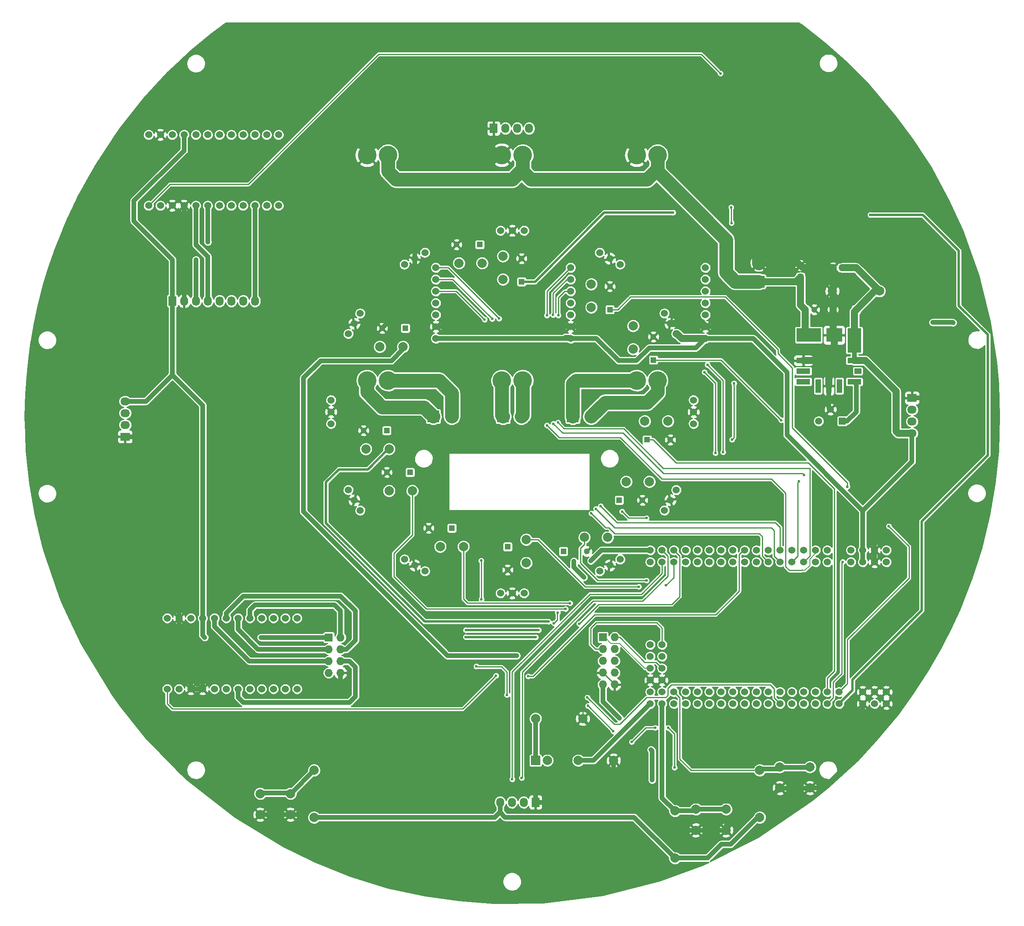
<source format=gtl>
G04 #@! TF.FileFunction,Copper,L1,Top,Signal*
%FSLAX46Y46*%
G04 Gerber Fmt 4.6, Leading zero omitted, Abs format (unit mm)*
G04 Created by KiCad (PCBNEW 4.0.1-stable) date 2016/11/10 0:02:59*
%MOMM*%
G01*
G04 APERTURE LIST*
%ADD10C,0.150000*%
%ADD11R,2.032000X1.727200*%
%ADD12O,2.032000X1.727200*%
%ADD13C,1.300000*%
%ADD14R,1.300000X1.300000*%
%ADD15R,2.000000X2.000000*%
%ADD16C,2.000000*%
%ADD17R,2.550000X2.550000*%
%ADD18C,2.550000*%
%ADD19R,1.727200X1.727200*%
%ADD20O,1.727200X1.727200*%
%ADD21C,1.998980*%
%ADD22C,1.510000*%
%ADD23R,1.510000X1.510000*%
%ADD24C,1.524000*%
%ADD25R,2.999740X1.198880*%
%ADD26R,5.288280X2.999740*%
%ADD27R,3.489960X2.999740*%
%ADD28R,2.999740X5.288280*%
%ADD29R,1.198880X2.999740*%
%ADD30R,1.498600X1.198880*%
%ADD31R,1.727200X2.032000*%
%ADD32O,1.727200X2.032000*%
%ADD33C,4.000000*%
%ADD34C,0.600000*%
%ADD35C,0.500000*%
%ADD36C,1.000000*%
%ADD37C,0.254000*%
%ADD38C,1.500000*%
%ADD39C,3.000000*%
%ADD40C,0.152400*%
G04 APERTURE END LIST*
D10*
D11*
X56210000Y-105850000D03*
D12*
X56210000Y-103310000D03*
X56210000Y-100770000D03*
X56210000Y-98230000D03*
D13*
X201500000Y-69000000D03*
D14*
X201500000Y-71500000D03*
X141500000Y-72500000D03*
D13*
X141500000Y-67500000D03*
D14*
X160500000Y-78500000D03*
D13*
X160500000Y-73500000D03*
D14*
X169875000Y-89340000D03*
D13*
X169875000Y-84340000D03*
D14*
X168500000Y-106500000D03*
D13*
X173500000Y-106500000D03*
D14*
X162500000Y-119500000D03*
D13*
X167500000Y-119500000D03*
D14*
X150500000Y-130500000D03*
D13*
X155500000Y-130500000D03*
D14*
X202500000Y-78500000D03*
D13*
X204500000Y-78500000D03*
D14*
X138500000Y-129500000D03*
D13*
X138500000Y-134500000D03*
D14*
X126500000Y-125500000D03*
D13*
X121500000Y-125500000D03*
D14*
X117500000Y-113500000D03*
D13*
X112500000Y-113500000D03*
D14*
X213500000Y-78500000D03*
D13*
X208500000Y-78500000D03*
D14*
X112500000Y-104500000D03*
D13*
X107500000Y-104500000D03*
D14*
X210500000Y-69500000D03*
D13*
X208500000Y-69500000D03*
D14*
X116500000Y-82500000D03*
D13*
X111500000Y-82500000D03*
D14*
X132500000Y-64500000D03*
D13*
X127500000Y-64500000D03*
D15*
X144500000Y-175500000D03*
D16*
X147040000Y-175500000D03*
D17*
X192500000Y-72480000D03*
D18*
X192500000Y-68520000D03*
D19*
X159000000Y-149000000D03*
D20*
X161540000Y-149000000D03*
X159000000Y-151540000D03*
X161540000Y-151540000D03*
X159000000Y-154080000D03*
X161540000Y-154080000D03*
X159000000Y-156620000D03*
X161540000Y-156620000D03*
X159000000Y-159160000D03*
X161540000Y-159160000D03*
D19*
X100025000Y-149030000D03*
D20*
X102565000Y-149030000D03*
X100025000Y-151570000D03*
X102565000Y-151570000D03*
X100025000Y-154110000D03*
X102565000Y-154110000D03*
X100025000Y-156650000D03*
X102565000Y-156650000D03*
D17*
X122520000Y-101500000D03*
D18*
X126480000Y-101500000D03*
D17*
X152520000Y-101500000D03*
D18*
X156480000Y-101500000D03*
D17*
X137520000Y-101500000D03*
D18*
X141480000Y-101500000D03*
D21*
X137500000Y-67000640D03*
X137500000Y-72001900D03*
X156500000Y-73000640D03*
X156500000Y-78001900D03*
X165500000Y-82000640D03*
X165500000Y-87001900D03*
X172999360Y-102500000D03*
X167998100Y-102500000D03*
X168999360Y-115500000D03*
X163998100Y-115500000D03*
X159999360Y-127500000D03*
X154998100Y-127500000D03*
X142500000Y-132999360D03*
X142500000Y-127998100D03*
X124000640Y-129500000D03*
X129001900Y-129500000D03*
X113000640Y-117500000D03*
X118001900Y-117500000D03*
D22*
X205420000Y-102500000D03*
D23*
X210500000Y-102500000D03*
D22*
X207960000Y-99960000D03*
D21*
X108000640Y-108500000D03*
X113001900Y-108500000D03*
X218500000Y-74500000D03*
X208340000Y-74500000D03*
X111000640Y-86500000D03*
X116001900Y-86500000D03*
X128000640Y-68500000D03*
X133001900Y-68500000D03*
X96850000Y-187765000D03*
X96850000Y-177605000D03*
X192735000Y-187765000D03*
X192735000Y-177605000D03*
X174500000Y-196500000D03*
X174500000Y-186340000D03*
X144500000Y-166500000D03*
X154660000Y-166500000D03*
D16*
X153700160Y-175500000D03*
X161299840Y-175500000D03*
X91770000Y-182630000D03*
X91770000Y-187130000D03*
X85270000Y-182630000D03*
X85270000Y-187130000D03*
X203530000Y-176915000D03*
X203530000Y-181415000D03*
X197030000Y-176915000D03*
X197030000Y-181415000D03*
X185500000Y-186000000D03*
X185500000Y-190500000D03*
X179000000Y-186000000D03*
X179000000Y-190500000D03*
D24*
X142040000Y-61500000D03*
X139500000Y-61500000D03*
X136960000Y-61500000D03*
X162699705Y-68770000D03*
X160500000Y-67500000D03*
X158300295Y-66230000D03*
X174770000Y-83699705D03*
X173500000Y-81500000D03*
X172230000Y-79300295D03*
X178500000Y-103040000D03*
X178500000Y-100500000D03*
X178500000Y-97960000D03*
X172230000Y-121699705D03*
X173500000Y-119500000D03*
X174770000Y-117300295D03*
X158300295Y-134770000D03*
X160500000Y-133500000D03*
X162699705Y-132230000D03*
X136960000Y-139500000D03*
X139500000Y-139500000D03*
X142040000Y-139500000D03*
D25*
X202131220Y-89450000D03*
D26*
X203276760Y-83971220D03*
D27*
X208753000Y-83971220D03*
D28*
X213088780Y-85116760D03*
D25*
X213088780Y-89450000D03*
X213088780Y-94029620D03*
D29*
X207610000Y-94928780D03*
X205321460Y-94928780D03*
D25*
X202131220Y-94029620D03*
X202131220Y-91738540D03*
D30*
X213838080Y-91738540D03*
D29*
X209898540Y-94928780D03*
D24*
X116300295Y-132230000D03*
X118500000Y-133500000D03*
X120699705Y-134770000D03*
D31*
X135500000Y-39500000D03*
D32*
X138040000Y-39500000D03*
X140580000Y-39500000D03*
X143120000Y-39500000D03*
D11*
X225500000Y-97500000D03*
D12*
X225500000Y-100040000D03*
X225500000Y-102580000D03*
X225500000Y-105120000D03*
D31*
X144500000Y-184500000D03*
D32*
X141960000Y-184500000D03*
X139420000Y-184500000D03*
X136880000Y-184500000D03*
D24*
X104230000Y-117300295D03*
X105500000Y-119500000D03*
X106770000Y-121699705D03*
X100500000Y-97960000D03*
X100500000Y-100500000D03*
X100500000Y-103040000D03*
X106770000Y-79300295D03*
X105500000Y-81500000D03*
X104230000Y-83699705D03*
X120699705Y-66230000D03*
X118500000Y-67500000D03*
X116300295Y-68770000D03*
X186960000Y-163280000D03*
X207280000Y-130260000D03*
X204740000Y-132800000D03*
X204740000Y-130260000D03*
X202200000Y-132800000D03*
X202200000Y-130260000D03*
X199660000Y-132800000D03*
X199660000Y-130260000D03*
X197120000Y-132800000D03*
X197120000Y-130260000D03*
X194580000Y-132800000D03*
X194580000Y-130260000D03*
X192040000Y-132800000D03*
X192040000Y-130260000D03*
X189500000Y-132800000D03*
X189500000Y-130260000D03*
X186960000Y-132800000D03*
X186960000Y-130260000D03*
X184420000Y-132800000D03*
X184420000Y-130260000D03*
X181880000Y-132800000D03*
X181880000Y-130260000D03*
X179340000Y-132800000D03*
X179340000Y-130260000D03*
X176800000Y-132800000D03*
X176800000Y-130260000D03*
X174260000Y-132800000D03*
X174260000Y-130260000D03*
X171720000Y-132800000D03*
X171720000Y-130260000D03*
X169180000Y-132800000D03*
X169180000Y-130260000D03*
X207280000Y-132800000D03*
X212360000Y-132800000D03*
X212360000Y-130260000D03*
X214900000Y-132800000D03*
X214900000Y-130260000D03*
X217440000Y-132800000D03*
X217440000Y-130260000D03*
X219980000Y-130260000D03*
X219980000Y-132800000D03*
X169180000Y-150580000D03*
X171720000Y-150580000D03*
X169180000Y-155660000D03*
X169180000Y-153120000D03*
X171720000Y-155660000D03*
X171720000Y-153120000D03*
X186960000Y-160740000D03*
X184420000Y-163280000D03*
X184420000Y-160740000D03*
X181880000Y-163280000D03*
X181880000Y-160740000D03*
X179340000Y-163280000D03*
X179340000Y-160740000D03*
X176800000Y-163280000D03*
X176800000Y-160740000D03*
X174260000Y-163280000D03*
X174260000Y-160740000D03*
X171720000Y-163280000D03*
X171720000Y-160740000D03*
X169180000Y-163280000D03*
X169180000Y-160740000D03*
X209820000Y-163280000D03*
X209820000Y-160740000D03*
X207280000Y-163280000D03*
X207280000Y-160740000D03*
X204740000Y-163280000D03*
X204740000Y-160740000D03*
X202200000Y-163280000D03*
X202200000Y-160740000D03*
X199660000Y-163280000D03*
X199660000Y-160740000D03*
X197120000Y-163280000D03*
X197120000Y-160740000D03*
X194580000Y-163280000D03*
X194580000Y-160740000D03*
X192040000Y-163280000D03*
X192040000Y-160740000D03*
X214900000Y-163280000D03*
X214900000Y-160740000D03*
X217440000Y-163280000D03*
X217440000Y-160740000D03*
X219980000Y-163280000D03*
X219980000Y-160740000D03*
X169180000Y-158200000D03*
X171720000Y-158200000D03*
X189500000Y-163280000D03*
X189500000Y-160740000D03*
X89200000Y-56120000D03*
X89200000Y-40880000D03*
X86660000Y-56120000D03*
X84120000Y-56120000D03*
X81580000Y-56120000D03*
X79040000Y-56120000D03*
X76500000Y-56120000D03*
X73960000Y-56120000D03*
X71420000Y-56120000D03*
X68880000Y-56120000D03*
X66340000Y-56120000D03*
X63800000Y-56120000D03*
X61260000Y-56120000D03*
X61260000Y-40880000D03*
X66340000Y-40880000D03*
X63800000Y-40880000D03*
X68880000Y-40880000D03*
X71420000Y-40880000D03*
X73960000Y-40880000D03*
X76500000Y-40880000D03*
X79040000Y-40880000D03*
X81580000Y-40880000D03*
X84120000Y-40880000D03*
X86660000Y-40880000D03*
X93200000Y-160120000D03*
X93200000Y-144880000D03*
X90660000Y-160120000D03*
X88120000Y-160120000D03*
X85580000Y-160120000D03*
X83040000Y-160120000D03*
X80500000Y-160120000D03*
X77960000Y-160120000D03*
X75420000Y-160120000D03*
X72880000Y-160120000D03*
X70340000Y-160120000D03*
X67800000Y-160120000D03*
X65260000Y-160120000D03*
X65260000Y-144880000D03*
X70340000Y-144880000D03*
X67800000Y-144880000D03*
X72880000Y-144880000D03*
X75420000Y-144880000D03*
X77960000Y-144880000D03*
X80500000Y-144880000D03*
X83040000Y-144880000D03*
X85580000Y-144880000D03*
X88120000Y-144880000D03*
X90660000Y-144880000D03*
D31*
X66370000Y-76640000D03*
D32*
X68910000Y-76640000D03*
X71450000Y-76640000D03*
X73990000Y-76640000D03*
X76530000Y-76640000D03*
X79070000Y-76640000D03*
X81610000Y-76640000D03*
X84150000Y-76640000D03*
D33*
X108250000Y-45250000D03*
X112750000Y-45250000D03*
X112750000Y-93750000D03*
X108250000Y-93750000D03*
D24*
X123050000Y-84700000D03*
X123050000Y-82160000D03*
X123050000Y-79620000D03*
X123050000Y-77080000D03*
X123050000Y-74540000D03*
X123050000Y-72000000D03*
X123050000Y-69460000D03*
D33*
X166250000Y-45250000D03*
X170750000Y-45250000D03*
X170750000Y-93750000D03*
X166250000Y-93750000D03*
D24*
X181050000Y-84700000D03*
X181050000Y-82160000D03*
X181050000Y-79620000D03*
X181050000Y-77080000D03*
X181050000Y-74540000D03*
X181050000Y-72000000D03*
X181050000Y-69460000D03*
D33*
X137250000Y-45250000D03*
X141750000Y-45250000D03*
X141750000Y-93750000D03*
X137250000Y-93750000D03*
D24*
X152050000Y-84700000D03*
X152050000Y-82160000D03*
X152050000Y-79620000D03*
X152050000Y-77080000D03*
X152050000Y-74540000D03*
X152050000Y-72000000D03*
X152050000Y-69460000D03*
D34*
X216510000Y-58120000D03*
X174090000Y-57610000D03*
X158630000Y-170890000D03*
X187630000Y-82260000D03*
X217970000Y-120770000D03*
X135270000Y-29010000D03*
X208690000Y-86570000D03*
X204650000Y-89460000D03*
X207770000Y-93010000D03*
X118440000Y-62139998D03*
X118500000Y-67500000D03*
X220510000Y-125100000D03*
X211590000Y-116590000D03*
X210590000Y-132770000D03*
X197350000Y-102280000D03*
X168370000Y-123350000D03*
X163120000Y-121920000D03*
X168370000Y-136770000D03*
X229970002Y-81260000D03*
X169580000Y-179720000D03*
X169350000Y-173180000D03*
X162590000Y-166420000D03*
X234340000Y-81310000D03*
X166730000Y-138090000D03*
X151920000Y-141660000D03*
X150970000Y-142890000D03*
X73355000Y-149030000D03*
X85420000Y-149030000D03*
X147300000Y-145620000D03*
X155650000Y-161930000D03*
X140460000Y-152950000D03*
X174410000Y-177030000D03*
X173050000Y-168470000D03*
X170260000Y-168450000D03*
X165200000Y-171500000D03*
X161240000Y-169240000D03*
X155780000Y-163740000D03*
X138340000Y-161390000D03*
X131750000Y-155240000D03*
X132860000Y-140800000D03*
X132810000Y-132500000D03*
X156420000Y-132530000D03*
X152760000Y-132640000D03*
X154910000Y-136070002D03*
X180840000Y-91960000D03*
X183210000Y-109340000D03*
X181490000Y-90380000D03*
X184840000Y-109160000D03*
X153900000Y-146080000D03*
X144530000Y-148970000D03*
X129480000Y-148940000D03*
X172580000Y-137830000D03*
X149270000Y-143680000D03*
X148460000Y-145970000D03*
X145160000Y-147440000D03*
X129520000Y-147440000D03*
X141960000Y-184500000D03*
X141520000Y-179260000D03*
X139420000Y-184500000D03*
X139470000Y-179530000D03*
X171720000Y-132800000D03*
X148290000Y-79640000D03*
X148340000Y-103050000D03*
X202270000Y-114060000D03*
X146950000Y-103390000D03*
X146950000Y-79750000D03*
X149330000Y-102780000D03*
X149420000Y-79750000D03*
X201150000Y-115480000D03*
X157520000Y-121350000D03*
X135190000Y-80490000D03*
X158510000Y-120770000D03*
X136660000Y-80420000D03*
X156500000Y-122330000D03*
X133540000Y-80640000D03*
X142920000Y-157370000D03*
X135990000Y-157260000D03*
X184300000Y-27700000D03*
X186590000Y-56490000D03*
X186680000Y-59870000D03*
X187200000Y-94340000D03*
X186780000Y-106460000D03*
X71450000Y-67750000D03*
X73990000Y-63940000D03*
D35*
X141500000Y-72500000D02*
X144410000Y-72500000D01*
X159290000Y-57620000D02*
X174080000Y-57620000D01*
X144410000Y-72500000D02*
X159290000Y-57620000D01*
X212690000Y-160410000D02*
X209820000Y-163280000D01*
X212690000Y-158080000D02*
X212690000Y-160410000D01*
X227560000Y-143210000D02*
X212690000Y-158080000D01*
X227560000Y-124040000D02*
X227560000Y-143210000D01*
X241790000Y-109810000D02*
X227560000Y-124040000D01*
X241790000Y-83900000D02*
X241790000Y-109810000D01*
X235560000Y-77670000D02*
X241790000Y-83900000D01*
X235560000Y-65860000D02*
X235560000Y-77670000D01*
X227820000Y-58120000D02*
X235560000Y-65860000D01*
X216510000Y-58120000D02*
X227820000Y-58120000D01*
X174080000Y-57620000D02*
X174090000Y-57610000D01*
D36*
X68880000Y-56120000D02*
X68880000Y-76610000D01*
X68880000Y-76610000D02*
X68910000Y-76640000D01*
D37*
X154660000Y-166500000D02*
X154660000Y-166920000D01*
X154660000Y-166920000D02*
X158630000Y-170890000D01*
X159000000Y-156620000D02*
X156910000Y-156620000D01*
X154660000Y-158870000D02*
X154660000Y-166500000D01*
X156910000Y-156620000D02*
X154660000Y-158870000D01*
X159000000Y-156620000D02*
X161540000Y-159160000D01*
D36*
X67800000Y-144880000D02*
X67800000Y-108480000D01*
X65170000Y-105850000D02*
X56210000Y-105850000D01*
X67800000Y-108480000D02*
X65170000Y-105850000D01*
X67800000Y-144880000D02*
X67800000Y-152030000D01*
X70340000Y-154570000D02*
X70340000Y-160120000D01*
X67800000Y-152030000D02*
X70340000Y-154570000D01*
X70340000Y-160120000D02*
X72880000Y-160120000D01*
X72880000Y-160120000D02*
X72880000Y-158395000D01*
X102565000Y-158555000D02*
X102565000Y-156650000D01*
X101295000Y-159825000D02*
X102565000Y-158555000D01*
X98120000Y-159825000D02*
X101295000Y-159825000D01*
X95580000Y-157285000D02*
X98120000Y-159825000D01*
X73990000Y-157285000D02*
X95580000Y-157285000D01*
X72880000Y-158395000D02*
X73990000Y-157285000D01*
X68880000Y-76610000D02*
X68910000Y-76640000D01*
D38*
X173500000Y-81500000D02*
X180390000Y-81500000D01*
X180390000Y-81500000D02*
X181050000Y-82160000D01*
D36*
X181050000Y-82160000D02*
X178810000Y-82160000D01*
X178810000Y-82160000D02*
X173940000Y-77290000D01*
X173940000Y-77290000D02*
X166330000Y-77290000D01*
X166330000Y-77290000D02*
X161460000Y-82160000D01*
X161460000Y-82160000D02*
X152050000Y-82160000D01*
X217440000Y-130260000D02*
X217440000Y-132800000D01*
X123050000Y-82160000D02*
X152050000Y-82160000D01*
X181050000Y-82160000D02*
X187530000Y-82160000D01*
X187530000Y-82160000D02*
X187630000Y-82260000D01*
X217970000Y-120770000D02*
X218640000Y-121440000D01*
X218640000Y-121440000D02*
X218640000Y-122050000D01*
X227480000Y-97500000D02*
X227490000Y-97500000D01*
X185260000Y-29010000D02*
X135270000Y-29010000D01*
X228670000Y-72420000D02*
X185260000Y-29010000D01*
X228670000Y-96320000D02*
X228670000Y-72420000D01*
X227490000Y-97500000D02*
X228670000Y-96320000D01*
X225500000Y-97500000D02*
X227480000Y-97500000D01*
X227480000Y-97500000D02*
X227560000Y-97500000D01*
X217440000Y-123250000D02*
X217440000Y-130260000D01*
X228420000Y-112270000D02*
X218640000Y-122050000D01*
X218640000Y-122050000D02*
X217440000Y-123250000D01*
X228420000Y-98360000D02*
X228420000Y-112270000D01*
X227560000Y-97500000D02*
X228420000Y-98360000D01*
X206585000Y-181415000D02*
X203530000Y-181415000D01*
X214900000Y-173100000D02*
X206585000Y-181415000D01*
X161299840Y-175500000D02*
X161299840Y-183870160D01*
X161299840Y-183870160D02*
X160670000Y-184500000D01*
X91770000Y-187130000D02*
X85270000Y-187130000D01*
X203530000Y-181415000D02*
X203555000Y-181415000D01*
X144500000Y-184500000D02*
X160670000Y-184500000D01*
X160670000Y-184500000D02*
X167150000Y-184500000D01*
X173150000Y-190500000D02*
X179000000Y-190500000D01*
X167150000Y-184500000D02*
X173150000Y-190500000D01*
X91770000Y-187130000D02*
X93260000Y-187130000D01*
X144500000Y-182030000D02*
X144500000Y-184500000D01*
X143190000Y-180720000D02*
X144500000Y-182030000D01*
X99670000Y-180720000D02*
X143190000Y-180720000D01*
X93260000Y-187130000D02*
X99670000Y-180720000D01*
X192000000Y-183000000D02*
X185500000Y-189500000D01*
X185500000Y-189500000D02*
X185500000Y-190500000D01*
X185500000Y-190500000D02*
X179000000Y-190500000D01*
X195500000Y-183000000D02*
X192000000Y-183000000D01*
X203500000Y-181500000D02*
X197000000Y-181500000D01*
X197000000Y-181500000D02*
X195500000Y-183000000D01*
X214900000Y-163280000D02*
X214900000Y-173100000D01*
D38*
X208753000Y-83971220D02*
X208753000Y-86507000D01*
X208753000Y-86507000D02*
X208690000Y-86570000D01*
X208500000Y-78500000D02*
X208500000Y-83718220D01*
X208500000Y-83718220D02*
X208753000Y-83971220D01*
X208500000Y-69500000D02*
X208500000Y-74340000D01*
X208500000Y-74340000D02*
X208500000Y-78500000D01*
X192500000Y-68520000D02*
X201020000Y-68520000D01*
X202000000Y-69500000D02*
X208500000Y-69500000D01*
X201020000Y-68520000D02*
X202000000Y-69500000D01*
D39*
X166250000Y-40500000D02*
X175500000Y-40500000D01*
X192500000Y-57500000D02*
X192500000Y-68520000D01*
X175500000Y-40500000D02*
X192500000Y-57500000D01*
X129500000Y-39500000D02*
X132500000Y-36500000D01*
X166250000Y-38250000D02*
X166250000Y-38500000D01*
X166250000Y-38500000D02*
X166250000Y-40500000D01*
X166250000Y-40500000D02*
X166250000Y-45250000D01*
X162500000Y-34500000D02*
X166250000Y-38250000D01*
X133500000Y-34500000D02*
X162500000Y-34500000D01*
X132500000Y-35500000D02*
X133500000Y-34500000D01*
X132500000Y-36500000D02*
X132500000Y-35500000D01*
X127500000Y-39500000D02*
X129500000Y-39500000D01*
X133250000Y-45250000D02*
X137250000Y-45250000D01*
X131500000Y-43500000D02*
X133250000Y-45250000D01*
X131500000Y-41500000D02*
X131500000Y-43500000D01*
X129500000Y-39500000D02*
X131500000Y-41500000D01*
X122500000Y-39500000D02*
X127500000Y-39500000D01*
X108250000Y-45250000D02*
X108250000Y-42750000D01*
X111500000Y-39500000D02*
X122500000Y-39500000D01*
X108250000Y-42750000D02*
X111500000Y-39500000D01*
D36*
X208753000Y-82753000D02*
X208753000Y-83971220D01*
X208500000Y-69500000D02*
X208340000Y-69660000D01*
D38*
X204640000Y-89450000D02*
X202131220Y-89450000D01*
X204650000Y-89460000D02*
X204640000Y-89450000D01*
X207610000Y-94928780D02*
X207610000Y-93170000D01*
X207610000Y-93170000D02*
X207770000Y-93010000D01*
D36*
X207610000Y-94928780D02*
X207610000Y-99610000D01*
X207610000Y-99610000D02*
X207960000Y-99960000D01*
X118500000Y-62199998D02*
X118500000Y-67500000D01*
X118440000Y-62139998D02*
X118500000Y-62199998D01*
X118500000Y-67500000D02*
X118500000Y-75500000D01*
X118500000Y-75500000D02*
X111500000Y-82500000D01*
X118500000Y-67500000D02*
X118440000Y-67440000D01*
D37*
X196640000Y-87080000D02*
X196640000Y-87930000D01*
X162220000Y-78500000D02*
X164970000Y-75750000D01*
X164970000Y-75750000D02*
X185310000Y-75750000D01*
X185310000Y-75750000D02*
X196640000Y-87080000D01*
X160500000Y-78500000D02*
X162220000Y-78500000D01*
X211620000Y-158940000D02*
X209820000Y-160740000D01*
X211620000Y-149480000D02*
X211620000Y-158940000D01*
X224840000Y-136260000D02*
X211620000Y-149480000D01*
X224840000Y-129430000D02*
X224840000Y-136260000D01*
X220510000Y-125100000D02*
X224840000Y-129430000D01*
X211590000Y-115780000D02*
X211590000Y-116590000D01*
X199750000Y-103940000D02*
X211590000Y-115780000D01*
X199750000Y-91040000D02*
X199750000Y-103940000D01*
X196640000Y-87930000D02*
X199750000Y-91040000D01*
X169875000Y-89340000D02*
X184410000Y-89340000D01*
X208530000Y-162030000D02*
X207280000Y-163280000D01*
X208530000Y-158650000D02*
X208530000Y-162030000D01*
X210370000Y-156810000D02*
X208530000Y-158650000D01*
X210370000Y-132990000D02*
X210370000Y-156810000D01*
X210590000Y-132770000D02*
X210370000Y-132990000D01*
X184410000Y-89340000D02*
X197350000Y-102280000D01*
X168500000Y-106500000D02*
X169790000Y-106500000D01*
X207280000Y-157770000D02*
X207280000Y-160740000D01*
X208800000Y-156250000D02*
X207280000Y-157770000D01*
X208800000Y-117090000D02*
X208800000Y-156250000D01*
X203160000Y-111450000D02*
X208800000Y-117090000D01*
X174740000Y-111450000D02*
X203160000Y-111450000D01*
X169790000Y-106500000D02*
X174740000Y-111450000D01*
X164550000Y-123350000D02*
X168370000Y-123350000D01*
X163120000Y-121920000D02*
X164550000Y-123350000D01*
X154998100Y-127500000D02*
X154998100Y-128981900D01*
X157870000Y-136770000D02*
X168370000Y-136770000D01*
X154140000Y-133040000D02*
X157870000Y-136770000D01*
X154140000Y-129840000D02*
X154140000Y-133040000D01*
X154998100Y-128981900D02*
X154140000Y-129840000D01*
D36*
X159000000Y-159160000D02*
X159000000Y-162830000D01*
X234290000Y-81260000D02*
X229970002Y-81260000D01*
X234340000Y-81310000D02*
X234290000Y-81260000D01*
X169580000Y-173410000D02*
X169580000Y-179720000D01*
X169350000Y-173180000D02*
X169580000Y-173410000D01*
X159000000Y-162830000D02*
X162590000Y-166420000D01*
D38*
X201500000Y-71500000D02*
X201500000Y-77500000D01*
X201500000Y-77500000D02*
X202500000Y-78500000D01*
X202500000Y-78500000D02*
X202500000Y-83194460D01*
X202500000Y-83194460D02*
X203276760Y-83971220D01*
X192500000Y-72480000D02*
X200520000Y-72480000D01*
X200520000Y-72480000D02*
X201500000Y-71500000D01*
D39*
X170750000Y-48750000D02*
X170750000Y-45250000D01*
X141750000Y-45250000D02*
X141750000Y-48750000D01*
X187480000Y-72480000D02*
X192500000Y-72480000D01*
X185500000Y-70500000D02*
X187480000Y-72480000D01*
X185500000Y-63500000D02*
X185500000Y-70500000D01*
X170750000Y-48750000D02*
X185500000Y-63500000D01*
X170750000Y-48250000D02*
X170750000Y-48750000D01*
X168500000Y-50500000D02*
X170750000Y-48250000D01*
X143500000Y-50500000D02*
X168500000Y-50500000D01*
X141750000Y-48750000D02*
X143500000Y-50500000D01*
X112750000Y-45250000D02*
X112750000Y-48750000D01*
X141750000Y-48250000D02*
X141750000Y-45250000D01*
X139500000Y-50500000D02*
X141750000Y-48250000D01*
X114500000Y-50500000D02*
X139500000Y-50500000D01*
X112750000Y-48750000D02*
X114500000Y-50500000D01*
D36*
X202500000Y-83194460D02*
X203276760Y-83971220D01*
D37*
X142500000Y-127998100D02*
X145068100Y-127998100D01*
X155160000Y-138090000D02*
X166730000Y-138090000D01*
X145068100Y-127998100D02*
X155160000Y-138090000D01*
X129001900Y-129500000D02*
X129001900Y-140761900D01*
X151870000Y-141610000D02*
X151920000Y-141660000D01*
X129850000Y-141610000D02*
X151870000Y-141610000D01*
X129001900Y-140761900D02*
X129850000Y-141610000D01*
X118001900Y-117500000D02*
X118001900Y-126958100D01*
X121010000Y-142890000D02*
X150970000Y-142890000D01*
X114030000Y-135910000D02*
X121010000Y-142890000D01*
X114030000Y-130930000D02*
X114030000Y-135910000D01*
X118001900Y-126958100D02*
X114030000Y-130930000D01*
D36*
X72880000Y-144880000D02*
X72880000Y-99060000D01*
X72880000Y-99060000D02*
X66370000Y-92550000D01*
X66370000Y-76640000D02*
X66370000Y-92550000D01*
X60690000Y-98230000D02*
X56210000Y-98230000D01*
X66370000Y-92550000D02*
X60690000Y-98230000D01*
X136880000Y-186420000D02*
X136880000Y-186640000D01*
X165710000Y-187710000D02*
X174500000Y-196500000D01*
X137950000Y-187710000D02*
X165710000Y-187710000D01*
X136880000Y-186640000D02*
X137950000Y-187710000D01*
X96850000Y-187765000D02*
X135715000Y-187765000D01*
X136880000Y-186600000D02*
X136880000Y-186420000D01*
X135715000Y-187765000D02*
X136880000Y-186600000D01*
X136880000Y-186420000D02*
X136880000Y-184500000D01*
X100025000Y-149030000D02*
X85420000Y-149030000D01*
X72880000Y-148555000D02*
X72880000Y-144880000D01*
X73355000Y-149030000D02*
X72880000Y-148555000D01*
X66370000Y-76640000D02*
X66370000Y-67750000D01*
X66370000Y-67750000D02*
X58115000Y-59495000D01*
X58115000Y-59495000D02*
X58115000Y-55050000D01*
X58115000Y-55050000D02*
X68880000Y-44285000D01*
X68880000Y-44285000D02*
X68880000Y-40880000D01*
X174500000Y-196500000D02*
X181500000Y-196500000D01*
X186500000Y-193500000D02*
X192500000Y-187500000D01*
X184500000Y-193500000D02*
X186500000Y-193500000D01*
X181500000Y-196500000D02*
X184500000Y-193500000D01*
X214900000Y-130260000D02*
X214900000Y-132800000D01*
X191330000Y-84700000D02*
X198590000Y-91960000D01*
X198590000Y-91960000D02*
X198590000Y-105470000D01*
X198590000Y-105470000D02*
X214900000Y-121780000D01*
D38*
X210500000Y-69500000D02*
X213500000Y-69500000D01*
X213500000Y-69500000D02*
X218500000Y-74500000D01*
X218500000Y-74500000D02*
X217500000Y-74500000D01*
X217500000Y-74500000D02*
X213088780Y-78911220D01*
X213088780Y-78911220D02*
X213088780Y-85116760D01*
X213088780Y-89450000D02*
X215440000Y-89450000D01*
X222500000Y-105120000D02*
X225500000Y-105120000D01*
X222050000Y-104670000D02*
X222500000Y-105120000D01*
X222050000Y-96060000D02*
X222050000Y-104670000D01*
X215440000Y-89450000D02*
X222050000Y-96060000D01*
D36*
X225500000Y-105120000D02*
X225500000Y-111170000D01*
X214900000Y-121770000D02*
X214900000Y-121780000D01*
X214900000Y-121780000D02*
X214900000Y-130260000D01*
X225500000Y-111170000D02*
X214900000Y-121770000D01*
X213088780Y-89450000D02*
X213088780Y-85116760D01*
X213500000Y-84705540D02*
X213088780Y-85116760D01*
D38*
X174770000Y-83699705D02*
X174959705Y-83699705D01*
X174959705Y-83699705D02*
X175960000Y-84700000D01*
X175960000Y-84700000D02*
X181050000Y-84700000D01*
D36*
X152050000Y-84700000D02*
X157590000Y-84700000D01*
X179020000Y-86730000D02*
X181050000Y-84700000D01*
X168970000Y-86730000D02*
X179020000Y-86730000D01*
X166230000Y-89470000D02*
X168970000Y-86730000D01*
X162360000Y-89470000D02*
X166230000Y-89470000D01*
X157590000Y-84700000D02*
X162360000Y-89470000D01*
X123050000Y-84700000D02*
X152050000Y-84700000D01*
X152050000Y-84700000D02*
X151760000Y-84410000D01*
X151760000Y-84410000D02*
X150940000Y-84410000D01*
X181050000Y-84700000D02*
X191330000Y-84700000D01*
D35*
X113001900Y-108500000D02*
X112790000Y-108500000D01*
X112790000Y-108500000D02*
X108430000Y-112860000D01*
X120620000Y-145620000D02*
X147300000Y-145620000D01*
X99420000Y-124420000D02*
X120620000Y-145620000D01*
X99420000Y-115650000D02*
X99420000Y-124420000D01*
X102210000Y-112860000D02*
X99420000Y-115650000D01*
X108430000Y-112860000D02*
X102210000Y-112860000D01*
D36*
X113510000Y-89490000D02*
X98280000Y-89490000D01*
X98280000Y-89490000D02*
X94590000Y-93180000D01*
X94590000Y-93180000D02*
X94590000Y-122000000D01*
X94590000Y-122000000D02*
X125540000Y-152950000D01*
X125540000Y-152950000D02*
X140460000Y-152950000D01*
X116001900Y-86998100D02*
X113510000Y-89490000D01*
D37*
X195870000Y-162030000D02*
X197120000Y-163280000D01*
X195870000Y-160060000D02*
X195870000Y-162030000D01*
X195010000Y-159200000D02*
X195870000Y-160060000D01*
X173730000Y-159200000D02*
X195010000Y-159200000D01*
X172980000Y-159950000D02*
X173730000Y-159200000D01*
X172980000Y-161460000D02*
X172980000Y-159950000D01*
X172480000Y-161960000D02*
X172980000Y-161460000D01*
X168410000Y-161960000D02*
X172480000Y-161960000D01*
X162650000Y-167720000D02*
X168410000Y-161960000D01*
X161440000Y-167720000D02*
X162650000Y-167720000D01*
X155650000Y-161930000D02*
X161440000Y-167720000D01*
D36*
X116001900Y-86500000D02*
X116001900Y-86998100D01*
D37*
X174410000Y-169830000D02*
X174410000Y-177030000D01*
X173050000Y-168470000D02*
X174410000Y-169830000D01*
X168250000Y-168450000D02*
X170260000Y-168450000D01*
X165200000Y-171500000D02*
X168250000Y-168450000D01*
X161240000Y-169200000D02*
X161240000Y-169240000D01*
X155780000Y-163740000D02*
X161240000Y-169200000D01*
X138340000Y-156470000D02*
X138340000Y-161390000D01*
X137230000Y-155360000D02*
X138340000Y-156470000D01*
X131870000Y-155360000D02*
X137230000Y-155360000D01*
X131750000Y-155240000D02*
X131870000Y-155360000D01*
X132860000Y-132550000D02*
X132860000Y-140800000D01*
X132810000Y-132500000D02*
X132860000Y-132550000D01*
D36*
X144500000Y-166500000D02*
X144500000Y-175500000D01*
D40*
X159000000Y-149000000D02*
X159400000Y-149000000D01*
X159400000Y-149000000D02*
X160700000Y-150300000D01*
X167960000Y-155660000D02*
X169180000Y-155660000D01*
X162600000Y-150300000D02*
X167960000Y-155660000D01*
X160700000Y-150300000D02*
X162600000Y-150300000D01*
D37*
X161540000Y-149000000D02*
X162640000Y-149000000D01*
X170410000Y-154350000D02*
X171720000Y-155660000D01*
X167990000Y-154350000D02*
X170410000Y-154350000D01*
X162640000Y-149000000D02*
X167990000Y-154350000D01*
X159000000Y-151540000D02*
X157380000Y-151540000D01*
X171720000Y-147000000D02*
X171720000Y-150580000D01*
X170580000Y-145860000D02*
X171720000Y-147000000D01*
X157540000Y-145860000D02*
X170580000Y-145860000D01*
X156360000Y-147040000D02*
X157540000Y-145860000D01*
X156360000Y-150520000D02*
X156360000Y-147040000D01*
X157380000Y-151540000D02*
X156360000Y-150520000D01*
D36*
X83040000Y-144880000D02*
X83040000Y-143155000D01*
X102565000Y-143315000D02*
X102565000Y-149030000D01*
X101295000Y-142045000D02*
X102565000Y-143315000D01*
X84150000Y-142045000D02*
X101295000Y-142045000D01*
X83040000Y-143155000D02*
X84150000Y-142045000D01*
X80500000Y-144880000D02*
X80500000Y-147285000D01*
X84785000Y-151570000D02*
X100025000Y-151570000D01*
X80500000Y-147285000D02*
X84785000Y-151570000D01*
X77960000Y-144880000D02*
X77960000Y-143790000D01*
X103835000Y-151570000D02*
X102565000Y-151570000D01*
X105740000Y-149665000D02*
X103835000Y-151570000D01*
X105740000Y-143315000D02*
X105740000Y-149665000D01*
X102565000Y-140140000D02*
X105740000Y-143315000D01*
X81610000Y-140140000D02*
X102565000Y-140140000D01*
X77960000Y-143790000D02*
X81610000Y-140140000D01*
X75420000Y-144880000D02*
X75420000Y-146650000D01*
X82880000Y-154110000D02*
X100025000Y-154110000D01*
X75420000Y-146650000D02*
X82880000Y-154110000D01*
X80500000Y-160120000D02*
X80500000Y-161890000D01*
X104470000Y-154110000D02*
X102565000Y-154110000D01*
X105740000Y-155380000D02*
X104470000Y-154110000D01*
X105740000Y-161730000D02*
X105740000Y-155380000D01*
X104470000Y-163000000D02*
X105740000Y-161730000D01*
X81610000Y-163000000D02*
X104470000Y-163000000D01*
X80500000Y-161890000D02*
X81610000Y-163000000D01*
X158690000Y-130260000D02*
X169180000Y-130260000D01*
X156420000Y-132530000D02*
X158690000Y-130260000D01*
X152760000Y-133920002D02*
X152760000Y-132640000D01*
X154910000Y-136070002D02*
X152760000Y-133920002D01*
D39*
X108250000Y-93750000D02*
X108250000Y-96250000D01*
X120520000Y-99500000D02*
X122520000Y-101500000D01*
X111500000Y-99500000D02*
X120520000Y-99500000D01*
X108250000Y-96250000D02*
X111500000Y-99500000D01*
X112750000Y-93750000D02*
X123750000Y-93750000D01*
X126480000Y-96480000D02*
X126480000Y-101500000D01*
X123750000Y-93750000D02*
X126480000Y-96480000D01*
X166250000Y-93750000D02*
X153250000Y-93750000D01*
X152520000Y-94480000D02*
X152520000Y-101500000D01*
X153250000Y-93750000D02*
X152520000Y-94480000D01*
X170750000Y-93750000D02*
X170750000Y-96250000D01*
X159480000Y-98500000D02*
X156480000Y-101500000D01*
X168500000Y-98500000D02*
X159480000Y-98500000D01*
X170750000Y-96250000D02*
X168500000Y-98500000D01*
X137250000Y-93750000D02*
X137250000Y-101230000D01*
X137250000Y-101230000D02*
X137520000Y-101500000D01*
X141750000Y-93750000D02*
X141750000Y-101230000D01*
X141750000Y-101230000D02*
X141480000Y-101500000D01*
D36*
X210500000Y-102500000D02*
X211500000Y-102500000D01*
X213500000Y-100500000D02*
X213500000Y-94500000D01*
X211500000Y-102500000D02*
X213500000Y-100500000D01*
X213500000Y-94500000D02*
X213088780Y-94029620D01*
X91770000Y-182630000D02*
X91825000Y-182630000D01*
X91825000Y-182630000D02*
X96850000Y-177605000D01*
X85500000Y-182500000D02*
X92000000Y-182500000D01*
D37*
X192735000Y-177605000D02*
X177945000Y-177605000D01*
X175530000Y-162010000D02*
X174260000Y-160740000D01*
X175530000Y-175190000D02*
X175530000Y-162010000D01*
X177945000Y-177605000D02*
X175530000Y-175190000D01*
X174260000Y-160740000D02*
X174260000Y-160990000D01*
D36*
X197000000Y-177000000D02*
X203500000Y-177000000D01*
X196660000Y-177340000D02*
X197000000Y-177000000D01*
X192500000Y-177340000D02*
X196660000Y-177340000D01*
X171720000Y-163280000D02*
X171720000Y-183560000D01*
X171720000Y-183560000D02*
X174500000Y-186340000D01*
X174500000Y-186340000D02*
X178660000Y-186340000D01*
X178660000Y-186340000D02*
X179000000Y-186000000D01*
X179000000Y-186000000D02*
X185500000Y-186000000D01*
X153700160Y-175500000D02*
X156960000Y-175500000D01*
X156960000Y-175500000D02*
X169180000Y-163280000D01*
D37*
X180840000Y-91960000D02*
X183210000Y-94330000D01*
X183210000Y-94330000D02*
X183210000Y-109340000D01*
X181490000Y-90380000D02*
X184840000Y-93730000D01*
X184840000Y-93730000D02*
X184840000Y-109160000D01*
X175500000Y-131500000D02*
X174260000Y-130260000D01*
X175500000Y-140220000D02*
X175500000Y-131500000D01*
X173790000Y-141930000D02*
X175500000Y-140220000D01*
X158050000Y-141930000D02*
X173790000Y-141930000D01*
X153900000Y-146080000D02*
X158050000Y-141930000D01*
D35*
X129510000Y-148970000D02*
X144530000Y-148970000D01*
X129480000Y-148940000D02*
X129510000Y-148970000D01*
D37*
X174260000Y-136150000D02*
X174260000Y-132800000D01*
X172580000Y-137830000D02*
X174260000Y-136150000D01*
X149210000Y-143740000D02*
X149270000Y-143680000D01*
X149210000Y-145220000D02*
X149210000Y-143740000D01*
X148460000Y-145970000D02*
X149210000Y-145220000D01*
D35*
X129520000Y-147440000D02*
X145160000Y-147440000D01*
D37*
X172970000Y-131510000D02*
X171720000Y-130260000D01*
X172970000Y-135810000D02*
X172970000Y-131510000D01*
X167560000Y-141220000D02*
X172970000Y-135810000D01*
X156890000Y-141220000D02*
X167560000Y-141220000D01*
X141610000Y-156500000D02*
X156890000Y-141220000D01*
X141610000Y-179170000D02*
X141610000Y-156500000D01*
X141520000Y-179260000D02*
X141610000Y-179170000D01*
X171720000Y-135280000D02*
X171720000Y-132800000D01*
X167300000Y-139700000D02*
X171720000Y-135280000D01*
X156190000Y-139700000D02*
X167300000Y-139700000D01*
X139470000Y-156420000D02*
X156190000Y-139700000D01*
X139470000Y-179530000D02*
X139470000Y-156420000D01*
X152050000Y-72000000D02*
X151290000Y-72000000D01*
X151290000Y-72000000D02*
X148290000Y-75000000D01*
X148290000Y-75000000D02*
X148290000Y-79640000D01*
X148340000Y-103050000D02*
X150350000Y-105060000D01*
X150350000Y-105060000D02*
X163330000Y-105060000D01*
X163330000Y-105060000D02*
X172040000Y-113770000D01*
X172040000Y-113770000D02*
X201980000Y-113770000D01*
X201980000Y-113770000D02*
X202270000Y-114060000D01*
D40*
X204740000Y-130260000D02*
X204740000Y-130971636D01*
X204740000Y-130971636D02*
X203500000Y-132211636D01*
X203500000Y-132211636D02*
X203500000Y-133550000D01*
X203500000Y-133550000D02*
X202470000Y-134580000D01*
X202470000Y-134580000D02*
X202000000Y-134580000D01*
X202000000Y-134580000D02*
X201950000Y-134530000D01*
D37*
X152030000Y-69460000D02*
X146950000Y-74540000D01*
X201860000Y-134530000D02*
X201950000Y-134530000D01*
X199100000Y-134580000D02*
X201860000Y-134580000D01*
X198330000Y-133810000D02*
X199100000Y-134580000D01*
X198330000Y-118000000D02*
X198330000Y-133810000D01*
X195280000Y-114950000D02*
X198330000Y-118000000D01*
X171690000Y-114950000D02*
X195280000Y-114950000D01*
X162750000Y-106010000D02*
X171690000Y-114950000D01*
X149570000Y-106010000D02*
X162750000Y-106010000D01*
X146950000Y-103390000D02*
X149570000Y-106010000D01*
X146950000Y-74540000D02*
X146950000Y-79750000D01*
X152050000Y-69460000D02*
X152030000Y-69460000D01*
X152050000Y-74540000D02*
X150790000Y-74540000D01*
X203500000Y-131500000D02*
X202200000Y-132800000D01*
X203500000Y-112660000D02*
X203500000Y-131500000D01*
X203450000Y-112610000D02*
X203500000Y-112660000D01*
X171980000Y-112610000D02*
X203450000Y-112610000D01*
X163480000Y-104110000D02*
X171980000Y-112610000D01*
X150660000Y-104110000D02*
X163480000Y-104110000D01*
X149330000Y-102780000D02*
X150660000Y-104110000D01*
X149420000Y-75910000D02*
X149420000Y-79750000D01*
X150790000Y-74540000D02*
X149420000Y-75910000D01*
X201150000Y-115480000D02*
X200920000Y-115710000D01*
X200920000Y-115710000D02*
X200920000Y-131540000D01*
X200920000Y-131540000D02*
X199660000Y-132800000D01*
X195850000Y-131530000D02*
X197120000Y-132800000D01*
X195850000Y-126000000D02*
X195850000Y-131530000D01*
X195240000Y-125390000D02*
X195850000Y-126000000D01*
X161560000Y-125390000D02*
X195240000Y-125390000D01*
X157520000Y-121350000D02*
X161560000Y-125390000D01*
X123050000Y-72000000D02*
X126700000Y-72000000D01*
X126700000Y-72000000D02*
X135190000Y-80490000D01*
X197120000Y-125340000D02*
X197120000Y-130260000D01*
X196070000Y-124290000D02*
X197120000Y-125340000D01*
X162030000Y-124290000D02*
X196070000Y-124290000D01*
X158510000Y-120770000D02*
X162030000Y-124290000D01*
X123050000Y-69460000D02*
X125700000Y-69460000D01*
X125700000Y-69460000D02*
X136660000Y-80420000D01*
X123050000Y-74540000D02*
X127440000Y-74540000D01*
X193270000Y-131490000D02*
X194580000Y-132800000D01*
X193270000Y-127330000D02*
X193270000Y-131490000D01*
X192630000Y-126690000D02*
X193270000Y-127330000D01*
X161570000Y-126690000D02*
X192630000Y-126690000D01*
X160290000Y-125410000D02*
X161570000Y-126690000D01*
X159580000Y-125410000D02*
X160290000Y-125410000D01*
X156500000Y-122330000D02*
X159580000Y-125410000D01*
X127440000Y-74540000D02*
X133540000Y-80640000D01*
X189500000Y-130260000D02*
X189250000Y-130260000D01*
X189250000Y-130260000D02*
X188300000Y-131210000D01*
X188300000Y-131210000D02*
X188300000Y-139100000D01*
X188300000Y-139100000D02*
X183280000Y-144120000D01*
X183280000Y-144120000D02*
X157230000Y-144120000D01*
X157230000Y-144120000D02*
X143980000Y-157370000D01*
X143980000Y-157370000D02*
X142920000Y-157370000D01*
X135990000Y-157260000D02*
X128840000Y-164410000D01*
X128840000Y-164410000D02*
X66370000Y-164410000D01*
X66370000Y-164410000D02*
X65260000Y-163300000D01*
X65260000Y-163300000D02*
X65260000Y-160120000D01*
X65850000Y-51530000D02*
X61260000Y-56120000D01*
X82740000Y-51530000D02*
X65850000Y-51530000D01*
X110720000Y-23550000D02*
X82740000Y-51530000D01*
X180150000Y-23550000D02*
X110720000Y-23550000D01*
X184300000Y-27700000D02*
X180150000Y-23550000D01*
X186590000Y-59780000D02*
X186590000Y-56490000D01*
X186680000Y-59870000D02*
X186590000Y-59780000D01*
X187200000Y-106040000D02*
X187200000Y-94340000D01*
X186780000Y-106460000D02*
X187200000Y-106040000D01*
D36*
X84120000Y-56120000D02*
X84120000Y-76610000D01*
X84120000Y-76610000D02*
X84150000Y-76640000D01*
X73960000Y-56120000D02*
X73960000Y-63910000D01*
X71450000Y-67750000D02*
X71450000Y-76640000D01*
X73960000Y-63910000D02*
X73990000Y-63940000D01*
X71420000Y-56120000D02*
X71420000Y-64545000D01*
X73990000Y-67115000D02*
X73990000Y-76640000D01*
X71420000Y-64545000D02*
X73990000Y-67115000D01*
D37*
X77852641Y-16777003D02*
X77852641Y-16777003D01*
X201412733Y-16980203D02*
X77584185Y-16980203D01*
X201728341Y-17183403D02*
X77315730Y-17183403D01*
X201999231Y-17386603D02*
X77047275Y-17386603D01*
X202255529Y-17589803D02*
X76778820Y-17589803D01*
X202511826Y-17793003D02*
X76510364Y-17793003D01*
X202768124Y-17996203D02*
X76241909Y-17996203D01*
X203024421Y-18199403D02*
X75973454Y-18199403D01*
X203280719Y-18402603D02*
X75704999Y-18402603D01*
X203537016Y-18605803D02*
X75436543Y-18605803D01*
X203793314Y-18809003D02*
X75168088Y-18809003D01*
X204049611Y-19012203D02*
X74899633Y-19012203D01*
X204305909Y-19215403D02*
X74631945Y-19215403D01*
X204562206Y-19418603D02*
X74389360Y-19418603D01*
X204818504Y-19621803D02*
X74146776Y-19621803D01*
X205074801Y-19825003D02*
X73904192Y-19825003D01*
X205331099Y-20028203D02*
X73661608Y-20028203D01*
X205587396Y-20231403D02*
X73419023Y-20231403D01*
X205843694Y-20434603D02*
X73176439Y-20434603D01*
X206099991Y-20637803D02*
X72933855Y-20637803D01*
X206356289Y-20841003D02*
X72691270Y-20841003D01*
X206612586Y-21044203D02*
X72448686Y-21044203D01*
X206863867Y-21247403D02*
X72206102Y-21247403D01*
X207094629Y-21450603D02*
X71963518Y-21450603D01*
X207325391Y-21653803D02*
X71720933Y-21653803D01*
X207556152Y-21857003D02*
X71478349Y-21857003D01*
X207786914Y-22060203D02*
X71235765Y-22060203D01*
X208017676Y-22263403D02*
X70993180Y-22263403D01*
X208248438Y-22466603D02*
X70750596Y-22466603D01*
X208479199Y-22669803D02*
X70508012Y-22669803D01*
X208709961Y-22873003D02*
X70278592Y-22873003D01*
X110435968Y-23076203D02*
X70060817Y-23076203D01*
X208940723Y-23076203D02*
X180433139Y-23076203D01*
X110207123Y-23279403D02*
X69843041Y-23279403D01*
X209171485Y-23279403D02*
X180662877Y-23279403D01*
X110003923Y-23482603D02*
X69625265Y-23482603D01*
X207162745Y-23482603D02*
X180866077Y-23482603D01*
X209402246Y-23482603D02*
X207860544Y-23482603D01*
X70652807Y-23685803D02*
X69407490Y-23685803D01*
X109800723Y-23685803D02*
X72246234Y-23685803D01*
X206549806Y-23685803D02*
X181069277Y-23685803D01*
X209633008Y-23685803D02*
X208472756Y-23685803D01*
X70286255Y-23889003D02*
X69189714Y-23889003D01*
X109597523Y-23889003D02*
X72612494Y-23889003D01*
X206239283Y-23889003D02*
X181272477Y-23889003D01*
X209863770Y-23889003D02*
X208776274Y-23889003D01*
X70041422Y-24092203D02*
X68971939Y-24092203D01*
X109394323Y-24092203D02*
X72859125Y-24092203D01*
X206029940Y-24092203D02*
X181475677Y-24092203D01*
X210094532Y-24092203D02*
X208988638Y-24092203D01*
X69852304Y-24295403D02*
X68754163Y-24295403D01*
X109191123Y-24295403D02*
X73050156Y-24295403D01*
X180111929Y-24295403D02*
X110758071Y-24295403D01*
X205864374Y-24295403D02*
X181678877Y-24295403D01*
X210325293Y-24295403D02*
X209156664Y-24295403D01*
X69713170Y-24498603D02*
X68536388Y-24498603D01*
X108987923Y-24498603D02*
X73185162Y-24498603D01*
X180315129Y-24498603D02*
X110554871Y-24498603D01*
X205725240Y-24498603D02*
X181882077Y-24498603D01*
X210556055Y-24498603D02*
X209291670Y-24498603D01*
X69608110Y-24701803D02*
X68318612Y-24701803D01*
X108784723Y-24701803D02*
X73292921Y-24701803D01*
X180518329Y-24701803D02*
X110351671Y-24701803D01*
X205638108Y-24701803D02*
X182085277Y-24701803D01*
X210786817Y-24701803D02*
X209381772Y-24701803D01*
X69521019Y-24905003D02*
X68100837Y-24905003D01*
X108581523Y-24905003D02*
X73376673Y-24905003D01*
X180721529Y-24905003D02*
X110148471Y-24905003D01*
X205559847Y-24905003D02*
X182288477Y-24905003D01*
X211017578Y-24905003D02*
X209462590Y-24905003D01*
X69471534Y-25108203D02*
X67883061Y-25108203D01*
X108378323Y-25108203D02*
X73428964Y-25108203D01*
X180924729Y-25108203D02*
X109945271Y-25108203D01*
X205516655Y-25108203D02*
X182491677Y-25108203D01*
X211227450Y-25108203D02*
X209502825Y-25108203D01*
X69428343Y-25311403D02*
X67665285Y-25311403D01*
X108175123Y-25311403D02*
X73469199Y-25311403D01*
X181127929Y-25311403D02*
X109742071Y-25311403D01*
X205485070Y-25311403D02*
X182694877Y-25311403D01*
X211429081Y-25311403D02*
X209536665Y-25311403D01*
X69423210Y-25514603D02*
X67447510Y-25514603D01*
X107971923Y-25514603D02*
X73474805Y-25514603D01*
X181331129Y-25514603D02*
X109538871Y-25514603D01*
X205482232Y-25514603D02*
X182898077Y-25514603D01*
X211630712Y-25514603D02*
X209533828Y-25514603D01*
X69420372Y-25717803D02*
X67229734Y-25717803D01*
X107768723Y-25717803D02*
X73471968Y-25717803D01*
X181534329Y-25717803D02*
X109335671Y-25717803D01*
X205492699Y-25717803D02*
X183101277Y-25717803D01*
X211832343Y-25717803D02*
X209530991Y-25717803D01*
X69457145Y-25921003D02*
X67011959Y-25921003D01*
X107565523Y-25921003D02*
X73444455Y-25921003D01*
X181737529Y-25921003D02*
X109132471Y-25921003D01*
X205529993Y-25921003D02*
X183304477Y-25921003D01*
X212033974Y-25921003D02*
X209488551Y-25921003D01*
X69497155Y-26124203D02*
X66794184Y-26124203D01*
X107362323Y-26124203D02*
X73398289Y-26124203D01*
X181940729Y-26124203D02*
X108929271Y-26124203D01*
X205584870Y-26124203D02*
X183507677Y-26124203D01*
X212235605Y-26124203D02*
X209442104Y-26124203D01*
X69577608Y-26327403D02*
X66576408Y-26327403D01*
X107159123Y-26327403D02*
X73322800Y-26327403D01*
X182143929Y-26327403D02*
X108726071Y-26327403D01*
X205665323Y-26327403D02*
X183710877Y-26327403D01*
X212437235Y-26327403D02*
X209351634Y-26327403D01*
X69670383Y-26530603D02*
X66358633Y-26530603D01*
X106955923Y-26530603D02*
X73232330Y-26530603D01*
X182347129Y-26530603D02*
X108522871Y-26530603D01*
X205775495Y-26530603D02*
X183914077Y-26530603D01*
X212638866Y-26530603D02*
X209249575Y-26530603D01*
X69801336Y-26733803D02*
X66140857Y-26733803D01*
X106752723Y-26733803D02*
X73095613Y-26733803D01*
X182550329Y-26733803D02*
X108319671Y-26733803D01*
X205906448Y-26733803D02*
X184117277Y-26733803D01*
X212840497Y-26733803D02*
X209106234Y-26733803D01*
X69971430Y-26937003D02*
X65923082Y-26937003D01*
X106549523Y-26937003D02*
X72932931Y-26937003D01*
X182753529Y-26937003D02*
X108116471Y-26937003D01*
X206099028Y-26937003D02*
X184320477Y-26937003D01*
X213042128Y-26937003D02*
X208919424Y-26937003D01*
X70186155Y-27140203D02*
X65705306Y-27140203D01*
X106346323Y-27140203D02*
X72719550Y-27140203D01*
X182956729Y-27140203D02*
X107913271Y-27140203D01*
X206346872Y-27140203D02*
X184768706Y-27140203D01*
X213243759Y-27140203D02*
X208677040Y-27140203D01*
X70491637Y-27343403D02*
X65487531Y-27343403D01*
X106143123Y-27343403D02*
X72407150Y-27343403D01*
X183159929Y-27343403D02*
X107710071Y-27343403D01*
X206711860Y-27343403D02*
X184935947Y-27343403D01*
X213445390Y-27343403D02*
X208311361Y-27343403D01*
X71091137Y-27546603D02*
X65276398Y-27546603D01*
X105939923Y-27546603D02*
X71800230Y-27546603D01*
X183363129Y-27546603D02*
X107506871Y-27546603D01*
X213647021Y-27546603D02*
X185010774Y-27546603D01*
X105736723Y-27749803D02*
X65087444Y-27749803D01*
X183566329Y-27749803D02*
X107303671Y-27749803D01*
X213848652Y-27749803D02*
X185025341Y-27749803D01*
X105533523Y-27953003D02*
X64898491Y-27953003D01*
X183618228Y-27953003D02*
X107100471Y-27953003D01*
X214050282Y-27953003D02*
X184983190Y-27953003D01*
X105330323Y-28156203D02*
X64709537Y-28156203D01*
X183729857Y-28156203D02*
X106897271Y-28156203D01*
X214251913Y-28156203D02*
X184867906Y-28156203D01*
X105127123Y-28359403D02*
X64520584Y-28359403D01*
X183993320Y-28359403D02*
X106694071Y-28359403D01*
X214453544Y-28359403D02*
X184610417Y-28359403D01*
X104923923Y-28562603D02*
X64331630Y-28562603D01*
X214655175Y-28562603D02*
X106490871Y-28562603D01*
X104720723Y-28765803D02*
X64142677Y-28765803D01*
X214856806Y-28765803D02*
X106287671Y-28765803D01*
X104517523Y-28969003D02*
X63953723Y-28969003D01*
X215058437Y-28969003D02*
X106084471Y-28969003D01*
X104314323Y-29172203D02*
X63764769Y-29172203D01*
X215260068Y-29172203D02*
X105881271Y-29172203D01*
X104111123Y-29375403D02*
X63575816Y-29375403D01*
X215461698Y-29375403D02*
X105678071Y-29375403D01*
X103907923Y-29578603D02*
X63386862Y-29578603D01*
X215663329Y-29578603D02*
X105474871Y-29578603D01*
X103704723Y-29781803D02*
X63197909Y-29781803D01*
X215864960Y-29781803D02*
X105271671Y-29781803D01*
X103501523Y-29985003D02*
X63008955Y-29985003D01*
X216066591Y-29985003D02*
X105068471Y-29985003D01*
X103298323Y-30188203D02*
X62820002Y-30188203D01*
X216260704Y-30188203D02*
X104865271Y-30188203D01*
X103095123Y-30391403D02*
X62631048Y-30391403D01*
X216433107Y-30391403D02*
X104662071Y-30391403D01*
X102891923Y-30594603D02*
X62442095Y-30594603D01*
X216605510Y-30594603D02*
X104458871Y-30594603D01*
X102688723Y-30797803D02*
X62253141Y-30797803D01*
X216777913Y-30797803D02*
X104255671Y-30797803D01*
X102485523Y-31001003D02*
X62064188Y-31001003D01*
X216950316Y-31001003D02*
X104052471Y-31001003D01*
X102282323Y-31204203D02*
X61875234Y-31204203D01*
X217122719Y-31204203D02*
X103849271Y-31204203D01*
X102079123Y-31407403D02*
X61686281Y-31407403D01*
X217295122Y-31407403D02*
X103646071Y-31407403D01*
X101875923Y-31610603D02*
X61497327Y-31610603D01*
X217467525Y-31610603D02*
X103442871Y-31610603D01*
X101672723Y-31813803D02*
X61308374Y-31813803D01*
X217639928Y-31813803D02*
X103239671Y-31813803D01*
X101469523Y-32017003D02*
X61119420Y-32017003D01*
X217812331Y-32017003D02*
X103036471Y-32017003D01*
X101266323Y-32220203D02*
X60930467Y-32220203D01*
X217984734Y-32220203D02*
X102833271Y-32220203D01*
X101063123Y-32423403D02*
X60741513Y-32423403D01*
X218157137Y-32423403D02*
X102630071Y-32423403D01*
X100859923Y-32626603D02*
X60552560Y-32626603D01*
X218329540Y-32626603D02*
X102426871Y-32626603D01*
X100656723Y-32829803D02*
X60363606Y-32829803D01*
X218501943Y-32829803D02*
X102223671Y-32829803D01*
X100453523Y-33033003D02*
X60190465Y-33033003D01*
X218674346Y-33033003D02*
X102020471Y-33033003D01*
X100250323Y-33236203D02*
X60028281Y-33236203D01*
X218846749Y-33236203D02*
X101817271Y-33236203D01*
X100047123Y-33439403D02*
X59866097Y-33439403D01*
X219019152Y-33439403D02*
X101614071Y-33439403D01*
X99843923Y-33642603D02*
X59703912Y-33642603D01*
X219191555Y-33642603D02*
X101410871Y-33642603D01*
X99640723Y-33845803D02*
X59541728Y-33845803D01*
X219363958Y-33845803D02*
X101207671Y-33845803D01*
X99437523Y-34049003D02*
X59379544Y-34049003D01*
X219536361Y-34049003D02*
X101004471Y-34049003D01*
X99234323Y-34252203D02*
X59217360Y-34252203D01*
X219708764Y-34252203D02*
X100801271Y-34252203D01*
X99031123Y-34455403D02*
X59055175Y-34455403D01*
X219881167Y-34455403D02*
X100598071Y-34455403D01*
X98827923Y-34658603D02*
X58892991Y-34658603D01*
X220053570Y-34658603D02*
X100394871Y-34658603D01*
X98624723Y-34861803D02*
X58730807Y-34861803D01*
X220225973Y-34861803D02*
X100191671Y-34861803D01*
X98421523Y-35065003D02*
X58568622Y-35065003D01*
X220398376Y-35065003D02*
X99988471Y-35065003D01*
X98218323Y-35268203D02*
X58406438Y-35268203D01*
X220570779Y-35268203D02*
X99785271Y-35268203D01*
X98015123Y-35471403D02*
X58244254Y-35471403D01*
X220743182Y-35471403D02*
X99582071Y-35471403D01*
X97811923Y-35674603D02*
X58082070Y-35674603D01*
X220915585Y-35674603D02*
X99378871Y-35674603D01*
X97608723Y-35877803D02*
X57919885Y-35877803D01*
X221087988Y-35877803D02*
X99175671Y-35877803D01*
X97405523Y-36081003D02*
X57757701Y-36081003D01*
X221260391Y-36081003D02*
X98972471Y-36081003D01*
X97202323Y-36284203D02*
X57595517Y-36284203D01*
X221432794Y-36284203D02*
X98769271Y-36284203D01*
X96999123Y-36487403D02*
X57433332Y-36487403D01*
X221605197Y-36487403D02*
X98566071Y-36487403D01*
X96795923Y-36690603D02*
X57271148Y-36690603D01*
X221777600Y-36690603D02*
X98362871Y-36690603D01*
X96592723Y-36893803D02*
X57108964Y-36893803D01*
X221946223Y-36893803D02*
X98159671Y-36893803D01*
X96389523Y-37097003D02*
X56946780Y-37097003D01*
X222096591Y-37097003D02*
X97956471Y-37097003D01*
X96186323Y-37300203D02*
X56784595Y-37300203D01*
X222246959Y-37300203D02*
X97753271Y-37300203D01*
X95983123Y-37503403D02*
X56622411Y-37503403D01*
X222397327Y-37503403D02*
X97550071Y-37503403D01*
X95779923Y-37706603D02*
X56460227Y-37706603D01*
X222547695Y-37706603D02*
X97346871Y-37706603D01*
X95576723Y-37909803D02*
X56298042Y-37909803D01*
X134363299Y-37909803D02*
X97143671Y-37909803D01*
X135724947Y-37909803D02*
X135275053Y-37909803D01*
X222698063Y-37909803D02*
X136636702Y-37909803D01*
X95373523Y-38113003D02*
X56135858Y-38113003D01*
X134120584Y-38113003D02*
X96940471Y-38113003D01*
X135627000Y-38113003D02*
X135373000Y-38113003D01*
X137661834Y-38113003D02*
X136879417Y-38113003D01*
X140201834Y-38113003D02*
X138417828Y-38113003D01*
X142741834Y-38113003D02*
X140957828Y-38113003D01*
X222848431Y-38113003D02*
X143497828Y-38113003D01*
X95170323Y-38316203D02*
X55973674Y-38316203D01*
X134022337Y-38316203D02*
X96737271Y-38316203D01*
X135627000Y-38316203D02*
X135373000Y-38316203D01*
X137264271Y-38316203D02*
X136977664Y-38316203D01*
X139804271Y-38316203D02*
X138816744Y-38316203D01*
X142344271Y-38316203D02*
X141356744Y-38316203D01*
X222998799Y-38316203D02*
X143896744Y-38316203D01*
X94967123Y-38519403D02*
X55811490Y-38519403D01*
X134001400Y-38519403D02*
X96534071Y-38519403D01*
X135627000Y-38519403D02*
X135373000Y-38519403D01*
X137052364Y-38519403D02*
X136998600Y-38519403D01*
X139592364Y-38519403D02*
X139027695Y-38519403D01*
X142132364Y-38519403D02*
X141567695Y-38519403D01*
X223149167Y-38519403D02*
X144107695Y-38519403D01*
X94763923Y-38722603D02*
X55649305Y-38722603D01*
X134001400Y-38722603D02*
X96330871Y-38722603D01*
X135627000Y-38722603D02*
X135373000Y-38722603D01*
X139454015Y-38722603D02*
X139166115Y-38722603D01*
X141994015Y-38722603D02*
X141706115Y-38722603D01*
X223299535Y-38722603D02*
X144246115Y-38722603D01*
X94560723Y-38925803D02*
X55487121Y-38925803D01*
X134001400Y-38925803D02*
X96127671Y-38925803D01*
X135627000Y-38925803D02*
X135373000Y-38925803D01*
X139364071Y-38925803D02*
X139256466Y-38925803D01*
X141904071Y-38925803D02*
X141796466Y-38925803D01*
X223449902Y-38925803D02*
X144336466Y-38925803D01*
X94357523Y-39129003D02*
X55324937Y-39129003D01*
X134001400Y-39129003D02*
X95924471Y-39129003D01*
X135627000Y-39129003D02*
X135373000Y-39129003D01*
X139311242Y-39129003D02*
X139309852Y-39129003D01*
X141851242Y-39129003D02*
X141849852Y-39129003D01*
X223600270Y-39129003D02*
X144389852Y-39129003D01*
X94154323Y-39332203D02*
X55162752Y-39332203D01*
X134119353Y-39332203D02*
X95721271Y-39332203D01*
X135627000Y-39332203D02*
X135373000Y-39332203D01*
X223750638Y-39332203D02*
X144409775Y-39332203D01*
X63410562Y-39535403D02*
X55019093Y-39535403D01*
X93951123Y-39535403D02*
X64181923Y-39535403D01*
X135647000Y-39535403D02*
X95518071Y-39535403D01*
X223901006Y-39535403D02*
X144410600Y-39535403D01*
X60910926Y-39738603D02*
X54883712Y-39738603D01*
X63063094Y-39738603D02*
X61612933Y-39738603D01*
X65990926Y-39738603D02*
X64536907Y-39738603D01*
X68530926Y-39738603D02*
X66692933Y-39738603D01*
X71070926Y-39738603D02*
X69232933Y-39738603D01*
X73610926Y-39738603D02*
X71772933Y-39738603D01*
X76150926Y-39738603D02*
X74312933Y-39738603D01*
X78690926Y-39738603D02*
X76852933Y-39738603D01*
X81230926Y-39738603D02*
X79392933Y-39738603D01*
X83770926Y-39738603D02*
X81932933Y-39738603D01*
X86310926Y-39738603D02*
X84472933Y-39738603D01*
X88850926Y-39738603D02*
X87012933Y-39738603D01*
X93747923Y-39738603D02*
X89552933Y-39738603D01*
X134048547Y-39738603D02*
X95314871Y-39738603D01*
X135627000Y-39738603D02*
X135373000Y-39738603D01*
X224051374Y-39738603D02*
X144403609Y-39738603D01*
X60522184Y-39941803D02*
X54748331Y-39941803D01*
X63041408Y-39941803D02*
X61995436Y-39941803D01*
X65602184Y-39941803D02*
X64558592Y-39941803D01*
X68142184Y-39941803D02*
X67075436Y-39941803D01*
X70682184Y-39941803D02*
X69615436Y-39941803D01*
X73222184Y-39941803D02*
X72155436Y-39941803D01*
X75762184Y-39941803D02*
X74695436Y-39941803D01*
X78302184Y-39941803D02*
X77235436Y-39941803D01*
X80842184Y-39941803D02*
X79775436Y-39941803D01*
X83382184Y-39941803D02*
X82315436Y-39941803D01*
X85922184Y-39941803D02*
X84855436Y-39941803D01*
X88462184Y-39941803D02*
X87395436Y-39941803D01*
X93544723Y-39941803D02*
X89935436Y-39941803D01*
X134001400Y-39941803D02*
X95111671Y-39941803D01*
X135627000Y-39941803D02*
X135373000Y-39941803D01*
X139323562Y-39941803D02*
X139297927Y-39941803D01*
X141863562Y-39941803D02*
X141837927Y-39941803D01*
X224201742Y-39941803D02*
X144377927Y-39941803D01*
X60322188Y-40145003D02*
X54612949Y-40145003D01*
X62651758Y-40145003D02*
X62199237Y-40145003D01*
X63244608Y-40145003D02*
X62885398Y-40145003D01*
X64714602Y-40145003D02*
X64355392Y-40145003D01*
X65402188Y-40145003D02*
X64948243Y-40145003D01*
X67942188Y-40145003D02*
X67279237Y-40145003D01*
X70482188Y-40145003D02*
X69819237Y-40145003D01*
X73022188Y-40145003D02*
X72359237Y-40145003D01*
X75562188Y-40145003D02*
X74899237Y-40145003D01*
X78102188Y-40145003D02*
X77439237Y-40145003D01*
X80642188Y-40145003D02*
X79979237Y-40145003D01*
X83182188Y-40145003D02*
X82519237Y-40145003D01*
X85722188Y-40145003D02*
X85059237Y-40145003D01*
X88262188Y-40145003D02*
X87599237Y-40145003D01*
X93341523Y-40145003D02*
X90139237Y-40145003D01*
X134001400Y-40145003D02*
X94908471Y-40145003D01*
X135627000Y-40145003D02*
X135373000Y-40145003D01*
X139384912Y-40145003D02*
X139233468Y-40145003D01*
X141924912Y-40145003D02*
X141773468Y-40145003D01*
X224352110Y-40145003D02*
X144313468Y-40145003D01*
X60194267Y-40348203D02*
X54477568Y-40348203D01*
X62506326Y-40348203D02*
X62326901Y-40348203D01*
X63447808Y-40348203D02*
X63088598Y-40348203D01*
X64511402Y-40348203D02*
X64152192Y-40348203D01*
X65274267Y-40348203D02*
X65093301Y-40348203D01*
X67814267Y-40348203D02*
X67406901Y-40348203D01*
X70354267Y-40348203D02*
X69946901Y-40348203D01*
X72894267Y-40348203D02*
X72486901Y-40348203D01*
X75434267Y-40348203D02*
X75026901Y-40348203D01*
X77974267Y-40348203D02*
X77566901Y-40348203D01*
X80514267Y-40348203D02*
X80106901Y-40348203D01*
X83054267Y-40348203D02*
X82646901Y-40348203D01*
X85594267Y-40348203D02*
X85186901Y-40348203D01*
X88134267Y-40348203D02*
X87726901Y-40348203D01*
X93138323Y-40348203D02*
X90266901Y-40348203D01*
X134001400Y-40348203D02*
X94705271Y-40348203D01*
X135627000Y-40348203D02*
X135373000Y-40348203D01*
X139491534Y-40348203D02*
X139127059Y-40348203D01*
X142031534Y-40348203D02*
X141667059Y-40348203D01*
X224502478Y-40348203D02*
X144207059Y-40348203D01*
X60114231Y-40551403D02*
X54342187Y-40551403D01*
X62442173Y-40551403D02*
X62407072Y-40551403D01*
X63651008Y-40551403D02*
X63291798Y-40551403D01*
X64308202Y-40551403D02*
X63948992Y-40551403D01*
X65194231Y-40551403D02*
X65163263Y-40551403D01*
X67734231Y-40551403D02*
X67487072Y-40551403D01*
X70274231Y-40551403D02*
X70027072Y-40551403D01*
X72814231Y-40551403D02*
X72567072Y-40551403D01*
X75354231Y-40551403D02*
X75107072Y-40551403D01*
X77894231Y-40551403D02*
X77647072Y-40551403D01*
X80434231Y-40551403D02*
X80187072Y-40551403D01*
X82974231Y-40551403D02*
X82727072Y-40551403D01*
X85514231Y-40551403D02*
X85267072Y-40551403D01*
X88054231Y-40551403D02*
X87807072Y-40551403D01*
X92935123Y-40551403D02*
X90347072Y-40551403D01*
X134001400Y-40551403D02*
X94502071Y-40551403D01*
X135627000Y-40551403D02*
X135373000Y-40551403D01*
X137110053Y-40551403D02*
X136998600Y-40551403D01*
X139650053Y-40551403D02*
X138968223Y-40551403D01*
X142190053Y-40551403D02*
X141508223Y-40551403D01*
X224652846Y-40551403D02*
X144048223Y-40551403D01*
X60072585Y-40754603D02*
X54206805Y-40754603D01*
X64105002Y-40754603D02*
X63494998Y-40754603D01*
X67692585Y-40754603D02*
X67527307Y-40754603D01*
X70232585Y-40754603D02*
X70067307Y-40754603D01*
X72772585Y-40754603D02*
X72607307Y-40754603D01*
X75312585Y-40754603D02*
X75147307Y-40754603D01*
X77852585Y-40754603D02*
X77687307Y-40754603D01*
X80392585Y-40754603D02*
X80227307Y-40754603D01*
X82932585Y-40754603D02*
X82767307Y-40754603D01*
X85472585Y-40754603D02*
X85307307Y-40754603D01*
X88012585Y-40754603D02*
X87847307Y-40754603D01*
X92731923Y-40754603D02*
X90387307Y-40754603D01*
X134047913Y-40754603D02*
X94298871Y-40754603D01*
X135627000Y-40754603D02*
X135373000Y-40754603D01*
X137365032Y-40754603D02*
X136952086Y-40754603D01*
X139905032Y-40754603D02*
X138717432Y-40754603D01*
X142445032Y-40754603D02*
X141257432Y-40754603D01*
X224803214Y-40754603D02*
X143797432Y-40754603D01*
X60069747Y-40957803D02*
X54071424Y-40957803D01*
X64057408Y-40957803D02*
X63542592Y-40957803D01*
X67689747Y-40957803D02*
X67526336Y-40957803D01*
X70229747Y-40957803D02*
X70066335Y-40957803D01*
X72769747Y-40957803D02*
X72606335Y-40957803D01*
X75309747Y-40957803D02*
X75146335Y-40957803D01*
X77849747Y-40957803D02*
X77686335Y-40957803D01*
X80389747Y-40957803D02*
X80226335Y-40957803D01*
X82929747Y-40957803D02*
X82766335Y-40957803D01*
X85469747Y-40957803D02*
X85306335Y-40957803D01*
X88009747Y-40957803D02*
X87846335Y-40957803D01*
X92528723Y-40957803D02*
X90386336Y-40957803D01*
X134180177Y-40957803D02*
X94095671Y-40957803D01*
X135627000Y-40957803D02*
X135373000Y-40957803D01*
X224953582Y-40957803D02*
X136819823Y-40957803D01*
X60102662Y-41161003D02*
X53936042Y-41161003D01*
X62429568Y-41161003D02*
X62415510Y-41161003D01*
X63698602Y-41161003D02*
X63339392Y-41161003D01*
X64260608Y-41161003D02*
X63901398Y-41161003D01*
X65182662Y-41161003D02*
X65169636Y-41161003D01*
X67722662Y-41161003D02*
X67495510Y-41161003D01*
X70262662Y-41161003D02*
X70035510Y-41161003D01*
X72802662Y-41161003D02*
X72575510Y-41161003D01*
X75342662Y-41161003D02*
X75115510Y-41161003D01*
X77882662Y-41161003D02*
X77655510Y-41161003D01*
X80422662Y-41161003D02*
X80195510Y-41161003D01*
X82962662Y-41161003D02*
X82735510Y-41161003D01*
X85502662Y-41161003D02*
X85275510Y-41161003D01*
X88042662Y-41161003D02*
X87815510Y-41161003D01*
X92325523Y-41161003D02*
X90355510Y-41161003D01*
X225103950Y-41161003D02*
X93892471Y-41161003D01*
X60172852Y-41364203D02*
X53800661Y-41364203D01*
X62489549Y-41364203D02*
X62345997Y-41364203D01*
X63495402Y-41364203D02*
X63136192Y-41364203D01*
X64463808Y-41364203D02*
X64104598Y-41364203D01*
X65252852Y-41364203D02*
X65116054Y-41364203D01*
X67792852Y-41364203D02*
X67425997Y-41364203D01*
X70332852Y-41364203D02*
X69965997Y-41364203D01*
X72872852Y-41364203D02*
X72505997Y-41364203D01*
X75412852Y-41364203D02*
X75045997Y-41364203D01*
X77952852Y-41364203D02*
X77585997Y-41364203D01*
X80492852Y-41364203D02*
X80125997Y-41364203D01*
X83032852Y-41364203D02*
X82665997Y-41364203D01*
X85572852Y-41364203D02*
X85205997Y-41364203D01*
X88112852Y-41364203D02*
X87745997Y-41364203D01*
X92122323Y-41364203D02*
X90285997Y-41364203D01*
X225254318Y-41364203D02*
X93689271Y-41364203D01*
X60288418Y-41567403D02*
X53665280Y-41567403D01*
X62577465Y-41567403D02*
X62230219Y-41567403D01*
X63292202Y-41567403D02*
X62932992Y-41567403D01*
X64667008Y-41567403D02*
X64307798Y-41567403D01*
X65368418Y-41567403D02*
X65020504Y-41567403D01*
X67908418Y-41567403D02*
X67310219Y-41567403D01*
X70448418Y-41567403D02*
X69850219Y-41567403D01*
X72988418Y-41567403D02*
X72390219Y-41567403D01*
X75528418Y-41567403D02*
X74930219Y-41567403D01*
X78068418Y-41567403D02*
X77470219Y-41567403D01*
X80608418Y-41567403D02*
X80010219Y-41567403D01*
X83148418Y-41567403D02*
X82550219Y-41567403D01*
X85688418Y-41567403D02*
X85090219Y-41567403D01*
X88228418Y-41567403D02*
X87630219Y-41567403D01*
X91919123Y-41567403D02*
X90170219Y-41567403D01*
X225404686Y-41567403D02*
X93486071Y-41567403D01*
X60467070Y-41770603D02*
X53529898Y-41770603D01*
X63089002Y-41770603D02*
X62048987Y-41770603D01*
X65547070Y-41770603D02*
X64510998Y-41770603D01*
X67953000Y-41770603D02*
X67128987Y-41770603D01*
X70627070Y-41770603D02*
X69807000Y-41770603D01*
X73167070Y-41770603D02*
X72208987Y-41770603D01*
X75707070Y-41770603D02*
X74748987Y-41770603D01*
X78247070Y-41770603D02*
X77288987Y-41770603D01*
X80787070Y-41770603D02*
X79828987Y-41770603D01*
X83327070Y-41770603D02*
X82368987Y-41770603D01*
X85867070Y-41770603D02*
X84908987Y-41770603D01*
X88407070Y-41770603D02*
X87448987Y-41770603D01*
X91715923Y-41770603D02*
X89988987Y-41770603D01*
X225555054Y-41770603D02*
X93282871Y-41770603D01*
X60793580Y-41973803D02*
X53394517Y-41973803D01*
X63049815Y-41973803D02*
X61728088Y-41973803D01*
X65873580Y-41973803D02*
X64550184Y-41973803D01*
X67953000Y-41973803D02*
X66808088Y-41973803D01*
X70953580Y-41973803D02*
X69807000Y-41973803D01*
X73493580Y-41973803D02*
X71888088Y-41973803D01*
X76033580Y-41973803D02*
X74428088Y-41973803D01*
X78573580Y-41973803D02*
X76968088Y-41973803D01*
X81113580Y-41973803D02*
X79508088Y-41973803D01*
X83653580Y-41973803D02*
X82048088Y-41973803D01*
X86193580Y-41973803D02*
X84588088Y-41973803D01*
X88733580Y-41973803D02*
X87128088Y-41973803D01*
X91512723Y-41973803D02*
X89668088Y-41973803D01*
X225695872Y-41973803D02*
X93079671Y-41973803D01*
X63275280Y-42177003D02*
X53259136Y-42177003D01*
X67953000Y-42177003D02*
X64321522Y-42177003D01*
X91309523Y-42177003D02*
X69807000Y-42177003D01*
X225830197Y-42177003D02*
X92876471Y-42177003D01*
X67953000Y-42380203D02*
X53123754Y-42380203D01*
X91106323Y-42380203D02*
X69807000Y-42380203D01*
X225964521Y-42380203D02*
X92673271Y-42380203D01*
X67953000Y-42583403D02*
X52988373Y-42583403D01*
X90903123Y-42583403D02*
X69807000Y-42583403D01*
X226098846Y-42583403D02*
X92470071Y-42583403D01*
X67953000Y-42786603D02*
X52852992Y-42786603D01*
X90699923Y-42786603D02*
X69807000Y-42786603D01*
X107298949Y-42786603D02*
X92266871Y-42786603D01*
X136298949Y-42786603D02*
X109213109Y-42786603D01*
X165298949Y-42786603D02*
X138213109Y-42786603D01*
X226233170Y-42786603D02*
X167213109Y-42786603D01*
X67953000Y-42989803D02*
X52717610Y-42989803D01*
X90496723Y-42989803D02*
X69807000Y-42989803D01*
X106884175Y-42989803D02*
X92063671Y-42989803D01*
X111865111Y-42989803D02*
X109613995Y-42989803D01*
X135884175Y-42989803D02*
X113636446Y-42989803D01*
X140865111Y-42989803D02*
X138613995Y-42989803D01*
X164884175Y-42989803D02*
X142636446Y-42989803D01*
X169865111Y-42989803D02*
X167613995Y-42989803D01*
X226367495Y-42989803D02*
X171636446Y-42989803D01*
X67953000Y-43193003D02*
X52582229Y-43193003D01*
X90293523Y-43193003D02*
X69807000Y-43193003D01*
X106705558Y-43193003D02*
X91860471Y-43193003D01*
X111460866Y-43193003D02*
X109794443Y-43193003D01*
X135705558Y-43193003D02*
X114040747Y-43193003D01*
X140460866Y-43193003D02*
X138794443Y-43193003D01*
X164705558Y-43193003D02*
X143040747Y-43193003D01*
X169460866Y-43193003D02*
X167794443Y-43193003D01*
X226501819Y-43193003D02*
X172040747Y-43193003D01*
X67953000Y-43396203D02*
X52446848Y-43396203D01*
X90090323Y-43396203D02*
X69807000Y-43396203D01*
X106585818Y-43396203D02*
X91657271Y-43396203D01*
X111174076Y-43396203D02*
X109914183Y-43396203D01*
X135585818Y-43396203D02*
X114329625Y-43396203D01*
X140174076Y-43396203D02*
X138914183Y-43396203D01*
X164585818Y-43396203D02*
X143329625Y-43396203D01*
X169174076Y-43396203D02*
X167914183Y-43396203D01*
X226636144Y-43396203D02*
X172329625Y-43396203D01*
X67953000Y-43599403D02*
X52311466Y-43599403D01*
X89887123Y-43599403D02*
X69807000Y-43599403D01*
X106373148Y-43599403D02*
X91454071Y-43599403D01*
X106779008Y-43599403D02*
X106419798Y-43599403D01*
X110080202Y-43599403D02*
X109720992Y-43599403D01*
X110966574Y-43599403D02*
X110126853Y-43599403D01*
X135373148Y-43599403D02*
X114531411Y-43599403D01*
X135779008Y-43599403D02*
X135419798Y-43599403D01*
X139080202Y-43599403D02*
X138720992Y-43599403D01*
X139966574Y-43599403D02*
X139126853Y-43599403D01*
X164373148Y-43599403D02*
X143531411Y-43599403D01*
X164779008Y-43599403D02*
X164419798Y-43599403D01*
X168080202Y-43599403D02*
X167720992Y-43599403D01*
X168966574Y-43599403D02*
X168126853Y-43599403D01*
X226770468Y-43599403D02*
X172531411Y-43599403D01*
X67953000Y-43802603D02*
X52176085Y-43802603D01*
X89683923Y-43802603D02*
X69807000Y-43802603D01*
X106033453Y-43802603D02*
X91250871Y-43802603D01*
X106982208Y-43802603D02*
X106622998Y-43802603D01*
X109877002Y-43802603D02*
X109517792Y-43802603D01*
X110799514Y-43802603D02*
X110466597Y-43802603D01*
X135033453Y-43802603D02*
X114702317Y-43802603D01*
X135982208Y-43802603D02*
X135622998Y-43802603D01*
X138877002Y-43802603D02*
X138517792Y-43802603D01*
X139799514Y-43802603D02*
X139466597Y-43802603D01*
X164033453Y-43802603D02*
X143702317Y-43802603D01*
X164982208Y-43802603D02*
X164622998Y-43802603D01*
X167877002Y-43802603D02*
X167517792Y-43802603D01*
X168799514Y-43802603D02*
X168466597Y-43802603D01*
X226904793Y-43802603D02*
X172702317Y-43802603D01*
X67848221Y-44005803D02*
X52040703Y-44005803D01*
X89480723Y-44005803D02*
X69807000Y-44005803D01*
X105927107Y-44005803D02*
X91047671Y-44005803D01*
X107185408Y-44005803D02*
X106826198Y-44005803D01*
X109673802Y-44005803D02*
X109314592Y-44005803D01*
X110660381Y-44005803D02*
X110575209Y-44005803D01*
X134927107Y-44005803D02*
X114837323Y-44005803D01*
X136185408Y-44005803D02*
X135826198Y-44005803D01*
X138673802Y-44005803D02*
X138314592Y-44005803D01*
X139660381Y-44005803D02*
X139575209Y-44005803D01*
X163927107Y-44005803D02*
X143837323Y-44005803D01*
X165185408Y-44005803D02*
X164826198Y-44005803D01*
X167673802Y-44005803D02*
X167314592Y-44005803D01*
X168660381Y-44005803D02*
X168575209Y-44005803D01*
X227039117Y-44005803D02*
X172837323Y-44005803D01*
X67645021Y-44209003D02*
X51905322Y-44209003D01*
X89277523Y-44209003D02*
X69807000Y-44209003D01*
X105820760Y-44209003D02*
X90844471Y-44209003D01*
X107388608Y-44209003D02*
X107029398Y-44209003D01*
X109470602Y-44209003D02*
X109111392Y-44209003D01*
X134820760Y-44209003D02*
X114946116Y-44209003D01*
X136388608Y-44209003D02*
X136029398Y-44209003D01*
X138470602Y-44209003D02*
X138111392Y-44209003D01*
X163820760Y-44209003D02*
X143946116Y-44209003D01*
X165388608Y-44209003D02*
X165029398Y-44209003D01*
X167470602Y-44209003D02*
X167111392Y-44209003D01*
X227173442Y-44209003D02*
X172946116Y-44209003D01*
X67441821Y-44412203D02*
X51769941Y-44412203D01*
X89074323Y-44412203D02*
X69794401Y-44412203D01*
X105749780Y-44412203D02*
X90641271Y-44412203D01*
X107591808Y-44412203D02*
X107232598Y-44412203D01*
X109267402Y-44412203D02*
X108908192Y-44412203D01*
X134749780Y-44412203D02*
X115029870Y-44412203D01*
X136591808Y-44412203D02*
X136232598Y-44412203D01*
X138267402Y-44412203D02*
X137908192Y-44412203D01*
X163749780Y-44412203D02*
X144029870Y-44412203D01*
X165591808Y-44412203D02*
X165232598Y-44412203D01*
X167267402Y-44412203D02*
X166908192Y-44412203D01*
X227307766Y-44412203D02*
X173029870Y-44412203D01*
X67238621Y-44615403D02*
X51634559Y-44615403D01*
X88871123Y-44615403D02*
X69743715Y-44615403D01*
X105690069Y-44615403D02*
X90438071Y-44615403D01*
X107795008Y-44615403D02*
X107435798Y-44615403D01*
X109064202Y-44615403D02*
X108704992Y-44615403D01*
X134690069Y-44615403D02*
X115098572Y-44615403D01*
X136795008Y-44615403D02*
X136435798Y-44615403D01*
X138064202Y-44615403D02*
X137704992Y-44615403D01*
X163690069Y-44615403D02*
X144098572Y-44615403D01*
X165795008Y-44615403D02*
X165435798Y-44615403D01*
X167064202Y-44615403D02*
X166704992Y-44615403D01*
X227442091Y-44615403D02*
X173098572Y-44615403D01*
X67035421Y-44818603D02*
X51499178Y-44818603D01*
X88667923Y-44818603D02*
X69636590Y-44818603D01*
X105643119Y-44818603D02*
X90234871Y-44818603D01*
X107998208Y-44818603D02*
X107638998Y-44818603D01*
X108861002Y-44818603D02*
X108501792Y-44818603D01*
X134643119Y-44818603D02*
X115138807Y-44818603D01*
X136998208Y-44818603D02*
X136638998Y-44818603D01*
X137861002Y-44818603D02*
X137501792Y-44818603D01*
X163643119Y-44818603D02*
X144138807Y-44818603D01*
X165998208Y-44818603D02*
X165638998Y-44818603D01*
X166861002Y-44818603D02*
X166501792Y-44818603D01*
X227576415Y-44818603D02*
X173138807Y-44818603D01*
X66832221Y-45021803D02*
X51363797Y-45021803D01*
X88464723Y-45021803D02*
X69454173Y-45021803D01*
X105624891Y-45021803D02*
X90031671Y-45021803D01*
X108201408Y-45021803D02*
X107842198Y-45021803D01*
X108657802Y-45021803D02*
X108298592Y-45021803D01*
X134624891Y-45021803D02*
X115176967Y-45021803D01*
X137201408Y-45021803D02*
X136842198Y-45021803D01*
X137657802Y-45021803D02*
X137298592Y-45021803D01*
X163624891Y-45021803D02*
X144176967Y-45021803D01*
X166201408Y-45021803D02*
X165842198Y-45021803D01*
X166657802Y-45021803D02*
X166298592Y-45021803D01*
X227710740Y-45021803D02*
X173176967Y-45021803D01*
X66629021Y-45225003D02*
X51228415Y-45225003D01*
X88261523Y-45225003D02*
X69250973Y-45225003D01*
X105606664Y-45225003D02*
X89828471Y-45225003D01*
X108454602Y-45225003D02*
X108045398Y-45225003D01*
X134606664Y-45225003D02*
X115174129Y-45225003D01*
X137454602Y-45225003D02*
X137045398Y-45225003D01*
X163606664Y-45225003D02*
X144174129Y-45225003D01*
X166454602Y-45225003D02*
X166045398Y-45225003D01*
X227845064Y-45225003D02*
X173174130Y-45225003D01*
X66425821Y-45428203D02*
X51093034Y-45428203D01*
X88058323Y-45428203D02*
X69047773Y-45428203D01*
X105618997Y-45428203D02*
X89625271Y-45428203D01*
X108607808Y-45428203D02*
X107892192Y-45428203D01*
X134618997Y-45428203D02*
X115171292Y-45428203D01*
X137607808Y-45428203D02*
X136892192Y-45428203D01*
X163618997Y-45428203D02*
X144171292Y-45428203D01*
X166607808Y-45428203D02*
X165892192Y-45428203D01*
X227979388Y-45428203D02*
X173171292Y-45428203D01*
X66222621Y-45631403D02*
X50957653Y-45631403D01*
X87855123Y-45631403D02*
X68844573Y-45631403D01*
X105640800Y-45631403D02*
X89422071Y-45631403D01*
X108048202Y-45631403D02*
X107688992Y-45631403D01*
X108811008Y-45631403D02*
X108451798Y-45631403D01*
X134640800Y-45631403D02*
X115152303Y-45631403D01*
X137048202Y-45631403D02*
X136688992Y-45631403D01*
X137811008Y-45631403D02*
X137451798Y-45631403D01*
X163640800Y-45631403D02*
X144152303Y-45631403D01*
X166048202Y-45631403D02*
X165688992Y-45631403D01*
X166811008Y-45631403D02*
X166451798Y-45631403D01*
X228113713Y-45631403D02*
X173152303Y-45631403D01*
X66019421Y-45834603D02*
X50822271Y-45834603D01*
X87651923Y-45834603D02*
X68641373Y-45834603D01*
X105671945Y-45834603D02*
X89218871Y-45834603D01*
X107845002Y-45834603D02*
X107485792Y-45834603D01*
X109014208Y-45834603D02*
X108654998Y-45834603D01*
X134671945Y-45834603D02*
X115106137Y-45834603D01*
X136845002Y-45834603D02*
X136485792Y-45834603D01*
X138014208Y-45834603D02*
X137654998Y-45834603D01*
X163671945Y-45834603D02*
X144106137Y-45834603D01*
X165845002Y-45834603D02*
X165485792Y-45834603D01*
X167014208Y-45834603D02*
X166654998Y-45834603D01*
X228248037Y-45834603D02*
X173106137Y-45834603D01*
X65816221Y-46037803D02*
X50686890Y-46037803D01*
X87448723Y-46037803D02*
X68438173Y-46037803D01*
X105735524Y-46037803D02*
X89015671Y-46037803D01*
X107641802Y-46037803D02*
X107282592Y-46037803D01*
X109217408Y-46037803D02*
X108858198Y-46037803D01*
X134735524Y-46037803D02*
X115056043Y-46037803D01*
X136641802Y-46037803D02*
X136282592Y-46037803D01*
X138217408Y-46037803D02*
X137858198Y-46037803D01*
X163735524Y-46037803D02*
X144056043Y-46037803D01*
X165641802Y-46037803D02*
X165282592Y-46037803D01*
X167217408Y-46037803D02*
X166858198Y-46037803D01*
X228382362Y-46037803D02*
X173056043Y-46037803D01*
X65613021Y-46241003D02*
X50551508Y-46241003D01*
X87245523Y-46241003D02*
X68234973Y-46241003D01*
X105799103Y-46241003D02*
X88812471Y-46241003D01*
X107438602Y-46241003D02*
X107079392Y-46241003D01*
X109420608Y-46241003D02*
X109061398Y-46241003D01*
X134799103Y-46241003D02*
X114965573Y-46241003D01*
X136438602Y-46241003D02*
X136079392Y-46241003D01*
X138420608Y-46241003D02*
X138061398Y-46241003D01*
X163799103Y-46241003D02*
X143965573Y-46241003D01*
X165438602Y-46241003D02*
X165079392Y-46241003D01*
X167420608Y-46241003D02*
X167061398Y-46241003D01*
X228516686Y-46241003D02*
X172965573Y-46241003D01*
X65409821Y-46444203D02*
X50416127Y-46444203D01*
X87042323Y-46444203D02*
X68031773Y-46444203D01*
X105898069Y-46444203D02*
X88609271Y-46444203D01*
X107235402Y-46444203D02*
X106876192Y-46444203D01*
X109623808Y-46444203D02*
X109264598Y-46444203D01*
X110632149Y-46444203D02*
X110599058Y-46444203D01*
X134898069Y-46444203D02*
X114875102Y-46444203D01*
X136235402Y-46444203D02*
X135876192Y-46444203D01*
X138623808Y-46444203D02*
X138264598Y-46444203D01*
X139632149Y-46444203D02*
X139599058Y-46444203D01*
X163898069Y-46444203D02*
X143875102Y-46444203D01*
X165235402Y-46444203D02*
X164876192Y-46444203D01*
X167623808Y-46444203D02*
X167264598Y-46444203D01*
X168632149Y-46444203D02*
X168599058Y-46444203D01*
X228651011Y-46444203D02*
X172875102Y-46444203D01*
X65206621Y-46647403D02*
X50280746Y-46647403D01*
X86839123Y-46647403D02*
X67828573Y-46647403D01*
X106006681Y-46647403D02*
X88406071Y-46647403D01*
X107032202Y-46647403D02*
X106672992Y-46647403D01*
X109827008Y-46647403D02*
X109467798Y-46647403D01*
X110763102Y-46647403D02*
X110492712Y-46647403D01*
X135006681Y-46647403D02*
X114734465Y-46647403D01*
X136032202Y-46647403D02*
X135672992Y-46647403D01*
X138827008Y-46647403D02*
X138467798Y-46647403D01*
X139763102Y-46647403D02*
X139492712Y-46647403D01*
X164006681Y-46647403D02*
X143734465Y-46647403D01*
X165032202Y-46647403D02*
X164672992Y-46647403D01*
X167827008Y-46647403D02*
X167467798Y-46647403D01*
X168763102Y-46647403D02*
X168492712Y-46647403D01*
X228785335Y-46647403D02*
X172734465Y-46647403D01*
X65003421Y-46850603D02*
X50145364Y-46850603D01*
X86635923Y-46850603D02*
X67625373Y-46850603D01*
X106288308Y-46850603D02*
X88202871Y-46850603D01*
X106829002Y-46850603D02*
X106469792Y-46850603D01*
X110030208Y-46850603D02*
X109670998Y-46850603D01*
X110823000Y-46850603D02*
X110211691Y-46850603D01*
X135288308Y-46850603D02*
X114677000Y-46850603D01*
X135829002Y-46850603D02*
X135469792Y-46850603D01*
X139030208Y-46850603D02*
X138670998Y-46850603D01*
X139823000Y-46850603D02*
X139211691Y-46850603D01*
X164288308Y-46850603D02*
X143677000Y-46850603D01*
X164829002Y-46850603D02*
X164469792Y-46850603D01*
X168030208Y-46850603D02*
X167670998Y-46850603D01*
X168823000Y-46850603D02*
X168211691Y-46850603D01*
X228919660Y-46850603D02*
X172677000Y-46850603D01*
X64800221Y-47053803D02*
X50009983Y-47053803D01*
X86432723Y-47053803D02*
X67422173Y-47053803D01*
X106625802Y-47053803D02*
X87999671Y-47053803D01*
X110823000Y-47053803D02*
X109874198Y-47053803D01*
X135625802Y-47053803D02*
X114677000Y-47053803D01*
X139823000Y-47053803D02*
X138874198Y-47053803D01*
X164625802Y-47053803D02*
X143677000Y-47053803D01*
X168823000Y-47053803D02*
X167874198Y-47053803D01*
X229053984Y-47053803D02*
X172677000Y-47053803D01*
X64597021Y-47257003D02*
X49874602Y-47257003D01*
X86229523Y-47257003D02*
X67218973Y-47257003D01*
X106676097Y-47257003D02*
X87796471Y-47257003D01*
X110823000Y-47257003D02*
X109823902Y-47257003D01*
X135676097Y-47257003D02*
X114677000Y-47257003D01*
X139823000Y-47257003D02*
X138823902Y-47257003D01*
X164676097Y-47257003D02*
X143677000Y-47257003D01*
X168823000Y-47257003D02*
X167823902Y-47257003D01*
X229188309Y-47257003D02*
X172677000Y-47257003D01*
X64393821Y-47460203D02*
X49753177Y-47460203D01*
X86026323Y-47460203D02*
X67015773Y-47460203D01*
X106795838Y-47460203D02*
X87593271Y-47460203D01*
X110823000Y-47460203D02*
X109704161Y-47460203D01*
X135795838Y-47460203D02*
X114677000Y-47460203D01*
X139814608Y-47460203D02*
X138704161Y-47460203D01*
X164795838Y-47460203D02*
X143677000Y-47460203D01*
X168814608Y-47460203D02*
X167704161Y-47460203D01*
X229322633Y-47460203D02*
X172677000Y-47460203D01*
X64190621Y-47663403D02*
X49638992Y-47663403D01*
X85823123Y-47663403D02*
X66812573Y-47663403D01*
X107178742Y-47663403D02*
X87390071Y-47663403D01*
X110823000Y-47663403D02*
X109329195Y-47663403D01*
X136178742Y-47663403D02*
X114677000Y-47663403D01*
X139611408Y-47663403D02*
X138329195Y-47663403D01*
X165178742Y-47663403D02*
X143677000Y-47663403D01*
X168611408Y-47663403D02*
X167329195Y-47663403D01*
X229455114Y-47663403D02*
X172677000Y-47663403D01*
X63987421Y-47866603D02*
X49524807Y-47866603D01*
X85619923Y-47866603D02*
X66609373Y-47866603D01*
X107926976Y-47866603D02*
X87186871Y-47866603D01*
X110823000Y-47866603D02*
X108562406Y-47866603D01*
X136926976Y-47866603D02*
X114677000Y-47866603D01*
X139408208Y-47866603D02*
X137562406Y-47866603D01*
X165926976Y-47866603D02*
X143677000Y-47866603D01*
X168408208Y-47866603D02*
X166562406Y-47866603D01*
X229576113Y-47866603D02*
X172677000Y-47866603D01*
X63784221Y-48069803D02*
X49410622Y-48069803D01*
X85416723Y-48069803D02*
X66406173Y-48069803D01*
X110823000Y-48069803D02*
X86983671Y-48069803D01*
X139205008Y-48069803D02*
X114794993Y-48069803D01*
X168205008Y-48069803D02*
X143794993Y-48069803D01*
X229687246Y-48069803D02*
X172794993Y-48069803D01*
X63581021Y-48273003D02*
X49296437Y-48273003D01*
X85213523Y-48273003D02*
X66202973Y-48273003D01*
X110823000Y-48273003D02*
X86780471Y-48273003D01*
X139001808Y-48273003D02*
X114998193Y-48273003D01*
X168001808Y-48273003D02*
X143998193Y-48273003D01*
X229795135Y-48273003D02*
X172998193Y-48273003D01*
X63377821Y-48476203D02*
X49182253Y-48476203D01*
X85010323Y-48476203D02*
X65999773Y-48476203D01*
X110823000Y-48476203D02*
X86577271Y-48476203D01*
X138798608Y-48476203D02*
X115201393Y-48476203D01*
X167798608Y-48476203D02*
X144201393Y-48476203D01*
X229903024Y-48476203D02*
X173201393Y-48476203D01*
X63174621Y-48679403D02*
X49068068Y-48679403D01*
X84807123Y-48679403D02*
X65796573Y-48679403D01*
X110823000Y-48679403D02*
X86374071Y-48679403D01*
X230010913Y-48679403D02*
X173404593Y-48679403D01*
X62971421Y-48882603D02*
X48953883Y-48882603D01*
X84603923Y-48882603D02*
X65593373Y-48882603D01*
X110836001Y-48882603D02*
X86170871Y-48882603D01*
X230118802Y-48882603D02*
X173607793Y-48882603D01*
X62768221Y-49085803D02*
X48839698Y-49085803D01*
X84400723Y-49085803D02*
X65390173Y-49085803D01*
X110854250Y-49085803D02*
X85967671Y-49085803D01*
X230226691Y-49085803D02*
X173810993Y-49085803D01*
X62565021Y-49289003D02*
X48725513Y-49289003D01*
X84197523Y-49289003D02*
X65186973Y-49289003D01*
X110909429Y-49289003D02*
X85764471Y-49289003D01*
X230334579Y-49289003D02*
X174014193Y-49289003D01*
X62361821Y-49492203D02*
X48611328Y-49492203D01*
X83994323Y-49492203D02*
X64983773Y-49492203D01*
X110972589Y-49492203D02*
X85561271Y-49492203D01*
X230442468Y-49492203D02*
X174217393Y-49492203D01*
X62158621Y-49695403D02*
X48497143Y-49695403D01*
X83791123Y-49695403D02*
X64780573Y-49695403D01*
X111079913Y-49695403D02*
X85358071Y-49695403D01*
X230550357Y-49695403D02*
X174420593Y-49695403D01*
X61955421Y-49898603D02*
X48382958Y-49898603D01*
X83587923Y-49898603D02*
X64577373Y-49898603D01*
X111212015Y-49898603D02*
X85154871Y-49898603D01*
X230658246Y-49898603D02*
X174623793Y-49898603D01*
X61752221Y-50101803D02*
X48268773Y-50101803D01*
X83384723Y-50101803D02*
X64374173Y-50101803D01*
X111376762Y-50101803D02*
X84951671Y-50101803D01*
X230766135Y-50101803D02*
X174826993Y-50101803D01*
X61549021Y-50305003D02*
X48154588Y-50305003D01*
X83181523Y-50305003D02*
X64170973Y-50305003D01*
X111579813Y-50305003D02*
X84748471Y-50305003D01*
X230874024Y-50305003D02*
X175030193Y-50305003D01*
X61345821Y-50508203D02*
X48040404Y-50508203D01*
X82978323Y-50508203D02*
X63967773Y-50508203D01*
X111783013Y-50508203D02*
X84545271Y-50508203D01*
X230981912Y-50508203D02*
X175233393Y-50508203D01*
X61142621Y-50711403D02*
X47926219Y-50711403D01*
X82775123Y-50711403D02*
X63764573Y-50711403D01*
X111986213Y-50711403D02*
X84342071Y-50711403D01*
X231089801Y-50711403D02*
X175436593Y-50711403D01*
X60939421Y-50914603D02*
X47812034Y-50914603D01*
X82571923Y-50914603D02*
X63561373Y-50914603D01*
X112189413Y-50914603D02*
X84138871Y-50914603D01*
X231197690Y-50914603D02*
X175639793Y-50914603D01*
X60736221Y-51117803D02*
X47697849Y-51117803D01*
X65482597Y-51117803D02*
X63358173Y-51117803D01*
X112392613Y-51117803D02*
X83935671Y-51117803D01*
X231305579Y-51117803D02*
X175842993Y-51117803D01*
X60533021Y-51321003D02*
X47583664Y-51321003D01*
X65275523Y-51321003D02*
X63154973Y-51321003D01*
X112595813Y-51321003D02*
X83732471Y-51321003D01*
X141595813Y-51321003D02*
X141404187Y-51321003D01*
X170595813Y-51321003D02*
X170404187Y-51321003D01*
X231413468Y-51321003D02*
X176046193Y-51321003D01*
X60329821Y-51524203D02*
X47469479Y-51524203D01*
X65072323Y-51524203D02*
X62951773Y-51524203D01*
X112799013Y-51524203D02*
X83529271Y-51524203D01*
X141799013Y-51524203D02*
X141200987Y-51524203D01*
X170799013Y-51524203D02*
X170200987Y-51524203D01*
X231521357Y-51524203D02*
X176249393Y-51524203D01*
X60126621Y-51727403D02*
X47355294Y-51727403D01*
X64869123Y-51727403D02*
X62748573Y-51727403D01*
X113002213Y-51727403D02*
X83326071Y-51727403D01*
X142002213Y-51727403D02*
X140997787Y-51727403D01*
X171002213Y-51727403D02*
X169997787Y-51727403D01*
X231629246Y-51727403D02*
X176452593Y-51727403D01*
X59923421Y-51930603D02*
X47241109Y-51930603D01*
X64665923Y-51930603D02*
X62545373Y-51930603D01*
X113220199Y-51930603D02*
X83121927Y-51930603D01*
X142220199Y-51930603D02*
X140781910Y-51930603D01*
X171205413Y-51930603D02*
X169781910Y-51930603D01*
X231737134Y-51930603D02*
X176655793Y-51930603D01*
X59720221Y-52133803D02*
X47126924Y-52133803D01*
X64462723Y-52133803D02*
X62342173Y-52133803D01*
X113488622Y-52133803D02*
X66029671Y-52133803D01*
X142488622Y-52133803D02*
X140515401Y-52133803D01*
X171408613Y-52133803D02*
X169515401Y-52133803D01*
X231845023Y-52133803D02*
X176858993Y-52133803D01*
X59517021Y-52337003D02*
X47012739Y-52337003D01*
X64259523Y-52337003D02*
X62138973Y-52337003D01*
X113948395Y-52337003D02*
X65826471Y-52337003D01*
X142948395Y-52337003D02*
X140051058Y-52337003D01*
X171611813Y-52337003D02*
X169051058Y-52337003D01*
X231952912Y-52337003D02*
X177062193Y-52337003D01*
X59313821Y-52540203D02*
X46898555Y-52540203D01*
X64056323Y-52540203D02*
X61935773Y-52540203D01*
X171815013Y-52540203D02*
X65623271Y-52540203D01*
X232060801Y-52540203D02*
X177265393Y-52540203D01*
X59110621Y-52743403D02*
X46784370Y-52743403D01*
X63853123Y-52743403D02*
X61732573Y-52743403D01*
X172018213Y-52743403D02*
X65420071Y-52743403D01*
X232168690Y-52743403D02*
X177468593Y-52743403D01*
X58907421Y-52946603D02*
X46670185Y-52946603D01*
X63649923Y-52946603D02*
X61529373Y-52946603D01*
X172221413Y-52946603D02*
X65216871Y-52946603D01*
X232276579Y-52946603D02*
X177671793Y-52946603D01*
X58704221Y-53149803D02*
X46556000Y-53149803D01*
X63446723Y-53149803D02*
X61326173Y-53149803D01*
X172424613Y-53149803D02*
X65013671Y-53149803D01*
X232384467Y-53149803D02*
X177874993Y-53149803D01*
X58501021Y-53353003D02*
X46441815Y-53353003D01*
X63243523Y-53353003D02*
X61122973Y-53353003D01*
X172627813Y-53353003D02*
X64810471Y-53353003D01*
X232492356Y-53353003D02*
X178078193Y-53353003D01*
X58297821Y-53556203D02*
X46327630Y-53556203D01*
X63040323Y-53556203D02*
X60919773Y-53556203D01*
X172831013Y-53556203D02*
X64607271Y-53556203D01*
X232600245Y-53556203D02*
X178281393Y-53556203D01*
X58094621Y-53759403D02*
X46213445Y-53759403D01*
X62837123Y-53759403D02*
X60716573Y-53759403D01*
X173034213Y-53759403D02*
X64404071Y-53759403D01*
X232708134Y-53759403D02*
X178484593Y-53759403D01*
X57891421Y-53962603D02*
X46101473Y-53962603D01*
X62633923Y-53962603D02*
X60513373Y-53962603D01*
X173237413Y-53962603D02*
X64200871Y-53962603D01*
X232816023Y-53962603D02*
X178687793Y-53962603D01*
X57688221Y-54165803D02*
X46005754Y-54165803D01*
X62430723Y-54165803D02*
X60310173Y-54165803D01*
X173440613Y-54165803D02*
X63997671Y-54165803D01*
X232923912Y-54165803D02*
X178890993Y-54165803D01*
X57485021Y-54369003D02*
X45910035Y-54369003D01*
X62227523Y-54369003D02*
X60106973Y-54369003D01*
X173643813Y-54369003D02*
X63794471Y-54369003D01*
X233031800Y-54369003D02*
X179094193Y-54369003D01*
X57324362Y-54572203D02*
X45814316Y-54572203D01*
X62024323Y-54572203D02*
X59903773Y-54572203D01*
X173847013Y-54572203D02*
X63591271Y-54572203D01*
X233139689Y-54572203D02*
X179297393Y-54572203D01*
X57234224Y-54775403D02*
X45718598Y-54775403D01*
X61821123Y-54775403D02*
X59700573Y-54775403D01*
X65950562Y-54775403D02*
X63388071Y-54775403D01*
X68490562Y-54775403D02*
X66721923Y-54775403D01*
X174050213Y-54775403D02*
X69261923Y-54775403D01*
X233247578Y-54775403D02*
X179500593Y-54775403D01*
X57194647Y-54978603D02*
X45622879Y-54978603D01*
X60910926Y-54978603D02*
X59497373Y-54978603D01*
X61617923Y-54978603D02*
X61612933Y-54978603D01*
X63450926Y-54978603D02*
X63184871Y-54978603D01*
X65603094Y-54978603D02*
X64152933Y-54978603D01*
X68143094Y-54978603D02*
X67076907Y-54978603D01*
X71070926Y-54978603D02*
X69616907Y-54978603D01*
X73610926Y-54978603D02*
X71772933Y-54978603D01*
X76150926Y-54978603D02*
X74312933Y-54978603D01*
X78690926Y-54978603D02*
X76852933Y-54978603D01*
X81230926Y-54978603D02*
X79392933Y-54978603D01*
X83770926Y-54978603D02*
X81932933Y-54978603D01*
X86310926Y-54978603D02*
X84472933Y-54978603D01*
X88850926Y-54978603D02*
X87012933Y-54978603D01*
X174253413Y-54978603D02*
X89552933Y-54978603D01*
X233355467Y-54978603D02*
X179703793Y-54978603D01*
X57188000Y-55181803D02*
X45527160Y-55181803D01*
X60522184Y-55181803D02*
X59294173Y-55181803D01*
X63062184Y-55181803D02*
X62981671Y-55181803D01*
X65581408Y-55181803D02*
X64535436Y-55181803D01*
X68121408Y-55181803D02*
X67098592Y-55181803D01*
X70682184Y-55181803D02*
X69638592Y-55181803D01*
X73222184Y-55181803D02*
X72155436Y-55181803D01*
X75762184Y-55181803D02*
X74695436Y-55181803D01*
X78302184Y-55181803D02*
X77235436Y-55181803D01*
X80842184Y-55181803D02*
X79775436Y-55181803D01*
X83382184Y-55181803D02*
X82315436Y-55181803D01*
X85922184Y-55181803D02*
X84855436Y-55181803D01*
X88462184Y-55181803D02*
X87395436Y-55181803D01*
X174456613Y-55181803D02*
X89935436Y-55181803D01*
X233453996Y-55181803D02*
X179906993Y-55181803D01*
X57188000Y-55385003D02*
X45431441Y-55385003D01*
X60322188Y-55385003D02*
X59090973Y-55385003D01*
X62862188Y-55385003D02*
X62778471Y-55385003D01*
X65191758Y-55385003D02*
X64739237Y-55385003D01*
X65784608Y-55385003D02*
X65425398Y-55385003D01*
X67254602Y-55385003D02*
X66895392Y-55385003D01*
X67731758Y-55385003D02*
X67488243Y-55385003D01*
X68324608Y-55385003D02*
X67965398Y-55385003D01*
X69794602Y-55385003D02*
X69435392Y-55385003D01*
X70482188Y-55385003D02*
X70028243Y-55385003D01*
X73022188Y-55385003D02*
X72359237Y-55385003D01*
X75562188Y-55385003D02*
X74899237Y-55385003D01*
X78102188Y-55385003D02*
X77439237Y-55385003D01*
X80642188Y-55385003D02*
X79979237Y-55385003D01*
X83182188Y-55385003D02*
X82519237Y-55385003D01*
X85722188Y-55385003D02*
X85059237Y-55385003D01*
X88262188Y-55385003D02*
X87599237Y-55385003D01*
X174659813Y-55385003D02*
X90139237Y-55385003D01*
X233548780Y-55385003D02*
X180110193Y-55385003D01*
X57188000Y-55588203D02*
X45335722Y-55588203D01*
X60194267Y-55588203D02*
X59042000Y-55588203D01*
X62734267Y-55588203D02*
X62575271Y-55588203D01*
X65046326Y-55588203D02*
X64866901Y-55588203D01*
X65987808Y-55588203D02*
X65628598Y-55588203D01*
X67051402Y-55588203D02*
X66692192Y-55588203D01*
X68527808Y-55588203D02*
X68168598Y-55588203D01*
X69591402Y-55588203D02*
X69232192Y-55588203D01*
X70354267Y-55588203D02*
X70173301Y-55588203D01*
X72894267Y-55588203D02*
X72486901Y-55588203D01*
X75434267Y-55588203D02*
X75026901Y-55588203D01*
X77974267Y-55588203D02*
X77566901Y-55588203D01*
X80514267Y-55588203D02*
X80106901Y-55588203D01*
X83054267Y-55588203D02*
X82646901Y-55588203D01*
X85594267Y-55588203D02*
X85186901Y-55588203D01*
X88134267Y-55588203D02*
X87726901Y-55588203D01*
X174863013Y-55588203D02*
X90266901Y-55588203D01*
X233643565Y-55588203D02*
X180313393Y-55588203D01*
X57188000Y-55791403D02*
X45240003Y-55791403D01*
X60114231Y-55791403D02*
X59042000Y-55791403D01*
X62654231Y-55791403D02*
X62407072Y-55791403D01*
X64982173Y-55791403D02*
X64947072Y-55791403D01*
X66191008Y-55791403D02*
X65831798Y-55791403D01*
X66848202Y-55791403D02*
X66488992Y-55791403D01*
X68731008Y-55791403D02*
X68371798Y-55791403D01*
X69388202Y-55791403D02*
X69028992Y-55791403D01*
X70274231Y-55791403D02*
X70243263Y-55791403D01*
X72814231Y-55791403D02*
X72567072Y-55791403D01*
X75354231Y-55791403D02*
X75107072Y-55791403D01*
X77894231Y-55791403D02*
X77647072Y-55791403D01*
X80434231Y-55791403D02*
X80187072Y-55791403D01*
X82974231Y-55791403D02*
X82727072Y-55791403D01*
X85514231Y-55791403D02*
X85267072Y-55791403D01*
X88054231Y-55791403D02*
X87807072Y-55791403D01*
X175066213Y-55791403D02*
X90347072Y-55791403D01*
X186378302Y-55791403D02*
X180516593Y-55791403D01*
X233738349Y-55791403D02*
X186802372Y-55791403D01*
X57188000Y-55994603D02*
X45144284Y-55994603D01*
X60072585Y-55994603D02*
X59042000Y-55994603D01*
X62612585Y-55994603D02*
X62447307Y-55994603D01*
X66645002Y-55994603D02*
X66034998Y-55994603D01*
X69185002Y-55994603D02*
X68574998Y-55994603D01*
X72772585Y-55994603D02*
X72607307Y-55994603D01*
X75312585Y-55994603D02*
X75147307Y-55994603D01*
X77852585Y-55994603D02*
X77687307Y-55994603D01*
X80392585Y-55994603D02*
X80227307Y-55994603D01*
X82932585Y-55994603D02*
X82767307Y-55994603D01*
X85472585Y-55994603D02*
X85307307Y-55994603D01*
X88012585Y-55994603D02*
X87847307Y-55994603D01*
X175269413Y-55994603D02*
X90387307Y-55994603D01*
X186056767Y-55994603D02*
X180719793Y-55994603D01*
X233833134Y-55994603D02*
X187122658Y-55994603D01*
X57188000Y-56197803D02*
X45048565Y-56197803D01*
X60069747Y-56197803D02*
X59042000Y-56197803D01*
X62609747Y-56197803D02*
X62446335Y-56197803D01*
X66597408Y-56197803D02*
X66082592Y-56197803D01*
X69137408Y-56197803D02*
X68622592Y-56197803D01*
X72769747Y-56197803D02*
X72606335Y-56197803D01*
X75309747Y-56197803D02*
X75146335Y-56197803D01*
X77849747Y-56197803D02*
X77686335Y-56197803D01*
X80389747Y-56197803D02*
X80226335Y-56197803D01*
X82929747Y-56197803D02*
X82766336Y-56197803D01*
X85469747Y-56197803D02*
X85306335Y-56197803D01*
X88009747Y-56197803D02*
X87846335Y-56197803D01*
X175472613Y-56197803D02*
X90386336Y-56197803D01*
X185924241Y-56197803D02*
X180922993Y-56197803D01*
X233927918Y-56197803D02*
X187255931Y-56197803D01*
X57188000Y-56401003D02*
X44952846Y-56401003D01*
X60102662Y-56401003D02*
X59042000Y-56401003D01*
X62642662Y-56401003D02*
X62415510Y-56401003D01*
X64969568Y-56401003D02*
X64955510Y-56401003D01*
X66238602Y-56401003D02*
X65879392Y-56401003D01*
X66800608Y-56401003D02*
X66441398Y-56401003D01*
X68778602Y-56401003D02*
X68419392Y-56401003D01*
X69340608Y-56401003D02*
X68981398Y-56401003D01*
X70262662Y-56401003D02*
X70249636Y-56401003D01*
X72802662Y-56401003D02*
X72575510Y-56401003D01*
X75342662Y-56401003D02*
X75115510Y-56401003D01*
X77882662Y-56401003D02*
X77655510Y-56401003D01*
X80422662Y-56401003D02*
X80195510Y-56401003D01*
X82962662Y-56401003D02*
X82735510Y-56401003D01*
X85502662Y-56401003D02*
X85275510Y-56401003D01*
X88042662Y-56401003D02*
X87815510Y-56401003D01*
X175675813Y-56401003D02*
X90355510Y-56401003D01*
X185865644Y-56401003D02*
X181126193Y-56401003D01*
X234022702Y-56401003D02*
X187313526Y-56401003D01*
X57188000Y-56604203D02*
X44857127Y-56604203D01*
X60172852Y-56604203D02*
X59042000Y-56604203D01*
X62712852Y-56604203D02*
X62345997Y-56604203D01*
X65029549Y-56604203D02*
X64885997Y-56604203D01*
X66035402Y-56604203D02*
X65676192Y-56604203D01*
X67003808Y-56604203D02*
X66644598Y-56604203D01*
X68575402Y-56604203D02*
X68216192Y-56604203D01*
X69543808Y-56604203D02*
X69184598Y-56604203D01*
X70332852Y-56604203D02*
X70196054Y-56604203D01*
X72872852Y-56604203D02*
X72505997Y-56604203D01*
X75412852Y-56604203D02*
X75045997Y-56604203D01*
X77952852Y-56604203D02*
X77585997Y-56604203D01*
X80492852Y-56604203D02*
X80125997Y-56604203D01*
X83032852Y-56604203D02*
X82665997Y-56604203D01*
X85572852Y-56604203D02*
X85205997Y-56604203D01*
X88112852Y-56604203D02*
X87745997Y-56604203D01*
X175879013Y-56604203D02*
X90285997Y-56604203D01*
X185871785Y-56604203D02*
X181329393Y-56604203D01*
X234117487Y-56604203D02*
X187309613Y-56604203D01*
X57188000Y-56807403D02*
X44761408Y-56807403D01*
X60288418Y-56807403D02*
X59042000Y-56807403D01*
X62828418Y-56807403D02*
X62230219Y-56807403D01*
X65117465Y-56807403D02*
X64770219Y-56807403D01*
X65832202Y-56807403D02*
X65472992Y-56807403D01*
X67207008Y-56807403D02*
X66847798Y-56807403D01*
X67657465Y-56807403D02*
X67560504Y-56807403D01*
X68372202Y-56807403D02*
X68012992Y-56807403D01*
X69747008Y-56807403D02*
X69387798Y-56807403D01*
X70448418Y-56807403D02*
X70100504Y-56807403D01*
X72988418Y-56807403D02*
X72390219Y-56807403D01*
X75528418Y-56807403D02*
X74930219Y-56807403D01*
X78068418Y-56807403D02*
X77470219Y-56807403D01*
X80608418Y-56807403D02*
X80010219Y-56807403D01*
X83148418Y-56807403D02*
X82550219Y-56807403D01*
X85688418Y-56807403D02*
X85090219Y-56807403D01*
X88228418Y-56807403D02*
X87630219Y-56807403D01*
X176082213Y-56807403D02*
X90170219Y-56807403D01*
X185933726Y-56807403D02*
X181532593Y-56807403D01*
X234212271Y-56807403D02*
X187244518Y-56807403D01*
X57188000Y-57010603D02*
X44665689Y-57010603D01*
X60467070Y-57010603D02*
X59042000Y-57010603D01*
X63007070Y-57010603D02*
X62048987Y-57010603D01*
X65629002Y-57010603D02*
X64588987Y-57010603D01*
X68169002Y-57010603D02*
X67050998Y-57010603D01*
X70493000Y-57010603D02*
X69590998Y-57010603D01*
X73033000Y-57010603D02*
X72347000Y-57010603D01*
X75707070Y-57010603D02*
X74887000Y-57010603D01*
X78247070Y-57010603D02*
X77288987Y-57010603D01*
X80787070Y-57010603D02*
X79828987Y-57010603D01*
X83193000Y-57010603D02*
X82368987Y-57010603D01*
X85867070Y-57010603D02*
X85047000Y-57010603D01*
X88407070Y-57010603D02*
X87448987Y-57010603D01*
X159000944Y-57010603D02*
X89988987Y-57010603D01*
X176285413Y-57010603D02*
X174501503Y-57010603D01*
X186036000Y-57010603D02*
X181735793Y-57010603D01*
X234307056Y-57010603D02*
X187144000Y-57010603D01*
X57188000Y-57213803D02*
X44569970Y-57213803D01*
X60793580Y-57213803D02*
X59042000Y-57213803D01*
X63333580Y-57213803D02*
X61728088Y-57213803D01*
X65589815Y-57213803D02*
X64268088Y-57213803D01*
X68129815Y-57213803D02*
X67090184Y-57213803D01*
X70493000Y-57213803D02*
X69630184Y-57213803D01*
X73033000Y-57213803D02*
X72347000Y-57213803D01*
X76033580Y-57213803D02*
X74887000Y-57213803D01*
X78573580Y-57213803D02*
X76968088Y-57213803D01*
X81113580Y-57213803D02*
X79508088Y-57213803D01*
X83193000Y-57213803D02*
X82048088Y-57213803D01*
X86193580Y-57213803D02*
X85047000Y-57213803D01*
X88733580Y-57213803D02*
X87128088Y-57213803D01*
X158738775Y-57213803D02*
X89668088Y-57213803D01*
X176488613Y-57213803D02*
X174699637Y-57213803D01*
X186036000Y-57213803D02*
X181938993Y-57213803D01*
X234401840Y-57213803D02*
X187144000Y-57213803D01*
X57188000Y-57417003D02*
X44474251Y-57417003D01*
X65815280Y-57417003D02*
X59042000Y-57417003D01*
X68355280Y-57417003D02*
X66861522Y-57417003D01*
X70493000Y-57417003D02*
X69401522Y-57417003D01*
X73033000Y-57417003D02*
X72347000Y-57417003D01*
X83193000Y-57417003D02*
X74887000Y-57417003D01*
X158535575Y-57417003D02*
X85047000Y-57417003D01*
X176691813Y-57417003D02*
X174792933Y-57417003D01*
X186036000Y-57417003D02*
X182142193Y-57417003D01*
X216315283Y-57417003D02*
X187144000Y-57417003D01*
X234496624Y-57417003D02*
X216700936Y-57417003D01*
X57188000Y-57620203D02*
X44378532Y-57620203D01*
X70493000Y-57620203D02*
X59042000Y-57620203D01*
X73033000Y-57620203D02*
X72347000Y-57620203D01*
X83193000Y-57620203D02*
X74887000Y-57620203D01*
X158332375Y-57620203D02*
X85047000Y-57620203D01*
X176895013Y-57620203D02*
X174815894Y-57620203D01*
X186036000Y-57620203D02*
X182345393Y-57620203D01*
X215981261Y-57620203D02*
X187144000Y-57620203D01*
X234591409Y-57620203D02*
X228273041Y-57620203D01*
X57188000Y-57823403D02*
X44282813Y-57823403D01*
X70493000Y-57823403D02*
X59042000Y-57823403D01*
X73033000Y-57823403D02*
X72347000Y-57823403D01*
X83193000Y-57823403D02*
X74887000Y-57823403D01*
X158129175Y-57823403D02*
X85047000Y-57823403D01*
X177098213Y-57823403D02*
X174787075Y-57823403D01*
X186036000Y-57823403D02*
X182548593Y-57823403D01*
X215846127Y-57823403D02*
X187144000Y-57823403D01*
X234686193Y-57823403D02*
X228480825Y-57823403D01*
X57188000Y-58026603D02*
X44187094Y-58026603D01*
X70493000Y-58026603D02*
X59042000Y-58026603D01*
X73033000Y-58026603D02*
X72347000Y-58026603D01*
X83193000Y-58026603D02*
X74887000Y-58026603D01*
X157925975Y-58026603D02*
X85047000Y-58026603D01*
X177301413Y-58026603D02*
X174685840Y-58026603D01*
X186036000Y-58026603D02*
X182751793Y-58026603D01*
X215786579Y-58026603D02*
X187144000Y-58026603D01*
X234780978Y-58026603D02*
X228684025Y-58026603D01*
X57188000Y-58229803D02*
X44091375Y-58229803D01*
X70493000Y-58229803D02*
X59042000Y-58229803D01*
X73033000Y-58229803D02*
X72347000Y-58229803D01*
X83193000Y-58229803D02*
X74887000Y-58229803D01*
X157722775Y-58229803D02*
X85047000Y-58229803D01*
X177504613Y-58229803D02*
X174470187Y-58229803D01*
X186036000Y-58229803D02*
X182954993Y-58229803D01*
X215790977Y-58229803D02*
X187144000Y-58229803D01*
X234875762Y-58229803D02*
X228887225Y-58229803D01*
X57188000Y-58433003D02*
X43995657Y-58433003D01*
X70493000Y-58433003D02*
X59042000Y-58433003D01*
X73033000Y-58433003D02*
X72347000Y-58433003D01*
X83193000Y-58433003D02*
X74887000Y-58433003D01*
X157519575Y-58433003D02*
X85047000Y-58433003D01*
X177707813Y-58433003D02*
X159434419Y-58433003D01*
X186036000Y-58433003D02*
X183158193Y-58433003D01*
X215851984Y-58433003D02*
X187144000Y-58433003D01*
X234970546Y-58433003D02*
X229090425Y-58433003D01*
X57188000Y-58636203D02*
X43899938Y-58636203D01*
X70493000Y-58636203D02*
X59042000Y-58636203D01*
X73033000Y-58636203D02*
X72347000Y-58636203D01*
X83193000Y-58636203D02*
X74887000Y-58636203D01*
X157316375Y-58636203D02*
X85047000Y-58636203D01*
X177911013Y-58636203D02*
X159231219Y-58636203D01*
X186036000Y-58636203D02*
X183361393Y-58636203D01*
X215997799Y-58636203D02*
X187144000Y-58636203D01*
X235065331Y-58636203D02*
X229293625Y-58636203D01*
X57188000Y-58839403D02*
X43804219Y-58839403D01*
X70493000Y-58839403D02*
X59042000Y-58839403D01*
X73033000Y-58839403D02*
X72347000Y-58839403D01*
X83193000Y-58839403D02*
X74887000Y-58839403D01*
X157113175Y-58839403D02*
X85047000Y-58839403D01*
X178114213Y-58839403D02*
X159028019Y-58839403D01*
X186036000Y-58839403D02*
X183564593Y-58839403D01*
X216396323Y-58839403D02*
X187144000Y-58839403D01*
X227581981Y-58839403D02*
X216616871Y-58839403D01*
X235160115Y-58839403D02*
X229496825Y-58839403D01*
X57188000Y-59042603D02*
X43714764Y-59042603D01*
X70493000Y-59042603D02*
X59042000Y-59042603D01*
X73033000Y-59042603D02*
X72347000Y-59042603D01*
X83193000Y-59042603D02*
X74887000Y-59042603D01*
X156909975Y-59042603D02*
X85047000Y-59042603D01*
X178317413Y-59042603D02*
X158824819Y-59042603D01*
X186036000Y-59042603D02*
X183767793Y-59042603D01*
X227785181Y-59042603D02*
X187144000Y-59042603D01*
X235254900Y-59042603D02*
X229700025Y-59042603D01*
X57188000Y-59245803D02*
X43631592Y-59245803D01*
X70493000Y-59245803D02*
X59176779Y-59245803D01*
X73033000Y-59245803D02*
X72347000Y-59245803D01*
X83193000Y-59245803D02*
X74887000Y-59245803D01*
X156706775Y-59245803D02*
X85047000Y-59245803D01*
X178520613Y-59245803D02*
X158621619Y-59245803D01*
X186036000Y-59245803D02*
X183970993Y-59245803D01*
X227988381Y-59245803D02*
X187144000Y-59245803D01*
X235349684Y-59245803D02*
X229903225Y-59245803D01*
X57188000Y-59449003D02*
X43548420Y-59449003D01*
X70493000Y-59449003D02*
X59379979Y-59449003D01*
X73033000Y-59449003D02*
X72347000Y-59449003D01*
X83193000Y-59449003D02*
X74887000Y-59449003D01*
X156503575Y-59449003D02*
X85047000Y-59449003D01*
X178723813Y-59449003D02*
X158418419Y-59449003D01*
X186036000Y-59449003D02*
X184174193Y-59449003D01*
X228191581Y-59449003D02*
X187273160Y-59449003D01*
X235444468Y-59449003D02*
X230106425Y-59449003D01*
X57202653Y-59652203D02*
X43465249Y-59652203D01*
X70493000Y-59652203D02*
X59583179Y-59652203D01*
X73033000Y-59652203D02*
X72347000Y-59652203D01*
X83193000Y-59652203D02*
X74887000Y-59652203D01*
X156300375Y-59652203D02*
X85047000Y-59652203D01*
X178927013Y-59652203D02*
X158215219Y-59652203D01*
X185983021Y-59652203D02*
X184377393Y-59652203D01*
X228394781Y-59652203D02*
X187376597Y-59652203D01*
X235539253Y-59652203D02*
X230309625Y-59652203D01*
X57261748Y-59855403D02*
X43382077Y-59855403D01*
X70493000Y-59855403D02*
X59786379Y-59855403D01*
X73033000Y-59855403D02*
X72347000Y-59855403D01*
X83193000Y-59855403D02*
X74887000Y-59855403D01*
X156097175Y-59855403D02*
X85047000Y-59855403D01*
X179130213Y-59855403D02*
X158012019Y-59855403D01*
X185953102Y-59855403D02*
X184580593Y-59855403D01*
X228597981Y-59855403D02*
X187406240Y-59855403D01*
X235634037Y-59855403D02*
X230512825Y-59855403D01*
X57384158Y-60058603D02*
X43298905Y-60058603D01*
X70493000Y-60058603D02*
X59989579Y-60058603D01*
X73033000Y-60058603D02*
X72347000Y-60058603D01*
X83193000Y-60058603D02*
X74887000Y-60058603D01*
X155893975Y-60058603D02*
X85047000Y-60058603D01*
X179333413Y-60058603D02*
X157808819Y-60058603D01*
X185975440Y-60058603D02*
X184783793Y-60058603D01*
X228801181Y-60058603D02*
X187382709Y-60058603D01*
X235728822Y-60058603D02*
X230716025Y-60058603D01*
X57570827Y-60261803D02*
X43215733Y-60261803D01*
X70493000Y-60261803D02*
X60192779Y-60261803D01*
X73033000Y-60261803D02*
X72347000Y-60261803D01*
X83193000Y-60261803D02*
X74887000Y-60261803D01*
X138841901Y-60261803D02*
X85047000Y-60261803D01*
X155690775Y-60261803D02*
X140149778Y-60261803D01*
X179536613Y-60261803D02*
X157605619Y-60261803D01*
X186067569Y-60261803D02*
X184986993Y-60261803D01*
X229004381Y-60261803D02*
X187293335Y-60261803D01*
X235823606Y-60261803D02*
X230919225Y-60261803D01*
X57774027Y-60465003D02*
X43132562Y-60465003D01*
X70493000Y-60465003D02*
X60395979Y-60465003D01*
X73033000Y-60465003D02*
X72347000Y-60465003D01*
X83193000Y-60465003D02*
X74887000Y-60465003D01*
X136370111Y-60465003D02*
X85047000Y-60465003D01*
X138733410Y-60465003D02*
X137551924Y-60465003D01*
X141450111Y-60465003D02*
X140266591Y-60465003D01*
X155487575Y-60465003D02*
X142631924Y-60465003D01*
X179739813Y-60465003D02*
X157402419Y-60465003D01*
X186262198Y-60465003D02*
X185190193Y-60465003D01*
X229207581Y-60465003D02*
X187099265Y-60465003D01*
X235918390Y-60465003D02*
X231122425Y-60465003D01*
X57977227Y-60668203D02*
X43049390Y-60668203D01*
X70493000Y-60668203D02*
X60599179Y-60668203D01*
X73033000Y-60668203D02*
X72347000Y-60668203D01*
X83193000Y-60668203D02*
X74887000Y-60668203D01*
X136109942Y-60668203D02*
X85047000Y-60668203D01*
X138847808Y-60668203D02*
X137809723Y-60668203D01*
X141189942Y-60668203D02*
X140152192Y-60668203D01*
X155284375Y-60668203D02*
X142889723Y-60668203D01*
X179943013Y-60668203D02*
X157199219Y-60668203D01*
X229410781Y-60668203D02*
X185393393Y-60668203D01*
X236013175Y-60668203D02*
X231325625Y-60668203D01*
X58180427Y-60871403D02*
X42966218Y-60871403D01*
X70493000Y-60871403D02*
X60802379Y-60871403D01*
X73033000Y-60871403D02*
X72347000Y-60871403D01*
X83193000Y-60871403D02*
X74887000Y-60871403D01*
X135949334Y-60871403D02*
X85047000Y-60871403D01*
X138251844Y-60871403D02*
X137969929Y-60871403D01*
X139051008Y-60871403D02*
X138691798Y-60871403D01*
X140308202Y-60871403D02*
X139948992Y-60871403D01*
X141029334Y-60871403D02*
X140753967Y-60871403D01*
X155081175Y-60871403D02*
X143049929Y-60871403D01*
X180146213Y-60871403D02*
X156996019Y-60871403D01*
X229613981Y-60871403D02*
X185596593Y-60871403D01*
X236107959Y-60871403D02*
X231528825Y-60871403D01*
X58383627Y-61074603D02*
X42883046Y-61074603D01*
X70493000Y-61074603D02*
X61005579Y-61074603D01*
X73033000Y-61074603D02*
X72347000Y-61074603D01*
X83193000Y-61074603D02*
X74887000Y-61074603D01*
X135848664Y-61074603D02*
X85047000Y-61074603D01*
X138166190Y-61074603D02*
X138070756Y-61074603D01*
X139254208Y-61074603D02*
X138894998Y-61074603D01*
X140105002Y-61074603D02*
X139745792Y-61074603D01*
X140928664Y-61074603D02*
X140831641Y-61074603D01*
X154877975Y-61074603D02*
X143150756Y-61074603D01*
X180349413Y-61074603D02*
X156792819Y-61074603D01*
X229817181Y-61074603D02*
X185799793Y-61074603D01*
X236202744Y-61074603D02*
X231732025Y-61074603D01*
X58586827Y-61277803D02*
X42799875Y-61277803D01*
X70493000Y-61277803D02*
X61208779Y-61277803D01*
X73033000Y-61277803D02*
X72347000Y-61277803D01*
X83193000Y-61277803D02*
X74887000Y-61277803D01*
X135791615Y-61277803D02*
X85047000Y-61277803D01*
X139457408Y-61277803D02*
X139098198Y-61277803D01*
X139901802Y-61277803D02*
X139542592Y-61277803D01*
X154674775Y-61277803D02*
X143208140Y-61277803D01*
X180552613Y-61277803D02*
X156589619Y-61277803D01*
X230020381Y-61277803D02*
X186002993Y-61277803D01*
X236297528Y-61277803D02*
X231935225Y-61277803D01*
X58790027Y-61481003D02*
X42716703Y-61481003D01*
X70493000Y-61481003D02*
X61411979Y-61481003D01*
X73033000Y-61481003D02*
X72347000Y-61481003D01*
X83193000Y-61481003D02*
X74887000Y-61481003D01*
X135771099Y-61481003D02*
X85047000Y-61481003D01*
X139698602Y-61481003D02*
X139301398Y-61481003D01*
X154471575Y-61481003D02*
X143227688Y-61481003D01*
X180755813Y-61481003D02*
X156386419Y-61481003D01*
X230223581Y-61481003D02*
X186206193Y-61481003D01*
X236387732Y-61481003D02*
X232138425Y-61481003D01*
X58993227Y-61684203D02*
X42633531Y-61684203D01*
X70493000Y-61684203D02*
X61615179Y-61684203D01*
X73033000Y-61684203D02*
X72347000Y-61684203D01*
X83193000Y-61684203D02*
X74887000Y-61684203D01*
X135784896Y-61684203D02*
X85047000Y-61684203D01*
X139495402Y-61684203D02*
X139136192Y-61684203D01*
X139863808Y-61684203D02*
X139504598Y-61684203D01*
X154268375Y-61684203D02*
X143217502Y-61684203D01*
X180959013Y-61684203D02*
X156183219Y-61684203D01*
X230426781Y-61684203D02*
X186409393Y-61684203D01*
X236460676Y-61684203D02*
X232341625Y-61684203D01*
X59196427Y-61887403D02*
X42550359Y-61887403D01*
X70493000Y-61887403D02*
X61818379Y-61887403D01*
X73033000Y-61887403D02*
X72347000Y-61887403D01*
X83193000Y-61887403D02*
X74887000Y-61887403D01*
X135834527Y-61887403D02*
X85047000Y-61887403D01*
X138154669Y-61887403D02*
X138089095Y-61887403D01*
X139292202Y-61887403D02*
X138932992Y-61887403D01*
X140067008Y-61887403D02*
X139707798Y-61887403D01*
X140914527Y-61887403D02*
X140843237Y-61887403D01*
X154065175Y-61887403D02*
X143169095Y-61887403D01*
X181162213Y-61887403D02*
X155980019Y-61887403D01*
X230629981Y-61887403D02*
X186612593Y-61887403D01*
X236533620Y-61887403D02*
X232544825Y-61887403D01*
X59399627Y-62090603D02*
X42467187Y-62090603D01*
X70493000Y-62090603D02*
X62021579Y-62090603D01*
X73033000Y-62090603D02*
X72347000Y-62090603D01*
X83193000Y-62090603D02*
X74887000Y-62090603D01*
X135926035Y-62090603D02*
X85047000Y-62090603D01*
X138227888Y-62090603D02*
X137998504Y-62090603D01*
X139089002Y-62090603D02*
X138729792Y-62090603D01*
X140270208Y-62090603D02*
X139910998Y-62090603D01*
X141006035Y-62090603D02*
X140766022Y-62090603D01*
X153861975Y-62090603D02*
X143078504Y-62090603D01*
X181365413Y-62090603D02*
X155776819Y-62090603D01*
X230833181Y-62090603D02*
X186815793Y-62090603D01*
X236606563Y-62090603D02*
X232748025Y-62090603D01*
X59602827Y-62293803D02*
X42384016Y-62293803D01*
X70493000Y-62293803D02*
X62224779Y-62293803D01*
X73033000Y-62293803D02*
X72347000Y-62293803D01*
X83193000Y-62293803D02*
X74887000Y-62293803D01*
X136073591Y-62293803D02*
X85047000Y-62293803D01*
X138885802Y-62293803D02*
X137850637Y-62293803D01*
X141153591Y-62293803D02*
X140114198Y-62293803D01*
X153658775Y-62293803D02*
X142930637Y-62293803D01*
X181568613Y-62293803D02*
X155573619Y-62293803D01*
X231036381Y-62293803D02*
X186991044Y-62293803D01*
X236679507Y-62293803D02*
X232951225Y-62293803D01*
X59806027Y-62497003D02*
X42300844Y-62497003D01*
X70493000Y-62497003D02*
X62427979Y-62497003D01*
X73033000Y-62497003D02*
X72347000Y-62497003D01*
X83193000Y-62497003D02*
X74887000Y-62497003D01*
X136311053Y-62497003D02*
X85047000Y-62497003D01*
X138722810Y-62497003D02*
X137608069Y-62497003D01*
X141391053Y-62497003D02*
X140277189Y-62497003D01*
X153455575Y-62497003D02*
X142688070Y-62497003D01*
X181771813Y-62497003D02*
X155370419Y-62497003D01*
X231239581Y-62497003D02*
X187140233Y-62497003D01*
X236752450Y-62497003D02*
X233154425Y-62497003D01*
X60009227Y-62700203D02*
X42217672Y-62700203D01*
X70493000Y-62700203D02*
X62631179Y-62700203D01*
X73033000Y-62700203D02*
X72347000Y-62700203D01*
X83193000Y-62700203D02*
X74887000Y-62700203D01*
X138779498Y-62700203D02*
X85047000Y-62700203D01*
X153252375Y-62700203D02*
X140220501Y-62700203D01*
X181975013Y-62700203D02*
X155167219Y-62700203D01*
X231442781Y-62700203D02*
X187246787Y-62700203D01*
X236825394Y-62700203D02*
X233357625Y-62700203D01*
X60212427Y-62903403D02*
X42134500Y-62903403D01*
X70493000Y-62903403D02*
X62834379Y-62903403D01*
X73033000Y-62903403D02*
X72347000Y-62903403D01*
X83193000Y-62903403D02*
X74887000Y-62903403D01*
X153049175Y-62903403D02*
X85047000Y-62903403D01*
X182178213Y-62903403D02*
X154964019Y-62903403D01*
X231645981Y-62903403D02*
X187323774Y-62903403D01*
X236898337Y-62903403D02*
X233560825Y-62903403D01*
X60415627Y-63106603D02*
X42051329Y-63106603D01*
X70493000Y-63106603D02*
X63037579Y-63106603D01*
X73033000Y-63106603D02*
X72347000Y-63106603D01*
X83193000Y-63106603D02*
X74887000Y-63106603D01*
X152845975Y-63106603D02*
X85047000Y-63106603D01*
X182381413Y-63106603D02*
X154760819Y-63106603D01*
X231849181Y-63106603D02*
X187384533Y-63106603D01*
X236971281Y-63106603D02*
X233764025Y-63106603D01*
X60618827Y-63309803D02*
X41968157Y-63309803D01*
X70493000Y-63309803D02*
X63240779Y-63309803D01*
X73033000Y-63309803D02*
X72347000Y-63309803D01*
X83193000Y-63309803D02*
X74887000Y-63309803D01*
X127013597Y-63309803D02*
X85047000Y-63309803D01*
X152642775Y-63309803D02*
X127987538Y-63309803D01*
X182584613Y-63309803D02*
X154557619Y-63309803D01*
X232052381Y-63309803D02*
X187408489Y-63309803D01*
X237044225Y-63309803D02*
X233967225Y-63309803D01*
X60822027Y-63513003D02*
X41884985Y-63513003D01*
X70493000Y-63513003D02*
X63443979Y-63513003D01*
X73033000Y-63513003D02*
X72347000Y-63513003D01*
X83193000Y-63513003D02*
X74887000Y-63513003D01*
X126817768Y-63513003D02*
X85047000Y-63513003D01*
X131589381Y-63513003D02*
X128182233Y-63513003D01*
X152439575Y-63513003D02*
X133409485Y-63513003D01*
X182787813Y-63513003D02*
X154354419Y-63513003D01*
X232255581Y-63513003D02*
X187427000Y-63513003D01*
X237117168Y-63513003D02*
X234170425Y-63513003D01*
X61025227Y-63716203D02*
X41801813Y-63716203D01*
X70493000Y-63716203D02*
X63647179Y-63716203D01*
X73033000Y-63716203D02*
X72347000Y-63716203D01*
X83193000Y-63716203D02*
X74887000Y-63716203D01*
X126895808Y-63716203D02*
X85047000Y-63716203D01*
X131444350Y-63716203D02*
X128104192Y-63716203D01*
X152236375Y-63716203D02*
X133553267Y-63716203D01*
X182991013Y-63716203D02*
X154151219Y-63716203D01*
X232458781Y-63716203D02*
X187427000Y-63716203D01*
X237190112Y-63716203D02*
X234373625Y-63716203D01*
X61228427Y-63919403D02*
X41718642Y-63919403D01*
X70493000Y-63919403D02*
X63850379Y-63919403D01*
X73033921Y-63919403D02*
X72347000Y-63919403D01*
X83193000Y-63919403D02*
X74914298Y-63919403D01*
X126352666Y-63919403D02*
X85047000Y-63919403D01*
X127099008Y-63919403D02*
X126739798Y-63919403D01*
X128260202Y-63919403D02*
X127900992Y-63919403D01*
X131420934Y-63919403D02*
X128652652Y-63919403D01*
X152033175Y-63919403D02*
X133579066Y-63919403D01*
X183194213Y-63919403D02*
X153948019Y-63919403D01*
X232661981Y-63919403D02*
X187427000Y-63919403D01*
X237263055Y-63919403D02*
X234576825Y-63919403D01*
X61431627Y-64122603D02*
X41635470Y-64122603D01*
X70493000Y-64122603D02*
X64053579Y-64122603D01*
X73060481Y-64122603D02*
X72347000Y-64122603D01*
X83193000Y-64122603D02*
X74898166Y-64122603D01*
X126269063Y-64122603D02*
X85047000Y-64122603D01*
X127302208Y-64122603D02*
X126942998Y-64122603D01*
X128057002Y-64122603D02*
X127697792Y-64122603D01*
X131420934Y-64122603D02*
X128730455Y-64122603D01*
X151829975Y-64122603D02*
X133579066Y-64122603D01*
X183397413Y-64122603D02*
X153744819Y-64122603D01*
X232865181Y-64122603D02*
X187427000Y-64122603D01*
X237335999Y-64122603D02*
X234780025Y-64122603D01*
X61634827Y-64325803D02*
X41552298Y-64325803D01*
X70493000Y-64325803D02*
X64256779Y-64325803D01*
X73136204Y-64325803D02*
X72511779Y-64325803D01*
X83193000Y-64325803D02*
X74830442Y-64325803D01*
X126220810Y-64325803D02*
X85047000Y-64325803D01*
X127853802Y-64325803D02*
X127146198Y-64325803D01*
X131420934Y-64325803D02*
X128773438Y-64325803D01*
X151626775Y-64325803D02*
X133579066Y-64325803D01*
X183573000Y-64325803D02*
X153541619Y-64325803D01*
X233068381Y-64325803D02*
X187427000Y-64325803D01*
X237408942Y-64325803D02*
X234983225Y-64325803D01*
X61838027Y-64529003D02*
X41469126Y-64529003D01*
X70493000Y-64529003D02*
X64459979Y-64529003D01*
X73273655Y-64529003D02*
X72714979Y-64529003D01*
X83193000Y-64529003D02*
X74700087Y-64529003D01*
X126212896Y-64529003D02*
X85047000Y-64529003D01*
X127708608Y-64529003D02*
X127291392Y-64529003D01*
X131420934Y-64529003D02*
X128784845Y-64529003D01*
X151423575Y-64529003D02*
X133579066Y-64529003D01*
X183573000Y-64529003D02*
X153338419Y-64529003D01*
X233271581Y-64529003D02*
X187427000Y-64529003D01*
X237481886Y-64529003D02*
X235186425Y-64529003D01*
X62041227Y-64732203D02*
X41385954Y-64732203D01*
X70512813Y-64732203D02*
X64663179Y-64732203D01*
X73515121Y-64732203D02*
X72918179Y-64732203D01*
X83193000Y-64732203D02*
X74465586Y-64732203D01*
X126235770Y-64732203D02*
X85047000Y-64732203D01*
X127447402Y-64732203D02*
X127088192Y-64732203D01*
X127911808Y-64732203D02*
X127552598Y-64732203D01*
X131420934Y-64732203D02*
X128765743Y-64732203D01*
X151220375Y-64732203D02*
X133579066Y-64732203D01*
X183573000Y-64732203D02*
X153135219Y-64732203D01*
X233474781Y-64732203D02*
X187427000Y-64732203D01*
X237554830Y-64732203D02*
X235389625Y-64732203D01*
X62244427Y-64935403D02*
X41302783Y-64935403D01*
X70582699Y-64935403D02*
X64866379Y-64935403D01*
X83193000Y-64935403D02*
X73121379Y-64935403D01*
X126290968Y-64935403D02*
X85047000Y-64935403D01*
X127244202Y-64935403D02*
X126884992Y-64935403D01*
X128115008Y-64935403D02*
X127755798Y-64935403D01*
X131420934Y-64935403D02*
X128714210Y-64935403D01*
X151017175Y-64935403D02*
X133579066Y-64935403D01*
X183573000Y-64935403D02*
X152932019Y-64935403D01*
X233677981Y-64935403D02*
X187427000Y-64935403D01*
X237627773Y-64935403D02*
X235592825Y-64935403D01*
X62447627Y-65138603D02*
X41219611Y-65138603D01*
X70713378Y-65138603D02*
X65069579Y-65138603D01*
X83193000Y-65138603D02*
X73324579Y-65138603D01*
X120226877Y-65138603D02*
X85047000Y-65138603D01*
X126378352Y-65138603D02*
X121171770Y-65138603D01*
X127041002Y-65138603D02*
X126681792Y-65138603D01*
X128318208Y-65138603D02*
X127958998Y-65138603D01*
X131420934Y-65138603D02*
X128620617Y-65138603D01*
X150813975Y-65138603D02*
X133579066Y-65138603D01*
X157827467Y-65138603D02*
X152728819Y-65138603D01*
X183573000Y-65138603D02*
X158772360Y-65138603D01*
X233881181Y-65138603D02*
X187427000Y-65138603D01*
X237700717Y-65138603D02*
X235796025Y-65138603D01*
X62650827Y-65341803D02*
X41146467Y-65341803D01*
X70905827Y-65341803D02*
X65272779Y-65341803D01*
X83193000Y-65341803D02*
X73527779Y-65341803D01*
X119907241Y-65341803D02*
X85047000Y-65341803D01*
X126837802Y-65341803D02*
X121493420Y-65341803D01*
X131467656Y-65341803D02*
X128162198Y-65341803D01*
X150610775Y-65341803D02*
X133529502Y-65341803D01*
X157507831Y-65341803D02*
X152525619Y-65341803D01*
X183573000Y-65341803D02*
X159094010Y-65341803D01*
X234084381Y-65341803D02*
X187427000Y-65341803D01*
X237773660Y-65341803D02*
X235999225Y-65341803D01*
X62854027Y-65545003D02*
X41074832Y-65545003D01*
X71109027Y-65545003D02*
X65475979Y-65545003D01*
X83193000Y-65545003D02*
X73730979Y-65545003D01*
X119727657Y-65545003D02*
X85047000Y-65545003D01*
X126831310Y-65545003D02*
X121672162Y-65545003D01*
X131692582Y-65545003D02*
X128168689Y-65545003D01*
X150407575Y-65545003D02*
X133310481Y-65545003D01*
X157328247Y-65545003D02*
X152322419Y-65545003D01*
X183573000Y-65545003D02*
X159272752Y-65545003D01*
X234287581Y-65545003D02*
X187427000Y-65545003D01*
X237846604Y-65545003D02*
X236155628Y-65545003D01*
X63057227Y-65748203D02*
X41003197Y-65748203D01*
X71312227Y-65748203D02*
X65679179Y-65748203D01*
X83193000Y-65748203D02*
X73934179Y-65748203D01*
X119612542Y-65748203D02*
X85047000Y-65748203D01*
X127194627Y-65748203D02*
X121787215Y-65748203D01*
X136808653Y-65748203D02*
X127829338Y-65748203D01*
X150204375Y-65748203D02*
X138194275Y-65748203D01*
X157213132Y-65748203D02*
X152119219Y-65748203D01*
X183573000Y-65748203D02*
X159387805Y-65748203D01*
X234490781Y-65748203D02*
X187427000Y-65748203D01*
X237919547Y-65748203D02*
X236226563Y-65748203D01*
X63260427Y-65951403D02*
X40931562Y-65951403D01*
X71515427Y-65951403D02*
X65882379Y-65951403D01*
X83193000Y-65951403D02*
X74137379Y-65951403D01*
X119543308Y-65951403D02*
X85047000Y-65951403D01*
X136532535Y-65951403D02*
X121856677Y-65951403D01*
X150001175Y-65951403D02*
X138468505Y-65951403D01*
X157143898Y-65951403D02*
X151916019Y-65951403D01*
X183573000Y-65951403D02*
X159457267Y-65951403D01*
X234693981Y-65951403D02*
X187427000Y-65951403D01*
X237992491Y-65951403D02*
X236237000Y-65951403D01*
X63463627Y-66154603D02*
X40859927Y-66154603D01*
X71718627Y-66154603D02*
X66085579Y-66154603D01*
X83193000Y-66154603D02*
X74340579Y-66154603D01*
X118123666Y-66154603D02*
X85047000Y-66154603D01*
X119511592Y-66154603D02*
X118579257Y-66154603D01*
X136350379Y-66154603D02*
X121888180Y-66154603D01*
X149797975Y-66154603D02*
X138650603Y-66154603D01*
X157112182Y-66154603D02*
X151712819Y-66154603D01*
X160420744Y-66154603D02*
X159488770Y-66154603D01*
X183573000Y-66154603D02*
X160895840Y-66154603D01*
X234883000Y-66154603D02*
X187427000Y-66154603D01*
X238065435Y-66154603D02*
X236237000Y-66154603D01*
X63666827Y-66357803D02*
X40788292Y-66357803D01*
X71921827Y-66357803D02*
X66288779Y-66357803D01*
X83193000Y-66357803D02*
X74543779Y-66357803D01*
X117691670Y-66357803D02*
X85047000Y-66357803D01*
X118937531Y-66357803D02*
X118674570Y-66357803D01*
X119514249Y-66357803D02*
X119312698Y-66357803D01*
X136223463Y-66357803D02*
X121885343Y-66357803D01*
X140899844Y-66357803D02*
X138778017Y-66357803D01*
X149594775Y-66357803D02*
X142091752Y-66357803D01*
X157114839Y-66357803D02*
X151509619Y-66357803D01*
X159695599Y-66357803D02*
X159485933Y-66357803D01*
X160325429Y-66357803D02*
X160062470Y-66357803D01*
X183573000Y-66357803D02*
X161306762Y-66357803D01*
X234883000Y-66357803D02*
X187427000Y-66357803D01*
X238138378Y-66357803D02*
X236237000Y-66357803D01*
X63870027Y-66561003D02*
X40716657Y-66561003D01*
X72125027Y-66561003D02*
X66491979Y-66561003D01*
X83193000Y-66561003D02*
X74728677Y-66561003D01*
X117464476Y-66561003D02*
X85047000Y-66561003D01*
X118883084Y-66561003D02*
X118620123Y-66561003D01*
X119551901Y-66561003D02*
X119538015Y-66561003D01*
X136136371Y-66561003D02*
X121843855Y-66561003D01*
X140806562Y-66561003D02*
X138861770Y-66561003D01*
X149391575Y-66561003D02*
X142193439Y-66561003D01*
X157152491Y-66561003D02*
X151306419Y-66561003D01*
X159464790Y-66561003D02*
X159444444Y-66561003D01*
X160379876Y-66561003D02*
X160116917Y-66561003D01*
X183573000Y-66561003D02*
X161538858Y-66561003D01*
X234883000Y-66561003D02*
X187427000Y-66561003D01*
X238211322Y-66561003D02*
X236237000Y-66561003D01*
X64073227Y-66764203D02*
X40645022Y-66764203D01*
X72328227Y-66764203D02*
X66695179Y-66764203D01*
X83193000Y-66764203D02*
X74847796Y-66764203D01*
X117306330Y-66764203D02*
X85047000Y-66764203D01*
X118828637Y-66764203D02*
X118565676Y-66764203D01*
X136091836Y-66764203D02*
X121763441Y-66764203D01*
X140943808Y-66764203D02*
X138907432Y-66764203D01*
X149188375Y-66764203D02*
X142056192Y-66764203D01*
X157232944Y-66764203D02*
X151103219Y-66764203D01*
X160434323Y-66764203D02*
X160171364Y-66764203D01*
X183573000Y-66764203D02*
X161689907Y-66764203D01*
X191727283Y-66764203D02*
X187427000Y-66764203D01*
X234883000Y-66764203D02*
X193259362Y-66764203D01*
X238284265Y-66764203D02*
X236237000Y-66764203D01*
X64276427Y-66967403D02*
X40573387Y-66967403D01*
X70955639Y-66967403D02*
X66898379Y-66967403D01*
X72531427Y-66967403D02*
X71942334Y-66967403D01*
X83193000Y-66967403D02*
X74903187Y-66967403D01*
X117313588Y-66967403D02*
X85047000Y-66967403D01*
X118774190Y-66967403D02*
X118511228Y-66967403D01*
X136073774Y-66967403D02*
X121634652Y-66967403D01*
X140330557Y-66967403D02*
X138925061Y-66967403D01*
X141147008Y-66967403D02*
X140787798Y-66967403D01*
X142212202Y-66967403D02*
X141852992Y-66967403D01*
X148985175Y-66967403D02*
X142673138Y-66967403D01*
X157360936Y-66967403D02*
X150900019Y-66967403D01*
X160488771Y-66967403D02*
X160225811Y-66967403D01*
X183573000Y-66967403D02*
X161686411Y-66967403D01*
X191445671Y-66967403D02*
X187427000Y-66967403D01*
X234883000Y-66967403D02*
X193554330Y-66967403D01*
X238357209Y-66967403D02*
X236237000Y-66967403D01*
X64479627Y-67170603D02*
X40501752Y-67170603D01*
X70731835Y-67170603D02*
X67087962Y-67170603D01*
X72734627Y-67170603D02*
X72167962Y-67170603D01*
X83193000Y-67170603D02*
X74917000Y-67170603D01*
X117761364Y-67170603D02*
X85047000Y-67170603D01*
X118719742Y-67170603D02*
X118456781Y-67170603D01*
X119969609Y-67170603D02*
X119858915Y-67170603D01*
X127482883Y-67170603D02*
X121436186Y-67170603D01*
X132484143Y-67170603D02*
X128519403Y-67170603D01*
X136080815Y-67170603D02*
X133520663Y-67170603D01*
X140257557Y-67170603D02*
X138922224Y-67170603D01*
X141350208Y-67170603D02*
X140990998Y-67170603D01*
X142009002Y-67170603D02*
X141649792Y-67170603D01*
X148781975Y-67170603D02*
X142748182Y-67170603D01*
X157570199Y-67170603D02*
X150696819Y-67170603D01*
X159139813Y-67170603D02*
X159036776Y-67170603D01*
X160543218Y-67170603D02*
X160280259Y-67170603D01*
X183573000Y-67170603D02*
X161238635Y-67170603D01*
X191356116Y-67170603D02*
X187427000Y-67170603D01*
X234883000Y-67170603D02*
X193643885Y-67170603D01*
X238430152Y-67170603D02*
X236237000Y-67170603D01*
X64682827Y-67373803D02*
X40430117Y-67373803D01*
X70604017Y-67373803D02*
X67214855Y-67373803D01*
X72937827Y-67373803D02*
X72294854Y-67373803D01*
X83193000Y-67373803D02*
X74917000Y-67373803D01*
X117200591Y-67373803D02*
X85047000Y-67373803D01*
X118665295Y-67373803D02*
X117538337Y-67373803D01*
X120364731Y-67373803D02*
X119891317Y-67373803D01*
X127116378Y-67373803D02*
X121038885Y-67373803D01*
X132117638Y-67373803D02*
X128882074Y-67373803D01*
X136118109Y-67373803D02*
X133883334Y-67373803D01*
X140218940Y-67373803D02*
X138878124Y-67373803D01*
X141805802Y-67373803D02*
X141194198Y-67373803D01*
X148578775Y-67373803D02*
X142781057Y-67373803D01*
X157965321Y-67373803D02*
X150493619Y-67373803D01*
X159103309Y-67373803D02*
X158639475Y-67373803D01*
X161461664Y-67373803D02*
X160334706Y-67373803D01*
X183573000Y-67373803D02*
X161799410Y-67373803D01*
X191155850Y-67373803D02*
X187427000Y-67373803D01*
X191533408Y-67373803D02*
X191174198Y-67373803D01*
X193825802Y-67373803D02*
X193466592Y-67373803D01*
X234883000Y-67373803D02*
X193844151Y-67373803D01*
X238503096Y-67373803D02*
X236237000Y-67373803D01*
X64886027Y-67577003D02*
X40358482Y-67577003D01*
X70541044Y-67577003D02*
X67280462Y-67577003D01*
X73063000Y-67577003D02*
X72360038Y-67577003D01*
X83193000Y-67577003D02*
X74917000Y-67577003D01*
X117104539Y-67577003D02*
X85047000Y-67577003D01*
X119278069Y-67577003D02*
X118296687Y-67577003D01*
X126904263Y-67577003D02*
X119847604Y-67577003D01*
X131905523Y-67577003D02*
X129094507Y-67577003D01*
X136193903Y-67577003D02*
X134095767Y-67577003D01*
X140211134Y-67577003D02*
X138804940Y-67577003D01*
X141756608Y-67577003D02*
X141243392Y-67577003D01*
X148375575Y-67577003D02*
X142782975Y-67577003D01*
X159152395Y-67577003D02*
X150290419Y-67577003D01*
X160703314Y-67577003D02*
X159721930Y-67577003D01*
X183573000Y-67577003D02*
X161900449Y-67577003D01*
X190836084Y-67577003D02*
X187427000Y-67577003D01*
X191736608Y-67577003D02*
X191377398Y-67577003D01*
X193622602Y-67577003D02*
X193263392Y-67577003D01*
X234883000Y-67577003D02*
X194166646Y-67577003D01*
X238576040Y-67577003D02*
X236237000Y-67577003D01*
X65089227Y-67780203D02*
X40286847Y-67780203D01*
X70523000Y-67780203D02*
X67297000Y-67780203D01*
X73063000Y-67780203D02*
X72377000Y-67780203D01*
X83193000Y-67780203D02*
X74917000Y-67780203D01*
X115641333Y-67780203D02*
X85047000Y-67780203D01*
X117126918Y-67780203D02*
X116959231Y-67780203D01*
X118556401Y-67780203D02*
X118293439Y-67780203D01*
X126764581Y-67780203D02*
X119055041Y-67780203D01*
X131765841Y-67780203D02*
X129235117Y-67780203D01*
X136305263Y-67780203D02*
X134236377Y-67780203D01*
X140243389Y-67780203D02*
X138695853Y-67780203D01*
X141399402Y-67780203D02*
X141040192Y-67780203D01*
X141959808Y-67780203D02*
X141600598Y-67780203D01*
X148172375Y-67780203D02*
X142754236Y-67780203D01*
X159944960Y-67780203D02*
X150087219Y-67780203D01*
X160706560Y-67780203D02*
X160443600Y-67780203D01*
X162040743Y-67780203D02*
X161869025Y-67780203D01*
X183573000Y-67780203D02*
X163358641Y-67780203D01*
X190734414Y-67780203D02*
X187427000Y-67780203D01*
X191939808Y-67780203D02*
X191580598Y-67780203D01*
X193419402Y-67780203D02*
X193060192Y-67780203D01*
X201093746Y-67780203D02*
X194266761Y-67780203D01*
X234883000Y-67780203D02*
X201923273Y-67780203D01*
X238648983Y-67780203D02*
X236237000Y-67780203D01*
X65292427Y-67983403D02*
X40215212Y-67983403D01*
X70523000Y-67983403D02*
X67297000Y-67983403D01*
X73063000Y-67983403D02*
X72377000Y-67983403D01*
X83193000Y-67983403D02*
X74917000Y-67983403D01*
X115404081Y-67983403D02*
X85047000Y-67983403D01*
X118501953Y-67983403D02*
X118238992Y-67983403D01*
X126669996Y-67983403D02*
X119673770Y-67983403D01*
X131671256Y-67983403D02*
X129330689Y-67983403D01*
X136465903Y-67983403D02*
X134331949Y-67983403D01*
X140308694Y-67983403D02*
X138536603Y-67983403D01*
X141196202Y-67983403D02*
X140836992Y-67983403D01*
X142163008Y-67983403D02*
X141803798Y-67983403D01*
X147969175Y-67983403D02*
X142692101Y-67983403D01*
X159326231Y-67983403D02*
X149884019Y-67983403D01*
X160761007Y-67983403D02*
X160498048Y-67983403D01*
X183573000Y-67983403D02*
X163594313Y-67983403D01*
X190666632Y-67983403D02*
X187427000Y-67983403D01*
X192143008Y-67983403D02*
X191783798Y-67983403D01*
X193216202Y-67983403D02*
X192856992Y-67983403D01*
X200824679Y-67983403D02*
X194334432Y-67983403D01*
X234883000Y-67983403D02*
X202175322Y-67983403D01*
X238721927Y-67983403D02*
X236237000Y-67983403D01*
X65443000Y-68186603D02*
X40143577Y-68186603D01*
X70523000Y-68186603D02*
X67297000Y-68186603D01*
X73063000Y-68186603D02*
X72377000Y-68186603D01*
X83193000Y-68186603D02*
X74917000Y-68186603D01*
X115258680Y-68186603D02*
X85047000Y-68186603D01*
X118447506Y-68186603D02*
X118184545Y-68186603D01*
X126608834Y-68186603D02*
X119724261Y-68186603D01*
X131610094Y-68186603D02*
X129392833Y-68186603D01*
X136706784Y-68186603D02*
X134394093Y-68186603D01*
X140531724Y-68186603D02*
X138293556Y-68186603D01*
X140993002Y-68186603D02*
X140633792Y-68186603D01*
X142366208Y-68186603D02*
X142006998Y-68186603D01*
X147765975Y-68186603D02*
X142468275Y-68186603D01*
X159275882Y-68186603D02*
X149680819Y-68186603D01*
X160815454Y-68186603D02*
X160552495Y-68186603D01*
X183573000Y-68186603D02*
X163739664Y-68186603D01*
X190610925Y-68186603D02*
X187427000Y-68186603D01*
X192346208Y-68186603D02*
X191986998Y-68186603D01*
X193013002Y-68186603D02*
X192653792Y-68186603D01*
X200866208Y-68186603D02*
X194383116Y-68186603D01*
X234883000Y-68186603D02*
X202133792Y-68186603D01*
X238794870Y-68186603D02*
X236237000Y-68186603D01*
X65443000Y-68389803D02*
X40071942Y-68389803D01*
X70523000Y-68389803D02*
X67297000Y-68389803D01*
X73063000Y-68389803D02*
X72377000Y-68389803D01*
X83193000Y-68389803D02*
X74917000Y-68389803D01*
X115169586Y-68389803D02*
X85047000Y-68389803D01*
X118393059Y-68389803D02*
X118130097Y-68389803D01*
X122524700Y-68389803D02*
X119577073Y-68389803D01*
X126575489Y-68389803D02*
X123572498Y-68389803D01*
X131576749Y-68389803D02*
X129426776Y-68389803D01*
X137174976Y-68389803D02*
X134428036Y-68389803D01*
X140795076Y-68389803D02*
X137836846Y-68389803D01*
X147562775Y-68389803D02*
X142204923Y-68389803D01*
X151524700Y-68389803D02*
X149477619Y-68389803D01*
X159417193Y-68389803D02*
X152572498Y-68389803D01*
X160869902Y-68389803D02*
X160606942Y-68389803D01*
X180524700Y-68389803D02*
X163829091Y-68389803D01*
X183573000Y-68389803D02*
X181572498Y-68389803D01*
X190594434Y-68389803D02*
X187427000Y-68389803D01*
X192809802Y-68389803D02*
X192190198Y-68389803D01*
X200366299Y-68389803D02*
X194408674Y-68389803D01*
X201069408Y-68389803D02*
X200710198Y-68389803D01*
X202289802Y-68389803D02*
X201930592Y-68389803D01*
X207846532Y-68389803D02*
X202636831Y-68389803D01*
X210124368Y-68389803D02*
X209153469Y-68389803D01*
X234883000Y-68389803D02*
X213875194Y-68389803D01*
X238867814Y-68389803D02*
X236237000Y-68389803D01*
X65443000Y-68593003D02*
X40000307Y-68593003D01*
X70523000Y-68593003D02*
X67297000Y-68593003D01*
X73063000Y-68593003D02*
X72377000Y-68593003D01*
X83193000Y-68593003D02*
X74917000Y-68593003D01*
X115122303Y-68593003D02*
X85047000Y-68593003D01*
X117629057Y-68593003D02*
X117477385Y-68593003D01*
X118338611Y-68593003D02*
X118075650Y-68593003D01*
X122235887Y-68593003D02*
X119370029Y-68593003D01*
X126572652Y-68593003D02*
X123864768Y-68593003D01*
X131573912Y-68593003D02*
X129423938Y-68593003D01*
X140842516Y-68593003D02*
X134425199Y-68593003D01*
X147359575Y-68593003D02*
X142157483Y-68593003D01*
X151235887Y-68593003D02*
X149274419Y-68593003D01*
X159620986Y-68593003D02*
X152864768Y-68593003D01*
X160924349Y-68593003D02*
X160661390Y-68593003D01*
X161521713Y-68593003D02*
X161375141Y-68593003D01*
X180235887Y-68593003D02*
X163876795Y-68593003D01*
X183573000Y-68593003D02*
X181864768Y-68593003D01*
X190584132Y-68593003D02*
X187427000Y-68593003D01*
X192752608Y-68593003D02*
X192247392Y-68593003D01*
X200276159Y-68593003D02*
X194409646Y-68593003D01*
X201272608Y-68593003D02*
X200913398Y-68593003D01*
X202086602Y-68593003D02*
X201727392Y-68593003D01*
X207799091Y-68593003D02*
X202719523Y-68593003D01*
X209510884Y-68593003D02*
X209200910Y-68593003D01*
X234883000Y-68593003D02*
X214241432Y-68593003D01*
X238940757Y-68593003D02*
X236237000Y-68593003D01*
X65443000Y-68796203D02*
X39928672Y-68796203D01*
X70523000Y-68796203D02*
X67297000Y-68796203D01*
X73063000Y-68796203D02*
X72377000Y-68796203D01*
X83193000Y-68796203D02*
X74917000Y-68796203D01*
X115110763Y-68796203D02*
X85047000Y-68796203D01*
X118370529Y-68796203D02*
X117487351Y-68796203D01*
X122063436Y-68796203D02*
X119034622Y-68796203D01*
X126604624Y-68796203D02*
X124036542Y-68796203D01*
X131605884Y-68796203D02*
X129396249Y-68796203D01*
X147156375Y-68796203D02*
X134397509Y-68796203D01*
X151063436Y-68796203D02*
X149071219Y-68796203D01*
X159978852Y-68796203D02*
X153036542Y-68796203D01*
X161510173Y-68796203D02*
X160629470Y-68796203D01*
X180063436Y-68796203D02*
X163886762Y-68796203D01*
X183573000Y-68796203D02*
X182036542Y-68796203D01*
X190609691Y-68796203D02*
X187427000Y-68796203D01*
X192403402Y-68796203D02*
X192044192Y-68796203D01*
X192955808Y-68796203D02*
X192596598Y-68796203D01*
X200227448Y-68796203D02*
X194395149Y-68796203D01*
X201475808Y-68796203D02*
X201116598Y-68796203D01*
X201883402Y-68796203D02*
X201524192Y-68796203D01*
X207605372Y-68796203D02*
X202768739Y-68796203D01*
X207975808Y-68796203D02*
X207616598Y-68796203D01*
X209383402Y-68796203D02*
X209024192Y-68796203D01*
X209428580Y-68796203D02*
X209394629Y-68796203D01*
X234883000Y-68796203D02*
X214460733Y-68796203D01*
X239013701Y-68796203D02*
X236237000Y-68796203D01*
X65443000Y-68999403D02*
X39857037Y-68999403D01*
X70523000Y-68999403D02*
X67297000Y-68999403D01*
X73063000Y-68999403D02*
X72377000Y-68999403D01*
X83193000Y-68999403D02*
X74917000Y-68999403D01*
X115133486Y-68999403D02*
X85047000Y-68999403D01*
X121953750Y-68999403D02*
X117467528Y-68999403D01*
X126664073Y-68999403D02*
X126007756Y-68999403D01*
X131665333Y-68999403D02*
X129339845Y-68999403D01*
X146953175Y-68999403D02*
X134341105Y-68999403D01*
X150953750Y-68999403D02*
X148868019Y-68999403D01*
X161532896Y-68999403D02*
X153146248Y-68999403D01*
X179953750Y-68999403D02*
X163866938Y-68999403D01*
X183573000Y-68999403D02*
X182146248Y-68999403D01*
X190646521Y-68999403D02*
X187427000Y-68999403D01*
X192200202Y-68999403D02*
X191840992Y-68999403D01*
X193159008Y-68999403D02*
X192799798Y-68999403D01*
X200214049Y-68999403D02*
X194349047Y-68999403D01*
X201680202Y-68999403D02*
X201319798Y-68999403D01*
X207315818Y-68999403D02*
X202785997Y-68999403D01*
X208179008Y-68999403D02*
X207819798Y-68999403D01*
X209180202Y-68999403D02*
X208820992Y-68999403D01*
X234883000Y-68999403D02*
X214663933Y-68999403D01*
X239086645Y-68999403D02*
X236237000Y-68999403D01*
X65443000Y-69202603D02*
X39785402Y-69202603D01*
X70523000Y-69202603D02*
X67297000Y-69202603D01*
X73063000Y-69202603D02*
X72377000Y-69202603D01*
X83193000Y-69202603D02*
X74917000Y-69202603D01*
X115192717Y-69202603D02*
X85047000Y-69202603D01*
X121889097Y-69202603D02*
X117409265Y-69202603D01*
X126756306Y-69202603D02*
X126226077Y-69202603D01*
X131757566Y-69202603D02*
X129249375Y-69202603D01*
X146749975Y-69202603D02*
X134250635Y-69202603D01*
X150889097Y-69202603D02*
X148664819Y-69202603D01*
X161592127Y-69202603D02*
X153211170Y-69202603D01*
X179889097Y-69202603D02*
X163808675Y-69202603D01*
X183573000Y-69202603D02*
X182211170Y-69202603D01*
X190714192Y-69202603D02*
X187427000Y-69202603D01*
X191997002Y-69202603D02*
X191637792Y-69202603D01*
X193362208Y-69202603D02*
X193002998Y-69202603D01*
X200231071Y-69202603D02*
X194293340Y-69202603D01*
X201477002Y-69202603D02*
X201117792Y-69202603D01*
X201882208Y-69202603D02*
X201522998Y-69202603D01*
X207249886Y-69202603D02*
X202772838Y-69202603D01*
X208382208Y-69202603D02*
X208022998Y-69202603D01*
X208977002Y-69202603D02*
X208617792Y-69202603D01*
X234883000Y-69202603D02*
X214867133Y-69202603D01*
X239159588Y-69202603D02*
X236237000Y-69202603D01*
X65443000Y-69405803D02*
X39713767Y-69405803D01*
X70523000Y-69405803D02*
X67297000Y-69405803D01*
X73063000Y-69405803D02*
X72377000Y-69405803D01*
X83193000Y-69405803D02*
X74917000Y-69405803D01*
X115295459Y-69405803D02*
X85047000Y-69405803D01*
X121861591Y-69405803D02*
X117306914Y-69405803D01*
X126892224Y-69405803D02*
X126429277Y-69405803D01*
X131893484Y-69405803D02*
X129107441Y-69405803D01*
X146546775Y-69405803D02*
X134108701Y-69405803D01*
X150861591Y-69405803D02*
X148461619Y-69405803D01*
X161694869Y-69405803D02*
X153238179Y-69405803D01*
X179861591Y-69405803D02*
X163706324Y-69405803D01*
X183573000Y-69405803D02*
X182238179Y-69405803D01*
X190802783Y-69405803D02*
X187427000Y-69405803D01*
X191793802Y-69405803D02*
X191434592Y-69405803D01*
X193565408Y-69405803D02*
X193206198Y-69405803D01*
X200280036Y-69405803D02*
X194192532Y-69405803D01*
X201273802Y-69405803D02*
X200914592Y-69405803D01*
X202085408Y-69405803D02*
X201726198Y-69405803D01*
X207217694Y-69405803D02*
X202724127Y-69405803D01*
X208773802Y-69405803D02*
X208226198Y-69405803D01*
X234883000Y-69405803D02*
X215070333Y-69405803D01*
X239232532Y-69405803D02*
X236237000Y-69405803D01*
X65443000Y-69609003D02*
X39648083Y-69609003D01*
X70523000Y-69609003D02*
X67297000Y-69609003D01*
X73063000Y-69609003D02*
X72377000Y-69609003D01*
X83193000Y-69609003D02*
X74917000Y-69609003D01*
X115457535Y-69609003D02*
X85047000Y-69609003D01*
X121868435Y-69609003D02*
X117143467Y-69609003D01*
X127096694Y-69609003D02*
X126632477Y-69609003D01*
X132097954Y-69609003D02*
X128904677Y-69609003D01*
X146343575Y-69609003D02*
X133905937Y-69609003D01*
X150868435Y-69609003D02*
X148258419Y-69609003D01*
X161856945Y-69609003D02*
X153235342Y-69609003D01*
X179868435Y-69609003D02*
X163542877Y-69609003D01*
X183573000Y-69609003D02*
X182235342Y-69609003D01*
X191026077Y-69609003D02*
X187427000Y-69609003D01*
X191590602Y-69609003D02*
X191231392Y-69609003D01*
X193768608Y-69609003D02*
X193409398Y-69609003D01*
X200362531Y-69609003D02*
X193973922Y-69609003D01*
X201070602Y-69609003D02*
X200711392Y-69609003D01*
X202288608Y-69609003D02*
X201929398Y-69609003D01*
X207216214Y-69609003D02*
X202634250Y-69609003D01*
X208788608Y-69609003D02*
X208211392Y-69609003D01*
X234883000Y-69609003D02*
X215273533Y-69609003D01*
X239305475Y-69609003D02*
X236237000Y-69609003D01*
X65443000Y-69812203D02*
X39587469Y-69812203D01*
X70523000Y-69812203D02*
X67297000Y-69812203D01*
X73063000Y-69812203D02*
X72377000Y-69812203D01*
X83193000Y-69812203D02*
X74917000Y-69812203D01*
X115716382Y-69812203D02*
X85047000Y-69812203D01*
X121910590Y-69812203D02*
X116877141Y-69812203D01*
X127440885Y-69812203D02*
X126835677Y-69812203D01*
X132442145Y-69812203D02*
X128562418Y-69812203D01*
X146140375Y-69812203D02*
X133563678Y-69812203D01*
X150894323Y-69812203D02*
X148055219Y-69812203D01*
X162115792Y-69812203D02*
X153189333Y-69812203D01*
X179910590Y-69812203D02*
X163276551Y-69812203D01*
X183573000Y-69812203D02*
X182189333Y-69812203D01*
X191387402Y-69812203D02*
X187537393Y-69812203D01*
X200867402Y-69812203D02*
X193612598Y-69812203D01*
X207248468Y-69812203D02*
X202132598Y-69812203D01*
X208367402Y-69812203D02*
X208008192Y-69812203D01*
X208991808Y-69812203D02*
X208632598Y-69812203D01*
X234883000Y-69812203D02*
X215476733Y-69812203D01*
X239378419Y-69812203D02*
X236237000Y-69812203D01*
X65443000Y-70015403D02*
X39526855Y-70015403D01*
X70523000Y-70015403D02*
X67297000Y-70015403D01*
X73063000Y-70015403D02*
X72377000Y-70015403D01*
X83193000Y-70015403D02*
X74917000Y-70015403D01*
X121993350Y-70015403D02*
X85047000Y-70015403D01*
X125471929Y-70015403D02*
X124104297Y-70015403D01*
X145937175Y-70015403D02*
X127038877Y-70015403D01*
X150691123Y-70015403D02*
X147852019Y-70015403D01*
X179993350Y-70015403D02*
X153104297Y-70015403D01*
X183573000Y-70015403D02*
X182104297Y-70015403D01*
X191420464Y-70015403D02*
X187740593Y-70015403D01*
X200824399Y-70015403D02*
X193579535Y-70015403D01*
X207320512Y-70015403D02*
X202175600Y-70015403D01*
X208164202Y-70015403D02*
X207804992Y-70015403D01*
X209195008Y-70015403D02*
X208835798Y-70015403D01*
X234883000Y-70015403D02*
X215679933Y-70015403D01*
X239451362Y-70015403D02*
X236237000Y-70015403D01*
X65443000Y-70218603D02*
X39466242Y-70218603D01*
X70523000Y-70218603D02*
X67297000Y-70218603D01*
X73063000Y-70218603D02*
X72377000Y-70218603D01*
X83193000Y-70218603D02*
X74917000Y-70218603D01*
X122129599Y-70218603D02*
X85047000Y-70218603D01*
X125675129Y-70218603D02*
X123969992Y-70218603D01*
X145733975Y-70218603D02*
X127242077Y-70218603D01*
X150487923Y-70218603D02*
X147648819Y-70218603D01*
X180129599Y-70218603D02*
X152969992Y-70218603D01*
X183573000Y-70218603D02*
X181969992Y-70218603D01*
X191626329Y-70218603D02*
X187943793Y-70218603D01*
X201074134Y-70218603D02*
X193383209Y-70218603D01*
X207961002Y-70218603D02*
X201909487Y-70218603D01*
X209426543Y-70218603D02*
X209038998Y-70218603D01*
X234883000Y-70218603D02*
X215883133Y-70218603D01*
X239524306Y-70218603D02*
X236237000Y-70218603D01*
X65443000Y-70421803D02*
X39405628Y-70421803D01*
X70523000Y-70421803D02*
X67297000Y-70421803D01*
X73063000Y-70421803D02*
X72377000Y-70421803D01*
X83193000Y-70421803D02*
X74917000Y-70421803D01*
X122350407Y-70421803D02*
X85047000Y-70421803D01*
X125878329Y-70421803D02*
X123753536Y-70421803D01*
X145530775Y-70421803D02*
X127445277Y-70421803D01*
X150284723Y-70421803D02*
X147445619Y-70421803D01*
X180350407Y-70421803D02*
X152753536Y-70421803D01*
X183573000Y-70421803D02*
X181753536Y-70421803D01*
X192317050Y-70421803D02*
X188146993Y-70421803D01*
X200839102Y-70421803D02*
X192684821Y-70421803D01*
X207802547Y-70421803D02*
X202156116Y-70421803D01*
X209520372Y-70421803D02*
X209197452Y-70421803D01*
X234883000Y-70421803D02*
X216086333Y-70421803D01*
X239597250Y-70421803D02*
X236237000Y-70421803D01*
X65443000Y-70625003D02*
X39345014Y-70625003D01*
X70523000Y-70625003D02*
X67297000Y-70625003D01*
X73063000Y-70625003D02*
X72377000Y-70625003D01*
X83193000Y-70625003D02*
X74917000Y-70625003D01*
X122811449Y-70625003D02*
X85047000Y-70625003D01*
X126081529Y-70625003D02*
X123290410Y-70625003D01*
X137104856Y-70625003D02*
X127648477Y-70625003D01*
X145327575Y-70625003D02*
X137886799Y-70625003D01*
X150081523Y-70625003D02*
X147242419Y-70625003D01*
X151811449Y-70625003D02*
X151648471Y-70625003D01*
X180811449Y-70625003D02*
X152290410Y-70625003D01*
X183585256Y-70625003D02*
X181290410Y-70625003D01*
X200485460Y-70625003D02*
X192994882Y-70625003D01*
X207870918Y-70625003D02*
X202510471Y-70625003D01*
X210172452Y-70625003D02*
X209132324Y-70625003D01*
X234883000Y-70625003D02*
X216289533Y-70625003D01*
X239670193Y-70625003D02*
X236237000Y-70625003D01*
X65443000Y-70828203D02*
X39284401Y-70828203D01*
X70523000Y-70828203D02*
X67297000Y-70828203D01*
X73063000Y-70828203D02*
X72377000Y-70828203D01*
X83193000Y-70828203D02*
X74917000Y-70828203D01*
X122847154Y-70828203D02*
X85047000Y-70828203D01*
X126284729Y-70828203D02*
X123254835Y-70828203D01*
X136688326Y-70828203D02*
X127851677Y-70828203D01*
X145124375Y-70828203D02*
X138311012Y-70828203D01*
X149878323Y-70828203D02*
X147039219Y-70828203D01*
X151847154Y-70828203D02*
X151445271Y-70828203D01*
X180847154Y-70828203D02*
X152254835Y-70828203D01*
X183603585Y-70828203D02*
X181254835Y-70828203D01*
X200424032Y-70828203D02*
X193972806Y-70828203D01*
X213163673Y-70828203D02*
X202577328Y-70828203D01*
X234883000Y-70828203D02*
X216492733Y-70828203D01*
X239743137Y-70828203D02*
X236237000Y-70828203D01*
X65443000Y-71031403D02*
X39223787Y-71031403D01*
X70523000Y-71031403D02*
X67297000Y-71031403D01*
X73063000Y-71031403D02*
X72377000Y-71031403D01*
X83193000Y-71031403D02*
X74917000Y-71031403D01*
X122358641Y-71031403D02*
X85047000Y-71031403D01*
X126487929Y-71031403D02*
X123740366Y-71031403D01*
X136452128Y-71031403D02*
X128054877Y-71031403D01*
X144921175Y-71031403D02*
X138546698Y-71031403D01*
X149675123Y-71031403D02*
X146836019Y-71031403D01*
X151358641Y-71031403D02*
X151242071Y-71031403D01*
X180358641Y-71031403D02*
X152740366Y-71031403D01*
X183657134Y-71031403D02*
X181740366Y-71031403D01*
X200304068Y-71031403D02*
X194165942Y-71031403D01*
X213366873Y-71031403D02*
X202579066Y-71031403D01*
X234883000Y-71031403D02*
X216695933Y-71031403D01*
X239816080Y-71031403D02*
X236237000Y-71031403D01*
X65443000Y-71234603D02*
X39163174Y-71234603D01*
X70523000Y-71234603D02*
X67297000Y-71234603D01*
X73063000Y-71234603D02*
X72377000Y-71234603D01*
X83193000Y-71234603D02*
X74917000Y-71234603D01*
X122133003Y-71234603D02*
X85047000Y-71234603D01*
X126691129Y-71234603D02*
X123965661Y-71234603D01*
X136296465Y-71234603D02*
X128258077Y-71234603D01*
X144717975Y-71234603D02*
X138702918Y-71234603D01*
X149471923Y-71234603D02*
X146632819Y-71234603D01*
X151133003Y-71234603D02*
X151038871Y-71234603D01*
X180133003Y-71234603D02*
X152965661Y-71234603D01*
X183718548Y-71234603D02*
X181965661Y-71234603D01*
X200100868Y-71234603D02*
X194204066Y-71234603D01*
X213570073Y-71234603D02*
X202643479Y-71234603D01*
X234883000Y-71234603D02*
X216899133Y-71234603D01*
X239882323Y-71234603D02*
X236237000Y-71234603D01*
X65443000Y-71437803D02*
X39102560Y-71437803D01*
X70523000Y-71437803D02*
X67297000Y-71437803D01*
X73063000Y-71437803D02*
X72377000Y-71437803D01*
X83193000Y-71437803D02*
X74917000Y-71437803D01*
X121997296Y-71437803D02*
X85047000Y-71437803D01*
X126894329Y-71437803D02*
X124104045Y-71437803D01*
X136189715Y-71437803D02*
X128461277Y-71437803D01*
X140745040Y-71437803D02*
X138810471Y-71437803D01*
X144514775Y-71437803D02*
X142268705Y-71437803D01*
X149268723Y-71437803D02*
X146429619Y-71437803D01*
X150997296Y-71437803D02*
X150835671Y-71437803D01*
X179997296Y-71437803D02*
X153104045Y-71437803D01*
X183825974Y-71437803D02*
X182104045Y-71437803D01*
X213773273Y-71437803D02*
X202670902Y-71437803D01*
X234883000Y-71437803D02*
X217102333Y-71437803D01*
X239931800Y-71437803D02*
X236237000Y-71437803D01*
X65443000Y-71641003D02*
X39041946Y-71641003D01*
X70523000Y-71641003D02*
X67297000Y-71641003D01*
X73063000Y-71641003D02*
X72377000Y-71641003D01*
X83193000Y-71641003D02*
X74917000Y-71641003D01*
X121910693Y-71641003D02*
X85047000Y-71641003D01*
X136118290Y-71641003D02*
X128664477Y-71641003D01*
X140478248Y-71641003D02*
X138882788Y-71641003D01*
X144311575Y-71641003D02*
X142521014Y-71641003D01*
X149065523Y-71641003D02*
X146226419Y-71641003D01*
X150865523Y-71641003D02*
X150632471Y-71641003D01*
X156057089Y-71641003D02*
X153188124Y-71641003D01*
X179910693Y-71641003D02*
X156946825Y-71641003D01*
X183955817Y-71641003D02*
X182188124Y-71641003D01*
X213976473Y-71641003D02*
X202677000Y-71641003D01*
X234883000Y-71641003D02*
X217305533Y-71641003D01*
X239981276Y-71641003D02*
X236237000Y-71641003D01*
X65443000Y-71844203D02*
X38981333Y-71844203D01*
X70523000Y-71844203D02*
X67297000Y-71844203D01*
X73063000Y-71844203D02*
X72377000Y-71844203D01*
X83193000Y-71844203D02*
X74917000Y-71844203D01*
X121867501Y-71844203D02*
X85047000Y-71844203D01*
X136075512Y-71844203D02*
X128867677Y-71844203D01*
X140421758Y-71844203D02*
X138923023Y-71844203D01*
X148862323Y-71844203D02*
X146023219Y-71844203D01*
X150662323Y-71844203D02*
X150429271Y-71844203D01*
X155661949Y-71844203D02*
X153231288Y-71844203D01*
X179867501Y-71844203D02*
X157336601Y-71844203D01*
X184119268Y-71844203D02*
X182231288Y-71844203D01*
X214179673Y-71844203D02*
X202677000Y-71844203D01*
X234883000Y-71844203D02*
X217508733Y-71844203D01*
X240030753Y-71844203D02*
X236237000Y-71844203D01*
X65443000Y-72047403D02*
X38920719Y-72047403D01*
X70523000Y-72047403D02*
X67297000Y-72047403D01*
X73063000Y-72047403D02*
X72377000Y-72047403D01*
X83193000Y-72047403D02*
X74917000Y-72047403D01*
X121860172Y-72047403D02*
X85047000Y-72047403D01*
X136072675Y-72047403D02*
X129070877Y-72047403D01*
X140420934Y-72047403D02*
X138923962Y-72047403D01*
X148659123Y-72047403D02*
X145820019Y-72047403D01*
X150459123Y-72047403D02*
X150226071Y-72047403D01*
X155434503Y-72047403D02*
X153236761Y-72047403D01*
X179860172Y-72047403D02*
X157563838Y-72047403D01*
X184322213Y-72047403D02*
X182236761Y-72047403D01*
X214382873Y-72047403D02*
X202677000Y-72047403D01*
X234883000Y-72047403D02*
X217711933Y-72047403D01*
X240080229Y-72047403D02*
X236237000Y-72047403D01*
X65443000Y-72250603D02*
X38860105Y-72250603D01*
X70523000Y-72250603D02*
X67297000Y-72250603D01*
X73063000Y-72250603D02*
X72377000Y-72250603D01*
X83193000Y-72250603D02*
X74917000Y-72250603D01*
X121887082Y-72250603D02*
X85047000Y-72250603D01*
X136095266Y-72250603D02*
X129274077Y-72250603D01*
X140420934Y-72250603D02*
X138906400Y-72250603D01*
X148455923Y-72250603D02*
X145616819Y-72250603D01*
X150255923Y-72250603D02*
X150022871Y-72250603D01*
X155284647Y-72250603D02*
X153212416Y-72250603D01*
X160174352Y-72250603D02*
X157714386Y-72250603D01*
X179887082Y-72250603D02*
X160800392Y-72250603D01*
X184525413Y-72250603D02*
X182212416Y-72250603D01*
X214586073Y-72250603D02*
X202677000Y-72250603D01*
X234883000Y-72250603D02*
X217915133Y-72250603D01*
X240129706Y-72250603D02*
X236237000Y-72250603D01*
X65443000Y-72453803D02*
X38799492Y-72453803D01*
X70523000Y-72453803D02*
X67297000Y-72453803D01*
X73063000Y-72453803D02*
X72377000Y-72453803D01*
X83193000Y-72453803D02*
X74917000Y-72453803D01*
X121950816Y-72453803D02*
X85047000Y-72453803D01*
X136144626Y-72453803D02*
X129477277Y-72453803D01*
X140420934Y-72453803D02*
X138860235Y-72453803D01*
X148252723Y-72453803D02*
X145413619Y-72453803D01*
X150052723Y-72453803D02*
X149819671Y-72453803D01*
X155182317Y-72453803D02*
X153149532Y-72453803D01*
X159831590Y-72453803D02*
X157817585Y-72453803D01*
X179950816Y-72453803D02*
X161168411Y-72453803D01*
X184728613Y-72453803D02*
X182149532Y-72453803D01*
X214789273Y-72453803D02*
X202677000Y-72453803D01*
X234883000Y-72453803D02*
X218118333Y-72453803D01*
X240179182Y-72453803D02*
X236237000Y-72453803D01*
X65443000Y-72657003D02*
X38738878Y-72657003D01*
X70523000Y-72657003D02*
X67297000Y-72657003D01*
X73063000Y-72657003D02*
X72377000Y-72657003D01*
X83193000Y-72657003D02*
X74917000Y-72657003D01*
X122058827Y-72657003D02*
X85047000Y-72657003D01*
X126573529Y-72657003D02*
X124041664Y-72657003D01*
X136225079Y-72657003D02*
X129680477Y-72657003D01*
X140420934Y-72657003D02*
X138769883Y-72657003D01*
X148049523Y-72657003D02*
X145210419Y-72657003D01*
X149849523Y-72657003D02*
X149616471Y-72657003D01*
X155114622Y-72657003D02*
X153041664Y-72657003D01*
X159836608Y-72657003D02*
X157886206Y-72657003D01*
X180058827Y-72657003D02*
X161163392Y-72657003D01*
X184931813Y-72657003D02*
X182041664Y-72657003D01*
X214992473Y-72657003D02*
X202677000Y-72657003D01*
X234883000Y-72657003D02*
X218321533Y-72657003D01*
X240228659Y-72657003D02*
X236237000Y-72657003D01*
X65443000Y-72860203D02*
X38678264Y-72860203D01*
X70523000Y-72860203D02*
X67297000Y-72860203D01*
X73063000Y-72860203D02*
X72377000Y-72860203D01*
X83193000Y-72860203D02*
X74917000Y-72860203D01*
X122227713Y-72860203D02*
X85047000Y-72860203D01*
X126776729Y-72860203D02*
X123870910Y-72860203D01*
X136356008Y-72860203D02*
X129883677Y-72860203D01*
X140420934Y-72860203D02*
X138640308Y-72860203D01*
X147846323Y-72860203D02*
X145007219Y-72860203D01*
X149646323Y-72860203D02*
X149413271Y-72860203D01*
X151227712Y-72860203D02*
X151213271Y-72860203D01*
X155075271Y-72860203D02*
X152870910Y-72860203D01*
X159379933Y-72860203D02*
X157926440Y-72860203D01*
X160039808Y-72860203D02*
X159680598Y-72860203D01*
X161319402Y-72860203D02*
X160960192Y-72860203D01*
X180227713Y-72860203D02*
X161621009Y-72860203D01*
X185135013Y-72860203D02*
X181870910Y-72860203D01*
X208267120Y-72860203D02*
X202677000Y-72860203D01*
X215195673Y-72860203D02*
X208300807Y-72860203D01*
X234883000Y-72860203D02*
X218524733Y-72860203D01*
X240278136Y-72860203D02*
X236237000Y-72860203D01*
X65443000Y-73063403D02*
X38619588Y-73063403D01*
X70523000Y-73063403D02*
X67297000Y-73063403D01*
X73063000Y-73063403D02*
X72377000Y-73063403D01*
X83193000Y-73063403D02*
X74917000Y-73063403D01*
X122513997Y-73063403D02*
X85047000Y-73063403D01*
X126979929Y-73063403D02*
X123593441Y-73063403D01*
X136541942Y-73063403D02*
X130086877Y-73063403D01*
X140420934Y-73063403D02*
X138453917Y-73063403D01*
X147643123Y-73063403D02*
X144785240Y-73063403D01*
X149443123Y-73063403D02*
X149210071Y-73063403D01*
X151513997Y-73063403D02*
X151010071Y-73063403D01*
X155072434Y-73063403D02*
X152593441Y-73063403D01*
X159286340Y-73063403D02*
X157923721Y-73063403D01*
X160243008Y-73063403D02*
X159883798Y-73063403D01*
X161116202Y-73063403D02*
X160756992Y-73063403D01*
X180513997Y-73063403D02*
X161708592Y-73063403D01*
X185338213Y-73063403D02*
X181593441Y-73063403D01*
X207549851Y-73063403D02*
X202677000Y-73063403D01*
X215398873Y-73063403D02*
X209123273Y-73063403D01*
X234883000Y-73063403D02*
X218727933Y-73063403D01*
X240327612Y-73063403D02*
X236237000Y-73063403D01*
X65443000Y-73266603D02*
X38566957Y-73266603D01*
X70523000Y-73266603D02*
X67297000Y-73266603D01*
X73063000Y-73266603D02*
X72377000Y-73266603D01*
X83193000Y-73266603D02*
X74917000Y-73266603D01*
X127183129Y-73266603D02*
X85047000Y-73266603D01*
X136831521Y-73266603D02*
X130290077Y-73266603D01*
X140441408Y-73266603D02*
X138169482Y-73266603D01*
X147439923Y-73266603D02*
X142562495Y-73266603D01*
X149239923Y-73266603D02*
X149006871Y-73266603D01*
X155098434Y-73266603D02*
X150806871Y-73266603D01*
X159234544Y-73266603D02*
X157902479Y-73266603D01*
X160446208Y-73266603D02*
X160086998Y-73266603D01*
X160913002Y-73266603D02*
X160553792Y-73266603D01*
X185541413Y-73266603D02*
X161764041Y-73266603D01*
X207420160Y-73266603D02*
X202677000Y-73266603D01*
X215602073Y-73266603D02*
X209259841Y-73266603D01*
X234883000Y-73266603D02*
X219222503Y-73266603D01*
X240377089Y-73266603D02*
X236237000Y-73266603D01*
X65443000Y-73469803D02*
X38514327Y-73469803D01*
X70523000Y-73469803D02*
X67297000Y-73469803D01*
X73063000Y-73469803D02*
X72377000Y-73469803D01*
X83193000Y-73469803D02*
X74917000Y-73469803D01*
X122524700Y-73469803D02*
X85047000Y-73469803D01*
X127386329Y-73469803D02*
X123572498Y-73469803D01*
X140570342Y-73469803D02*
X130493277Y-73469803D01*
X147236723Y-73469803D02*
X142435587Y-73469803D01*
X149036723Y-73469803D02*
X148803671Y-73469803D01*
X151524700Y-73469803D02*
X150603671Y-73469803D01*
X155151460Y-73469803D02*
X152572498Y-73469803D01*
X159215202Y-73469803D02*
X157852669Y-73469803D01*
X160709802Y-73469803D02*
X160290198Y-73469803D01*
X180524700Y-73469803D02*
X161787150Y-73469803D01*
X185744613Y-73469803D02*
X181572498Y-73469803D01*
X207489408Y-73469803D02*
X202677000Y-73469803D01*
X215805273Y-73469803D02*
X209190592Y-73469803D01*
X234883000Y-73469803D02*
X219487413Y-73469803D01*
X240426565Y-73469803D02*
X236237000Y-73469803D01*
X65443000Y-73673003D02*
X38461696Y-73673003D01*
X70523000Y-73673003D02*
X67297000Y-73673003D01*
X73063000Y-73673003D02*
X72377000Y-73673003D01*
X83193000Y-73673003D02*
X74917000Y-73673003D01*
X122235887Y-73673003D02*
X85047000Y-73673003D01*
X127589529Y-73673003D02*
X123864768Y-73673003D01*
X147033523Y-73673003D02*
X130696477Y-73673003D01*
X148833523Y-73673003D02*
X148600471Y-73673003D01*
X151235887Y-73673003D02*
X150400471Y-73673003D01*
X155236178Y-73673003D02*
X152864768Y-73673003D01*
X159226373Y-73673003D02*
X157762198Y-73673003D01*
X160852608Y-73673003D02*
X160147392Y-73673003D01*
X180235887Y-73673003D02*
X161779237Y-73673003D01*
X185947813Y-73673003D02*
X181864768Y-73673003D01*
X200323000Y-73673003D02*
X194204066Y-73673003D01*
X206924673Y-73673003D02*
X202677000Y-73673003D01*
X207692608Y-73673003D02*
X207333398Y-73673003D01*
X209346602Y-73673003D02*
X208987392Y-73673003D01*
X216008473Y-73673003D02*
X209756902Y-73673003D01*
X234883000Y-73673003D02*
X219663253Y-73673003D01*
X240476042Y-73673003D02*
X236237000Y-73673003D01*
X65443000Y-73876203D02*
X38409065Y-73876203D01*
X70523000Y-73876203D02*
X67297000Y-73876203D01*
X73063000Y-73876203D02*
X72377000Y-73876203D01*
X83193000Y-73876203D02*
X74917000Y-73876203D01*
X122063436Y-73876203D02*
X85047000Y-73876203D01*
X127792729Y-73876203D02*
X124036542Y-73876203D01*
X146830323Y-73876203D02*
X130899677Y-73876203D01*
X148630323Y-73876203D02*
X148397271Y-73876203D01*
X151063436Y-73876203D02*
X150197271Y-73876203D01*
X155367131Y-73876203D02*
X153036542Y-73876203D01*
X159269104Y-73876203D02*
X157628133Y-73876203D01*
X160303402Y-73876203D02*
X159944192Y-73876203D01*
X161055808Y-73876203D02*
X160696598Y-73876203D01*
X180063436Y-73876203D02*
X161731223Y-73876203D01*
X186158320Y-73876203D02*
X182036542Y-73876203D01*
X200323000Y-73876203D02*
X194186327Y-73876203D01*
X206825828Y-73876203D02*
X202677000Y-73876203D01*
X207895808Y-73876203D02*
X207536598Y-73876203D01*
X209143402Y-73876203D02*
X208784192Y-73876203D01*
X216211673Y-73876203D02*
X209853775Y-73876203D01*
X234883000Y-73876203D02*
X219785865Y-73876203D01*
X240525518Y-73876203D02*
X236237000Y-73876203D01*
X65443000Y-74079403D02*
X38356435Y-74079403D01*
X70523000Y-74079403D02*
X67297000Y-74079403D01*
X73063000Y-74079403D02*
X72377000Y-74079403D01*
X83193000Y-74079403D02*
X74917000Y-74079403D01*
X121953750Y-74079403D02*
X85047000Y-74079403D01*
X127995929Y-74079403D02*
X127747756Y-74079403D01*
X146627123Y-74079403D02*
X131102877Y-74079403D01*
X148427123Y-74079403D02*
X148194071Y-74079403D01*
X150482390Y-74079403D02*
X149994071Y-74079403D01*
X155558609Y-74079403D02*
X153146248Y-74079403D01*
X159346710Y-74079403D02*
X157435792Y-74079403D01*
X160100202Y-74079403D02*
X159740992Y-74079403D01*
X161259008Y-74079403D02*
X160899798Y-74079403D01*
X179953750Y-74079403D02*
X161647884Y-74079403D01*
X186405698Y-74079403D02*
X182146248Y-74079403D01*
X200323000Y-74079403D02*
X194054731Y-74079403D01*
X206760539Y-74079403D02*
X202677000Y-74079403D01*
X208099008Y-74079403D02*
X207739798Y-74079403D01*
X208940202Y-74079403D02*
X208580992Y-74079403D01*
X216256067Y-74079403D02*
X209923979Y-74079403D01*
X234883000Y-74079403D02*
X219869617Y-74079403D01*
X240574995Y-74079403D02*
X236237000Y-74079403D01*
X65443000Y-74282603D02*
X38303804Y-74282603D01*
X70523000Y-74282603D02*
X67297000Y-74282603D01*
X73063000Y-74282603D02*
X72377000Y-74282603D01*
X83193000Y-74282603D02*
X74917000Y-74282603D01*
X121889097Y-74282603D02*
X85047000Y-74282603D01*
X128199129Y-74282603D02*
X127966077Y-74282603D01*
X146462323Y-74282603D02*
X131306077Y-74282603D01*
X148223923Y-74282603D02*
X147990871Y-74282603D01*
X150263923Y-74282603D02*
X149790871Y-74282603D01*
X155871028Y-74282603D02*
X153211170Y-74282603D01*
X159897002Y-74282603D02*
X157139740Y-74282603D01*
X179889097Y-74282603D02*
X161102998Y-74282603D01*
X186816579Y-74282603D02*
X182211170Y-74282603D01*
X200323000Y-74282603D02*
X193164758Y-74282603D01*
X206715628Y-74282603D02*
X202677000Y-74282603D01*
X208302208Y-74282603D02*
X207942998Y-74282603D01*
X208737002Y-74282603D02*
X208377792Y-74282603D01*
X216052867Y-74282603D02*
X209959976Y-74282603D01*
X234883000Y-74282603D02*
X219911202Y-74282603D01*
X240624472Y-74282603D02*
X236237000Y-74282603D01*
X65443000Y-74485803D02*
X38251173Y-74485803D01*
X70523000Y-74485803D02*
X67297000Y-74485803D01*
X73063000Y-74485803D02*
X72377000Y-74485803D01*
X83193000Y-74485803D02*
X74917000Y-74485803D01*
X121861591Y-74485803D02*
X85047000Y-74485803D01*
X128402329Y-74485803D02*
X128169277Y-74485803D01*
X146401266Y-74485803D02*
X131509277Y-74485803D01*
X148020723Y-74485803D02*
X147787671Y-74485803D01*
X150060723Y-74485803D02*
X149587671Y-74485803D01*
X159817489Y-74485803D02*
X153238179Y-74485803D01*
X179861591Y-74485803D02*
X161182510Y-74485803D01*
X200323000Y-74485803D02*
X182238179Y-74485803D01*
X206703413Y-74485803D02*
X202677000Y-74485803D01*
X208533802Y-74485803D02*
X208146198Y-74485803D01*
X215849667Y-74485803D02*
X209978294Y-74485803D01*
X234883000Y-74485803D02*
X219924795Y-74485803D01*
X240673948Y-74485803D02*
X236237000Y-74485803D01*
X65443000Y-74689003D02*
X38198543Y-74689003D01*
X70523000Y-74689003D02*
X67297000Y-74689003D01*
X73063000Y-74689003D02*
X72377000Y-74689003D01*
X83193000Y-74689003D02*
X74917000Y-74689003D01*
X121868435Y-74689003D02*
X85047000Y-74689003D01*
X128605529Y-74689003D02*
X128372477Y-74689003D01*
X146396000Y-74689003D02*
X131712477Y-74689003D01*
X147831790Y-74689003D02*
X147584471Y-74689003D01*
X149857523Y-74689003D02*
X149384471Y-74689003D01*
X160009869Y-74689003D02*
X153235342Y-74689003D01*
X179868435Y-74689003D02*
X160989636Y-74689003D01*
X200323000Y-74689003D02*
X182235342Y-74689003D01*
X206716130Y-74689003D02*
X202677000Y-74689003D01*
X208330602Y-74689003D02*
X207971392Y-74689003D01*
X208708608Y-74689003D02*
X208349398Y-74689003D01*
X215646467Y-74689003D02*
X209966079Y-74689003D01*
X234883000Y-74689003D02*
X219919964Y-74689003D01*
X240723425Y-74689003D02*
X236237000Y-74689003D01*
X65443000Y-74892203D02*
X38145912Y-74892203D01*
X70523000Y-74892203D02*
X67297000Y-74892203D01*
X73063000Y-74892203D02*
X72377000Y-74892203D01*
X83193000Y-74892203D02*
X74917000Y-74892203D01*
X121910590Y-74892203D02*
X85047000Y-74892203D01*
X128808729Y-74892203D02*
X128575677Y-74892203D01*
X146396000Y-74892203D02*
X131915677Y-74892203D01*
X147746757Y-74892203D02*
X147504000Y-74892203D01*
X149654323Y-74892203D02*
X149181271Y-74892203D01*
X179910590Y-74892203D02*
X153189333Y-74892203D01*
X200323000Y-74892203D02*
X182189333Y-74892203D01*
X206746211Y-74892203D02*
X202677000Y-74892203D01*
X208127402Y-74892203D02*
X207768192Y-74892203D01*
X208911808Y-74892203D02*
X208552598Y-74892203D01*
X215443267Y-74892203D02*
X209926904Y-74892203D01*
X234883000Y-74892203D02*
X219873798Y-74892203D01*
X240772901Y-74892203D02*
X236237000Y-74892203D01*
X65443000Y-75095403D02*
X38093282Y-75095403D01*
X68370905Y-75095403D02*
X67297000Y-75095403D01*
X69148818Y-75095403D02*
X68671183Y-75095403D01*
X70523000Y-75095403D02*
X69449096Y-75095403D01*
X73063000Y-75095403D02*
X72377000Y-75095403D01*
X83193000Y-75095403D02*
X74917000Y-75095403D01*
X121993350Y-75095403D02*
X85047000Y-75095403D01*
X127211929Y-75095403D02*
X124104297Y-75095403D01*
X129011929Y-75095403D02*
X128778877Y-75095403D01*
X146396000Y-75095403D02*
X132118877Y-75095403D01*
X147736000Y-75095403D02*
X147504000Y-75095403D01*
X149451123Y-75095403D02*
X148978071Y-75095403D01*
X179993350Y-75095403D02*
X153104297Y-75095403D01*
X200323000Y-75095403D02*
X182104297Y-75095403D01*
X206816415Y-75095403D02*
X202677000Y-75095403D01*
X207924202Y-75095403D02*
X207564992Y-75095403D01*
X209115008Y-75095403D02*
X208755798Y-75095403D01*
X215240067Y-75095403D02*
X209867984Y-75095403D01*
X234883000Y-75095403D02*
X219796463Y-75095403D01*
X240822378Y-75095403D02*
X236237000Y-75095403D01*
X65228178Y-75298603D02*
X38040651Y-75298603D01*
X67997811Y-75298603D02*
X67506695Y-75298603D01*
X69037000Y-75298603D02*
X68783000Y-75298603D01*
X70523000Y-75298603D02*
X69822190Y-75298603D01*
X73063000Y-75298603D02*
X72377000Y-75298603D01*
X76018591Y-75298603D02*
X74917000Y-75298603D01*
X78558591Y-75298603D02*
X77044447Y-75298603D01*
X81098591Y-75298603D02*
X79584447Y-75298603D01*
X83193000Y-75298603D02*
X82124447Y-75298603D01*
X122129599Y-75298603D02*
X85047000Y-75298603D01*
X127415129Y-75298603D02*
X123969992Y-75298603D01*
X129215129Y-75298603D02*
X128982077Y-75298603D01*
X146396000Y-75298603D02*
X132322077Y-75298603D01*
X147736000Y-75298603D02*
X147504000Y-75298603D01*
X149247923Y-75298603D02*
X148844000Y-75298603D01*
X151129599Y-75298603D02*
X150814871Y-75298603D01*
X164651110Y-75298603D02*
X152969992Y-75298603D01*
X200323000Y-75298603D02*
X185629805Y-75298603D01*
X206907921Y-75298603D02*
X202677000Y-75298603D01*
X207721002Y-75298603D02*
X207361792Y-75298603D01*
X209318208Y-75298603D02*
X208958998Y-75298603D01*
X215036867Y-75298603D02*
X209769139Y-75298603D01*
X234883000Y-75298603D02*
X219682422Y-75298603D01*
X240871854Y-75298603D02*
X236237000Y-75298603D01*
X65095521Y-75501803D02*
X37988020Y-75501803D01*
X67781627Y-75501803D02*
X67640460Y-75501803D01*
X69037000Y-75501803D02*
X68783000Y-75501803D01*
X70523000Y-75501803D02*
X70038374Y-75501803D01*
X73063000Y-75501803D02*
X72377000Y-75501803D01*
X75697556Y-75501803D02*
X74917000Y-75501803D01*
X78237556Y-75501803D02*
X77361865Y-75501803D01*
X80777556Y-75501803D02*
X79901865Y-75501803D01*
X83193000Y-75501803D02*
X82441865Y-75501803D01*
X122350407Y-75501803D02*
X85047000Y-75501803D01*
X127618329Y-75501803D02*
X123753536Y-75501803D01*
X129418329Y-75501803D02*
X129185277Y-75501803D01*
X146396000Y-75501803D02*
X132525277Y-75501803D01*
X147736000Y-75501803D02*
X147504000Y-75501803D01*
X149044723Y-75501803D02*
X148844000Y-75501803D01*
X151350407Y-75501803D02*
X150611671Y-75501803D01*
X164434723Y-75501803D02*
X152753536Y-75501803D01*
X200323000Y-75501803D02*
X185845277Y-75501803D01*
X207517802Y-75501803D02*
X202677000Y-75501803D01*
X214833667Y-75501803D02*
X209162198Y-75501803D01*
X234883000Y-75501803D02*
X219516609Y-75501803D01*
X240921331Y-75501803D02*
X236237000Y-75501803D01*
X65077334Y-75705003D02*
X37935390Y-75705003D01*
X69037000Y-75705003D02*
X68783000Y-75705003D01*
X70424101Y-75705003D02*
X70186847Y-75705003D01*
X72964101Y-75705003D02*
X72474885Y-75705003D01*
X75504101Y-75705003D02*
X75014885Y-75705003D01*
X78044101Y-75705003D02*
X77554885Y-75705003D01*
X80584101Y-75705003D02*
X80094885Y-75705003D01*
X83124101Y-75705003D02*
X82634885Y-75705003D01*
X122811449Y-75705003D02*
X85174885Y-75705003D01*
X127821529Y-75705003D02*
X123290410Y-75705003D01*
X129621529Y-75705003D02*
X129388477Y-75705003D01*
X146396000Y-75705003D02*
X132728477Y-75705003D01*
X147736000Y-75705003D02*
X147504000Y-75705003D01*
X148906125Y-75705003D02*
X148844000Y-75705003D01*
X151811449Y-75705003D02*
X150408471Y-75705003D01*
X164231523Y-75705003D02*
X152290410Y-75705003D01*
X200323000Y-75705003D02*
X186048477Y-75705003D01*
X207409880Y-75705003D02*
X202677000Y-75705003D01*
X214630467Y-75705003D02*
X209270119Y-75705003D01*
X234883000Y-75705003D02*
X219263554Y-75705003D01*
X240970808Y-75705003D02*
X236237000Y-75705003D01*
X65077334Y-75908203D02*
X37882759Y-75908203D01*
X69037000Y-75908203D02*
X68783000Y-75908203D01*
X70298946Y-75908203D02*
X70286697Y-75908203D01*
X72838946Y-75908203D02*
X72600361Y-75908203D01*
X75378946Y-75908203D02*
X75140361Y-75908203D01*
X77918946Y-75908203D02*
X77680361Y-75908203D01*
X80458946Y-75908203D02*
X80220361Y-75908203D01*
X82998946Y-75908203D02*
X82760361Y-75908203D01*
X122847154Y-75908203D02*
X85300361Y-75908203D01*
X128024729Y-75908203D02*
X123254835Y-75908203D01*
X129824729Y-75908203D02*
X129591677Y-75908203D01*
X146396000Y-75908203D02*
X132931677Y-75908203D01*
X147736000Y-75908203D02*
X147504000Y-75908203D01*
X148866013Y-75908203D02*
X148844000Y-75908203D01*
X151847154Y-75908203D02*
X150205271Y-75908203D01*
X164028323Y-75908203D02*
X152254835Y-75908203D01*
X200323000Y-75908203D02*
X186251677Y-75908203D01*
X207498356Y-75908203D02*
X202677000Y-75908203D01*
X214427267Y-75908203D02*
X209183270Y-75908203D01*
X218261575Y-75908203D02*
X217756327Y-75908203D01*
X234883000Y-75908203D02*
X218728863Y-75908203D01*
X241020284Y-75908203D02*
X236237000Y-75908203D01*
X65077334Y-76111403D02*
X37830129Y-76111403D01*
X69037000Y-76111403D02*
X68783000Y-76111403D01*
X72759606Y-76111403D02*
X72680233Y-76111403D01*
X75299606Y-76111403D02*
X75220233Y-76111403D01*
X77839606Y-76111403D02*
X77760233Y-76111403D01*
X80379606Y-76111403D02*
X80300233Y-76111403D01*
X82919606Y-76111403D02*
X82840233Y-76111403D01*
X122358641Y-76111403D02*
X85380233Y-76111403D01*
X128227929Y-76111403D02*
X123740366Y-76111403D01*
X130027929Y-76111403D02*
X129794877Y-76111403D01*
X146396000Y-76111403D02*
X133134877Y-76111403D01*
X147736000Y-76111403D02*
X147504000Y-76111403D01*
X148866000Y-76111403D02*
X148844000Y-76111403D01*
X151358641Y-76111403D02*
X150002071Y-76111403D01*
X163825123Y-76111403D02*
X152740366Y-76111403D01*
X200323000Y-76111403D02*
X186454877Y-76111403D01*
X208041245Y-76111403D02*
X202677000Y-76111403D01*
X214224067Y-76111403D02*
X208619895Y-76111403D01*
X234883000Y-76111403D02*
X217553127Y-76111403D01*
X241069761Y-76111403D02*
X236237000Y-76111403D01*
X65077334Y-76314603D02*
X37777498Y-76314603D01*
X69037000Y-76314603D02*
X68783000Y-76314603D01*
X122133003Y-76314603D02*
X85424323Y-76314603D01*
X128431129Y-76314603D02*
X123965661Y-76314603D01*
X130231129Y-76314603D02*
X129998077Y-76314603D01*
X146396000Y-76314603D02*
X133338077Y-76314603D01*
X147736000Y-76314603D02*
X147504000Y-76314603D01*
X148866000Y-76314603D02*
X148844000Y-76314603D01*
X151133003Y-76314603D02*
X149974000Y-76314603D01*
X163621923Y-76314603D02*
X152965661Y-76314603D01*
X180133003Y-76314603D02*
X165188871Y-76314603D01*
X185091129Y-76314603D02*
X181965661Y-76314603D01*
X200323000Y-76314603D02*
X186658077Y-76314603D01*
X214020867Y-76314603D02*
X202677000Y-76314603D01*
X234883000Y-76314603D02*
X217349927Y-76314603D01*
X241119237Y-76314603D02*
X236237000Y-76314603D01*
X65077334Y-76517803D02*
X37724867Y-76517803D01*
X69057000Y-76517803D02*
X68763000Y-76517803D01*
X121997296Y-76517803D02*
X85440600Y-76517803D01*
X128634329Y-76517803D02*
X124104045Y-76517803D01*
X130434329Y-76517803D02*
X130201277Y-76517803D01*
X146396000Y-76517803D02*
X133541277Y-76517803D01*
X147736000Y-76517803D02*
X147504000Y-76517803D01*
X148866000Y-76517803D02*
X148844000Y-76517803D01*
X150997296Y-76517803D02*
X149974000Y-76517803D01*
X163418723Y-76517803D02*
X153104045Y-76517803D01*
X179997296Y-76517803D02*
X164985671Y-76517803D01*
X185294329Y-76517803D02*
X182104045Y-76517803D01*
X200323000Y-76517803D02*
X186861277Y-76517803D01*
X213817667Y-76517803D02*
X202677000Y-76517803D01*
X234883000Y-76517803D02*
X217146727Y-76517803D01*
X241168714Y-76517803D02*
X236237000Y-76517803D01*
X65077334Y-76721003D02*
X37672237Y-76721003D01*
X69057000Y-76721003D02*
X68763000Y-76721003D01*
X121910693Y-76721003D02*
X85440600Y-76721003D01*
X128837529Y-76721003D02*
X124188124Y-76721003D01*
X130637529Y-76721003D02*
X130404477Y-76721003D01*
X146396000Y-76721003D02*
X133744477Y-76721003D01*
X147736000Y-76721003D02*
X147504000Y-76721003D01*
X148866000Y-76721003D02*
X148844000Y-76721003D01*
X150910693Y-76721003D02*
X149974000Y-76721003D01*
X155862201Y-76721003D02*
X153188124Y-76721003D01*
X163215523Y-76721003D02*
X157134140Y-76721003D01*
X179910693Y-76721003D02*
X164782471Y-76721003D01*
X185497529Y-76721003D02*
X182188124Y-76721003D01*
X200323000Y-76721003D02*
X187064477Y-76721003D01*
X213614467Y-76721003D02*
X202677000Y-76721003D01*
X234883000Y-76721003D02*
X216943527Y-76721003D01*
X241218190Y-76721003D02*
X236237000Y-76721003D01*
X65077334Y-76924203D02*
X37619606Y-76924203D01*
X69037000Y-76924203D02*
X68783000Y-76924203D01*
X121867501Y-76924203D02*
X85428494Y-76924203D01*
X129040729Y-76924203D02*
X124231288Y-76924203D01*
X130840729Y-76924203D02*
X130607677Y-76924203D01*
X146396000Y-76924203D02*
X133947677Y-76924203D01*
X147736000Y-76924203D02*
X147504000Y-76924203D01*
X148866000Y-76924203D02*
X148844000Y-76924203D01*
X150867501Y-76924203D02*
X149974000Y-76924203D01*
X155561598Y-76924203D02*
X153231288Y-76924203D01*
X163012323Y-76924203D02*
X157440243Y-76924203D01*
X179867501Y-76924203D02*
X164579271Y-76924203D01*
X185700729Y-76924203D02*
X182231288Y-76924203D01*
X200323000Y-76924203D02*
X187267677Y-76924203D01*
X213411267Y-76924203D02*
X202677000Y-76924203D01*
X234883000Y-76924203D02*
X216740327Y-76924203D01*
X241267667Y-76924203D02*
X236237000Y-76924203D01*
X65077334Y-77127403D02*
X37566976Y-77127403D01*
X69037000Y-77127403D02*
X68783000Y-77127403D01*
X72747330Y-77127403D02*
X72693462Y-77127403D01*
X75287330Y-77127403D02*
X75233462Y-77127403D01*
X77827330Y-77127403D02*
X77773462Y-77127403D01*
X80367330Y-77127403D02*
X80313462Y-77127403D01*
X82907330Y-77127403D02*
X82853462Y-77127403D01*
X121860172Y-77127403D02*
X85393461Y-77127403D01*
X129243929Y-77127403D02*
X124236761Y-77127403D01*
X131043929Y-77127403D02*
X130810877Y-77127403D01*
X146396000Y-77127403D02*
X134150877Y-77127403D01*
X147736000Y-77127403D02*
X147504000Y-77127403D01*
X148866000Y-77127403D02*
X148844000Y-77127403D01*
X150860172Y-77127403D02*
X149974000Y-77127403D01*
X155369866Y-77127403D02*
X153236761Y-77127403D01*
X162809123Y-77127403D02*
X157631694Y-77127403D01*
X179860172Y-77127403D02*
X164376071Y-77127403D01*
X185903929Y-77127403D02*
X182236761Y-77127403D01*
X200323000Y-77127403D02*
X187470877Y-77127403D01*
X213208067Y-77127403D02*
X202791933Y-77127403D01*
X234883000Y-77127403D02*
X216537127Y-77127403D01*
X241317143Y-77127403D02*
X236237000Y-77127403D01*
X65077334Y-77330603D02*
X37514345Y-77330603D01*
X69037000Y-77330603D02*
X68783000Y-77330603D01*
X72817736Y-77330603D02*
X72623701Y-77330603D01*
X75357736Y-77330603D02*
X75163701Y-77330603D01*
X77897736Y-77330603D02*
X77703701Y-77330603D01*
X80437736Y-77330603D02*
X80243701Y-77330603D01*
X82977736Y-77330603D02*
X82783701Y-77330603D01*
X121887082Y-77330603D02*
X85323701Y-77330603D01*
X129447129Y-77330603D02*
X124212416Y-77330603D01*
X131247129Y-77330603D02*
X131014077Y-77330603D01*
X146396000Y-77330603D02*
X134354077Y-77330603D01*
X147736000Y-77330603D02*
X147504000Y-77330603D01*
X148866000Y-77330603D02*
X148844000Y-77330603D01*
X150887082Y-77330603D02*
X149974000Y-77330603D01*
X155235661Y-77330603D02*
X153212416Y-77330603D01*
X162605923Y-77330603D02*
X157766286Y-77330603D01*
X179887082Y-77330603D02*
X164172871Y-77330603D01*
X186107129Y-77330603D02*
X182212416Y-77330603D01*
X200323000Y-77330603D02*
X187674077Y-77330603D01*
X203957276Y-77330603D02*
X202995133Y-77330603D01*
X207957276Y-77330603D02*
X205032698Y-77330603D01*
X213004867Y-77330603D02*
X209032698Y-77330603D01*
X234883000Y-77330603D02*
X216333927Y-77330603D01*
X241366620Y-77330603D02*
X236237000Y-77330603D01*
X65077334Y-77533803D02*
X37465741Y-77533803D01*
X69037000Y-77533803D02*
X68783000Y-77533803D01*
X70391518Y-77533803D02*
X70211480Y-77533803D01*
X72931518Y-77533803D02*
X72510464Y-77533803D01*
X75471518Y-77533803D02*
X75050464Y-77533803D01*
X78011518Y-77533803D02*
X77590464Y-77533803D01*
X80551518Y-77533803D02*
X80130464Y-77533803D01*
X83091518Y-77533803D02*
X82670464Y-77533803D01*
X121950816Y-77533803D02*
X85210464Y-77533803D01*
X129650329Y-77533803D02*
X124149532Y-77533803D01*
X131450329Y-77533803D02*
X131217277Y-77533803D01*
X146396000Y-77533803D02*
X134557277Y-77533803D01*
X147736000Y-77533803D02*
X147504000Y-77533803D01*
X148866000Y-77533803D02*
X148844000Y-77533803D01*
X150950816Y-77533803D02*
X149974000Y-77533803D01*
X155148569Y-77533803D02*
X153149532Y-77533803D01*
X159561340Y-77533803D02*
X157850039Y-77533803D01*
X162402723Y-77533803D02*
X161433889Y-77533803D01*
X179950816Y-77533803D02*
X163969671Y-77533803D01*
X186310329Y-77533803D02*
X182149532Y-77533803D01*
X200326314Y-77533803D02*
X187877277Y-77533803D01*
X203812912Y-77533803D02*
X203433889Y-77533803D01*
X207812912Y-77533803D02*
X205187089Y-77533803D01*
X212561340Y-77533803D02*
X209187089Y-77533803D01*
X234883000Y-77533803D02*
X216130727Y-77533803D01*
X241416097Y-77533803D02*
X236381226Y-77533803D01*
X65086783Y-77737003D02*
X37422765Y-77737003D01*
X67751527Y-77737003D02*
X67651154Y-77737003D01*
X69037000Y-77737003D02*
X68783000Y-77737003D01*
X70568340Y-77737003D02*
X70068472Y-77737003D01*
X73108340Y-77737003D02*
X72333679Y-77737003D01*
X75648340Y-77737003D02*
X74873679Y-77737003D01*
X78188340Y-77737003D02*
X77413679Y-77737003D01*
X80728340Y-77737003D02*
X79953679Y-77737003D01*
X83268340Y-77737003D02*
X82493679Y-77737003D01*
X122058827Y-77737003D02*
X85033679Y-77737003D01*
X129853529Y-77737003D02*
X124041664Y-77737003D01*
X131653529Y-77737003D02*
X131420477Y-77737003D01*
X146396000Y-77737003D02*
X134760477Y-77737003D01*
X147736000Y-77737003D02*
X147504000Y-77737003D01*
X148866000Y-77737003D02*
X148844000Y-77737003D01*
X151058827Y-77737003D02*
X149974000Y-77737003D01*
X155097885Y-77737003D02*
X153041664Y-77737003D01*
X159436992Y-77737003D02*
X157901796Y-77737003D01*
X162199523Y-77737003D02*
X161559709Y-77737003D01*
X180058827Y-77737003D02*
X163766471Y-77737003D01*
X186513529Y-77737003D02*
X182041664Y-77737003D01*
X200347948Y-77737003D02*
X188080477Y-77737003D01*
X203916608Y-77737003D02*
X203559709Y-77737003D01*
X207916608Y-77737003D02*
X205083392Y-77737003D01*
X212436992Y-77737003D02*
X209083392Y-77737003D01*
X234889519Y-77737003D02*
X215927527Y-77737003D01*
X241465573Y-77737003D02*
X236584426Y-77737003D01*
X65184972Y-77940203D02*
X37379789Y-77940203D01*
X67953004Y-77940203D02*
X67549529Y-77940203D01*
X69037000Y-77940203D02*
X68783000Y-77940203D01*
X70859367Y-77940203D02*
X69866995Y-77940203D01*
X73399367Y-77940203D02*
X72040206Y-77940203D01*
X75939367Y-77940203D02*
X74580206Y-77940203D01*
X78479367Y-77940203D02*
X77120206Y-77940203D01*
X81019367Y-77940203D02*
X79660206Y-77940203D01*
X83559367Y-77940203D02*
X82200206Y-77940203D01*
X122227713Y-77940203D02*
X84740206Y-77940203D01*
X130056729Y-77940203D02*
X123870910Y-77940203D01*
X131856729Y-77940203D02*
X131623677Y-77940203D01*
X146396000Y-77940203D02*
X134963677Y-77940203D01*
X147736000Y-77940203D02*
X147504000Y-77940203D01*
X148866000Y-77940203D02*
X148844000Y-77940203D01*
X151227713Y-77940203D02*
X149974000Y-77940203D01*
X155074172Y-77940203D02*
X152870910Y-77940203D01*
X159420934Y-77940203D02*
X157925459Y-77940203D01*
X161996323Y-77940203D02*
X161579066Y-77940203D01*
X180227713Y-77940203D02*
X163563271Y-77940203D01*
X186716729Y-77940203D02*
X181870910Y-77940203D01*
X200408780Y-77940203D02*
X188283677Y-77940203D01*
X204119808Y-77940203D02*
X203760598Y-77940203D01*
X205239402Y-77940203D02*
X204880192Y-77940203D01*
X207343085Y-77940203D02*
X205663092Y-77940203D01*
X208119808Y-77940203D02*
X207760598Y-77940203D01*
X209239402Y-77940203D02*
X208880192Y-77940203D01*
X212395267Y-77940203D02*
X209663092Y-77940203D01*
X234940578Y-77940203D02*
X215724327Y-77940203D01*
X241515050Y-77940203D02*
X236787626Y-77940203D01*
X65443000Y-78143403D02*
X37336814Y-78143403D01*
X68258616Y-78143403D02*
X67297000Y-78143403D01*
X69069917Y-78143403D02*
X68750082Y-78143403D01*
X106489020Y-78143403D02*
X69561383Y-78143403D01*
X122513997Y-78143403D02*
X107047447Y-78143403D01*
X130259929Y-78143403D02*
X123593441Y-78143403D01*
X132059929Y-78143403D02*
X131826877Y-78143403D01*
X146396000Y-78143403D02*
X135166877Y-78143403D01*
X147736000Y-78143403D02*
X147504000Y-78143403D01*
X148866000Y-78143403D02*
X148844000Y-78143403D01*
X151513997Y-78143403D02*
X149974000Y-78143403D01*
X155075591Y-78143403D02*
X152593440Y-78143403D01*
X159420934Y-78143403D02*
X157922621Y-78143403D01*
X171949020Y-78143403D02*
X163360071Y-78143403D01*
X180513997Y-78143403D02*
X172507447Y-78143403D01*
X186919929Y-78143403D02*
X181593441Y-78143403D01*
X200514771Y-78143403D02*
X188486877Y-78143403D01*
X204323008Y-78143403D02*
X203963798Y-78143403D01*
X205036202Y-78143403D02*
X204676992Y-78143403D01*
X207264077Y-78143403D02*
X205738136Y-78143403D01*
X208323008Y-78143403D02*
X207963798Y-78143403D01*
X209036202Y-78143403D02*
X208676992Y-78143403D01*
X212203577Y-78143403D02*
X209738136Y-78143403D01*
X235076054Y-78143403D02*
X215521127Y-78143403D01*
X241564526Y-78143403D02*
X236990826Y-78143403D01*
X65443000Y-78346603D02*
X37293838Y-78346603D01*
X106055863Y-78346603D02*
X67297000Y-78346603D01*
X130463129Y-78346603D02*
X107482464Y-78346603D01*
X132263129Y-78346603D02*
X132030077Y-78346603D01*
X146396000Y-78346603D02*
X135370077Y-78346603D01*
X147736000Y-78346603D02*
X147504000Y-78346603D01*
X148866000Y-78346603D02*
X148844000Y-78346603D01*
X155112886Y-78346603D02*
X149974000Y-78346603D01*
X159420934Y-78346603D02*
X157884590Y-78346603D01*
X171515863Y-78346603D02*
X163156871Y-78346603D01*
X187123129Y-78346603D02*
X172942464Y-78346603D01*
X200682073Y-78346603D02*
X188690077Y-78346603D01*
X204833002Y-78346603D02*
X204166998Y-78346603D01*
X207220000Y-78346603D02*
X205776739Y-78346603D01*
X208833002Y-78346603D02*
X208166998Y-78346603D01*
X212062377Y-78346603D02*
X209776739Y-78346603D01*
X235279180Y-78346603D02*
X215317927Y-78346603D01*
X241614003Y-78346603D02*
X237194026Y-78346603D01*
X65443000Y-78549803D02*
X37250863Y-78549803D01*
X105842798Y-78549803D02*
X67297000Y-78549803D01*
X122524700Y-78549803D02*
X107698942Y-78549803D01*
X130666329Y-78549803D02*
X123572498Y-78549803D01*
X132466329Y-78549803D02*
X132233277Y-78549803D01*
X146396000Y-78549803D02*
X135573277Y-78549803D01*
X147736000Y-78549803D02*
X147504000Y-78549803D01*
X148866000Y-78549803D02*
X148844000Y-78549803D01*
X151524700Y-78549803D02*
X149974000Y-78549803D01*
X155182635Y-78549803D02*
X152572498Y-78549803D01*
X159420934Y-78549803D02*
X157817612Y-78549803D01*
X171302798Y-78549803D02*
X162953671Y-78549803D01*
X180524700Y-78549803D02*
X173158942Y-78549803D01*
X187326329Y-78549803D02*
X181572498Y-78549803D01*
X200885273Y-78549803D02*
X188893277Y-78549803D01*
X204729408Y-78549803D02*
X204341913Y-78549803D01*
X207212086Y-78549803D02*
X205784034Y-78549803D01*
X208729408Y-78549803D02*
X208270592Y-78549803D01*
X211974372Y-78549803D02*
X209784035Y-78549803D01*
X235482380Y-78549803D02*
X215114727Y-78549803D01*
X241663479Y-78549803D02*
X237397226Y-78549803D01*
X65443000Y-78753003D02*
X37207887Y-78753003D01*
X105710908Y-78753003D02*
X67297000Y-78753003D01*
X122235887Y-78753003D02*
X107830515Y-78753003D01*
X130869529Y-78753003D02*
X123864768Y-78753003D01*
X132669529Y-78753003D02*
X132436477Y-78753003D01*
X146396000Y-78753003D02*
X135776477Y-78753003D01*
X147736000Y-78753003D02*
X147504000Y-78753003D01*
X148866000Y-78753003D02*
X148844000Y-78753003D01*
X151235887Y-78753003D02*
X149974000Y-78753003D01*
X155286922Y-78753003D02*
X152864768Y-78753003D01*
X159420934Y-78753003D02*
X157715929Y-78753003D01*
X171170908Y-78753003D02*
X162750471Y-78753003D01*
X180235887Y-78753003D02*
X173290515Y-78753003D01*
X187529529Y-78753003D02*
X181864768Y-78753003D01*
X201088473Y-78753003D02*
X189096477Y-78753003D01*
X204932608Y-78753003D02*
X204573398Y-78753003D01*
X207239071Y-78753003D02*
X205760756Y-78753003D01*
X208426602Y-78753003D02*
X208067392Y-78753003D01*
X208932608Y-78753003D02*
X208573398Y-78753003D01*
X211927442Y-78753003D02*
X209760756Y-78753003D01*
X235685580Y-78753003D02*
X214911527Y-78753003D01*
X241712956Y-78753003D02*
X237600426Y-78753003D01*
X65443000Y-78956203D02*
X37164911Y-78956203D01*
X105627525Y-78956203D02*
X67297000Y-78956203D01*
X122063436Y-78956203D02*
X107914004Y-78956203D01*
X131072729Y-78956203D02*
X124036542Y-78956203D01*
X132872729Y-78956203D02*
X132639677Y-78956203D01*
X146396000Y-78956203D02*
X135979677Y-78956203D01*
X147736000Y-78956203D02*
X147504000Y-78956203D01*
X148866000Y-78956203D02*
X148844000Y-78956203D01*
X151063436Y-78956203D02*
X149974000Y-78956203D01*
X155438420Y-78956203D02*
X153036542Y-78956203D01*
X159420934Y-78956203D02*
X157566489Y-78956203D01*
X171087525Y-78956203D02*
X162532997Y-78956203D01*
X180063436Y-78956203D02*
X173374004Y-78956203D01*
X187732729Y-78956203D02*
X182036542Y-78956203D01*
X201291673Y-78956203D02*
X189299677Y-78956203D01*
X205135808Y-78956203D02*
X204776598Y-78956203D01*
X207298649Y-78956203D02*
X205704629Y-78956203D01*
X208223402Y-78956203D02*
X207864192Y-78956203D01*
X209135808Y-78956203D02*
X208776598Y-78956203D01*
X211911780Y-78956203D02*
X209704629Y-78956203D01*
X235888780Y-78956203D02*
X214708327Y-78956203D01*
X241762433Y-78956203D02*
X237803626Y-78956203D01*
X65443000Y-79159403D02*
X37121936Y-79159403D01*
X105584333Y-79159403D02*
X67297000Y-79159403D01*
X121953750Y-79159403D02*
X107954239Y-79159403D01*
X131275929Y-79159403D02*
X124146248Y-79159403D01*
X133075929Y-79159403D02*
X132842877Y-79159403D01*
X146396000Y-79159403D02*
X136182877Y-79159403D01*
X147736000Y-79159403D02*
X147504000Y-79159403D01*
X148866000Y-79159403D02*
X148844000Y-79159403D01*
X150953750Y-79159403D02*
X149974000Y-79159403D01*
X155665836Y-79159403D02*
X153146248Y-79159403D01*
X159421683Y-79159403D02*
X157338402Y-79159403D01*
X171044333Y-79159403D02*
X161577729Y-79159403D01*
X179953750Y-79159403D02*
X173414239Y-79159403D01*
X187935929Y-79159403D02*
X182146248Y-79159403D01*
X201323000Y-79159403D02*
X189502877Y-79159403D01*
X205339008Y-79159403D02*
X204979798Y-79159403D01*
X207415220Y-79159403D02*
X205584779Y-79159403D01*
X208020202Y-79159403D02*
X207660992Y-79159403D01*
X209339008Y-79159403D02*
X208979798Y-79159403D01*
X211911780Y-79159403D02*
X209584779Y-79159403D01*
X236091980Y-79159403D02*
X214577729Y-79159403D01*
X241811909Y-79159403D02*
X238006826Y-79159403D01*
X65443000Y-79362603D02*
X37078960Y-79362603D01*
X105579964Y-79362603D02*
X67297000Y-79362603D01*
X121889097Y-79362603D02*
X107956552Y-79362603D01*
X131479129Y-79362603D02*
X124211170Y-79362603D01*
X133279129Y-79362603D02*
X133046077Y-79362603D01*
X146334127Y-79362603D02*
X136386077Y-79362603D01*
X147617898Y-79362603D02*
X147565484Y-79362603D01*
X150889097Y-79362603D02*
X150035484Y-79362603D01*
X156051257Y-79362603D02*
X153211170Y-79362603D01*
X159481362Y-79362603D02*
X156936739Y-79362603D01*
X171039964Y-79362603D02*
X161520126Y-79362603D01*
X179889097Y-79362603D02*
X173416552Y-79362603D01*
X188139129Y-79362603D02*
X182211170Y-79362603D01*
X201323000Y-79362603D02*
X189706077Y-79362603D01*
X207817002Y-79362603D02*
X205182998Y-79362603D01*
X211911780Y-79362603D02*
X209182998Y-79362603D01*
X236295180Y-79362603D02*
X214520126Y-79362603D01*
X241861386Y-79362603D02*
X238210026Y-79362603D01*
X65443000Y-79565803D02*
X37035984Y-79565803D01*
X105609818Y-79565803D02*
X67297000Y-79565803D01*
X121861591Y-79565803D02*
X107929030Y-79565803D01*
X131682329Y-79565803D02*
X124238179Y-79565803D01*
X133482329Y-79565803D02*
X133249277Y-79565803D01*
X146245879Y-79565803D02*
X136589277Y-79565803D01*
X150861591Y-79565803D02*
X150124675Y-79565803D01*
X159756670Y-79565803D02*
X153238179Y-79565803D01*
X171069818Y-79565803D02*
X161243316Y-79565803D01*
X179861591Y-79565803D02*
X173389030Y-79565803D01*
X188342329Y-79565803D02*
X182238179Y-79565803D01*
X201323000Y-79565803D02*
X189909277Y-79565803D01*
X203836166Y-79565803D02*
X203677000Y-79565803D01*
X207836166Y-79565803D02*
X205163833Y-79565803D01*
X211911780Y-79565803D02*
X209163833Y-79565803D01*
X236498380Y-79565803D02*
X214265780Y-79565803D01*
X241910862Y-79565803D02*
X238413226Y-79565803D01*
X65443000Y-79769003D02*
X36993009Y-79769003D01*
X105676717Y-79769003D02*
X67297000Y-79769003D01*
X121868435Y-79769003D02*
X107862896Y-79769003D01*
X131885529Y-79769003D02*
X124235342Y-79769003D01*
X133685529Y-79769003D02*
X133452477Y-79769003D01*
X146222633Y-79769003D02*
X136987474Y-79769003D01*
X150868435Y-79769003D02*
X150145770Y-79769003D01*
X171136717Y-79769003D02*
X153235342Y-79769003D01*
X179868435Y-79769003D02*
X173322896Y-79769003D01*
X188545529Y-79769003D02*
X182235342Y-79769003D01*
X201323000Y-79769003D02*
X190112477Y-79769003D01*
X204281395Y-79769003D02*
X203677000Y-79769003D01*
X208281395Y-79769003D02*
X204702132Y-79769003D01*
X211911780Y-79769003D02*
X208702132Y-79769003D01*
X236701580Y-79769003D02*
X214265780Y-79769003D01*
X241960339Y-79769003D02*
X238616426Y-79769003D01*
X65443000Y-79972203D02*
X36950033Y-79972203D01*
X105788432Y-79972203D02*
X67297000Y-79972203D01*
X121910590Y-79972203D02*
X107751149Y-79972203D01*
X132088729Y-79972203D02*
X124189333Y-79972203D01*
X133888729Y-79972203D02*
X133827509Y-79972203D01*
X146256034Y-79972203D02*
X137235355Y-79972203D01*
X150910590Y-79972203D02*
X150115075Y-79972203D01*
X171248432Y-79972203D02*
X153189333Y-79972203D01*
X179910590Y-79972203D02*
X173211149Y-79972203D01*
X188748729Y-79972203D02*
X182189333Y-79972203D01*
X201323000Y-79972203D02*
X190315677Y-79972203D01*
X211911780Y-79972203D02*
X203677000Y-79972203D01*
X236904780Y-79972203D02*
X214265780Y-79972203D01*
X242009815Y-79972203D02*
X238819626Y-79972203D01*
X65443000Y-80175403D02*
X36907057Y-80175403D01*
X105399513Y-80175403D02*
X67297000Y-80175403D01*
X105962107Y-80175403D02*
X105948823Y-80175403D01*
X121993350Y-80175403D02*
X107575258Y-80175403D01*
X132291929Y-80175403D02*
X124104297Y-80175403D01*
X146359223Y-80175403D02*
X137345551Y-80175403D01*
X147796340Y-80175403D02*
X147539633Y-80175403D01*
X148829222Y-80175403D02*
X148782022Y-80175403D01*
X150993350Y-80175403D02*
X150009633Y-80175403D01*
X171422107Y-80175403D02*
X153104297Y-80175403D01*
X173051440Y-80175403D02*
X173035258Y-80175403D01*
X179993350Y-80175403D02*
X173600488Y-80175403D01*
X188951929Y-80175403D02*
X182104297Y-80175403D01*
X201323000Y-80175403D02*
X190518877Y-80175403D01*
X211911780Y-80175403D02*
X203677000Y-80175403D01*
X237107980Y-80175403D02*
X214265780Y-80175403D01*
X242059292Y-80175403D02*
X239022826Y-80175403D01*
X65443000Y-80378603D02*
X36864082Y-80378603D01*
X104665689Y-80378603D02*
X67297000Y-80378603D01*
X105331002Y-80378603D02*
X105068043Y-80378603D01*
X122129599Y-80378603D02*
X107278037Y-80378603D01*
X132495129Y-80378603D02*
X123969992Y-80378603D01*
X134295129Y-80378603D02*
X134218626Y-80378603D01*
X146580542Y-80378603D02*
X137386614Y-80378603D01*
X149050542Y-80378603D02*
X147316320Y-80378603D01*
X151129599Y-80378603D02*
X149786320Y-80378603D01*
X171728113Y-80378603D02*
X152969992Y-80378603D01*
X173931958Y-80378603D02*
X173668997Y-80378603D01*
X180129599Y-80378603D02*
X174337325Y-80378603D01*
X189155129Y-80378603D02*
X181969992Y-80378603D01*
X201323000Y-80378603D02*
X190722077Y-80378603D01*
X211911780Y-80378603D02*
X203677000Y-80378603D01*
X229697379Y-80378603D02*
X214265780Y-80378603D01*
X237311180Y-80378603D02*
X234562633Y-80378603D01*
X242108769Y-80378603D02*
X239226026Y-80378603D01*
X65443000Y-80581803D02*
X36821106Y-80581803D01*
X104444750Y-80581803D02*
X67297000Y-80581803D01*
X105385449Y-80581803D02*
X105122490Y-80581803D01*
X122350407Y-80581803D02*
X106560447Y-80581803D01*
X132698329Y-80581803D02*
X123753536Y-80581803D01*
X134467673Y-80581803D02*
X134266849Y-80581803D01*
X135950521Y-80581803D02*
X135914702Y-80581803D01*
X151350407Y-80581803D02*
X137368798Y-80581803D01*
X165324712Y-80581803D02*
X152753536Y-80581803D01*
X172446908Y-80581803D02*
X165682485Y-80581803D01*
X173877511Y-80581803D02*
X173614550Y-80581803D01*
X180350407Y-80581803D02*
X174554599Y-80581803D01*
X189358329Y-80581803D02*
X181753536Y-80581803D01*
X201323000Y-80581803D02*
X190925277Y-80581803D01*
X211911780Y-80581803D02*
X203677000Y-80581803D01*
X229341850Y-80581803D02*
X214265780Y-80581803D01*
X237514380Y-80581803D02*
X234917842Y-80581803D01*
X242158245Y-80581803D02*
X239429226Y-80581803D01*
X65443000Y-80785003D02*
X36778131Y-80785003D01*
X104298928Y-80785003D02*
X67297000Y-80785003D01*
X105439897Y-80785003D02*
X105176937Y-80785003D01*
X122799311Y-80785003D02*
X106704372Y-80785003D01*
X132827437Y-80785003D02*
X123309397Y-80785003D01*
X134524857Y-80785003D02*
X134252615Y-80785003D01*
X136030297Y-80785003D02*
X135854491Y-80785003D01*
X151799311Y-80785003D02*
X137292240Y-80785003D01*
X164752417Y-80785003D02*
X152309397Y-80785003D01*
X172293395Y-80785003D02*
X166248834Y-80785003D01*
X173823064Y-80785003D02*
X173560102Y-80785003D01*
X180799311Y-80785003D02*
X174703042Y-80785003D01*
X189561529Y-80785003D02*
X181309397Y-80785003D01*
X201323000Y-80785003D02*
X191128477Y-80785003D01*
X211911780Y-80785003D02*
X203677000Y-80785003D01*
X229178032Y-80785003D02*
X214265780Y-80785003D01*
X237717580Y-80785003D02*
X235101389Y-80785003D01*
X242207722Y-80785003D02*
X239632426Y-80785003D01*
X65443000Y-80988203D02*
X36735155Y-80988203D01*
X104200127Y-80988203D02*
X67297000Y-80988203D01*
X105494344Y-80988203D02*
X105231385Y-80988203D01*
X122321575Y-80988203D02*
X106681065Y-80988203D01*
X132899471Y-80988203D02*
X123778426Y-80988203D01*
X134660416Y-80988203D02*
X134180805Y-80988203D01*
X136203638Y-80988203D02*
X135721086Y-80988203D01*
X151321575Y-80988203D02*
X137117578Y-80988203D01*
X164494956Y-80988203D02*
X152778426Y-80988203D01*
X172318934Y-80988203D02*
X166505049Y-80988203D01*
X173768616Y-80988203D02*
X173505655Y-80988203D01*
X180321575Y-80988203D02*
X174806386Y-80988203D01*
X189764729Y-80988203D02*
X181778426Y-80988203D01*
X201323000Y-80988203D02*
X191331677Y-80988203D01*
X211911780Y-80988203D02*
X203677000Y-80988203D01*
X229088371Y-80988203D02*
X214265780Y-80988203D01*
X237920780Y-80988203D02*
X235207232Y-80988203D01*
X242257198Y-80988203D02*
X239835626Y-80988203D01*
X65443000Y-81191403D02*
X36692179Y-81191403D01*
X104136076Y-81191403D02*
X67297000Y-81191403D01*
X105548792Y-81191403D02*
X105285832Y-81191403D01*
X122264886Y-81191403D02*
X106161008Y-81191403D01*
X133061791Y-81191403D02*
X123835115Y-81191403D01*
X134994454Y-81191403D02*
X134015220Y-81191403D01*
X151264886Y-81191403D02*
X135392135Y-81191403D01*
X164325182Y-81191403D02*
X152835115Y-81191403D01*
X172838991Y-81191403D02*
X166675053Y-81191403D01*
X173714169Y-81191403D02*
X173451207Y-81191403D01*
X180264886Y-81191403D02*
X174864905Y-81191403D01*
X189967929Y-81191403D02*
X181835115Y-81191403D01*
X201323000Y-81191403D02*
X191534877Y-81191403D01*
X211911780Y-81191403D02*
X203677000Y-81191403D01*
X229049555Y-81191403D02*
X214265780Y-81191403D01*
X238123980Y-81191403D02*
X235255724Y-81191403D01*
X242302660Y-81191403D02*
X240038826Y-81191403D01*
X65443000Y-81394603D02*
X36649204Y-81394603D01*
X104100481Y-81394603D02*
X67297000Y-81394603D01*
X106384038Y-81394603D02*
X105340279Y-81394603D01*
X110845411Y-81394603D02*
X106819788Y-81394603D01*
X122010727Y-81394603D02*
X112154590Y-81394603D01*
X122464208Y-81394603D02*
X122104998Y-81394603D01*
X123995002Y-81394603D02*
X123635792Y-81394603D01*
X151010727Y-81394603D02*
X124089274Y-81394603D01*
X151464208Y-81394603D02*
X151104998Y-81394603D01*
X152995002Y-81394603D02*
X152635792Y-81394603D01*
X164207691Y-81394603D02*
X153089274Y-81394603D01*
X172180213Y-81394603D02*
X166793185Y-81394603D01*
X173659722Y-81394603D02*
X172615964Y-81394603D01*
X180010727Y-81394603D02*
X174893069Y-81394603D01*
X180464208Y-81394603D02*
X180104998Y-81394603D01*
X181995002Y-81394603D02*
X181635792Y-81394603D01*
X190171129Y-81394603D02*
X182089274Y-81394603D01*
X201323000Y-81394603D02*
X191738077Y-81394603D01*
X211911780Y-81394603D02*
X203677000Y-81394603D01*
X229055863Y-81394603D02*
X214265780Y-81394603D01*
X238327180Y-81394603D02*
X235258813Y-81394603D01*
X242334585Y-81394603D02*
X240242026Y-81394603D01*
X65443000Y-81597803D02*
X36606228Y-81597803D01*
X104172772Y-81597803D02*
X67297000Y-81597803D01*
X105657686Y-81597803D02*
X104644303Y-81597803D01*
X110797970Y-81597803D02*
X106899768Y-81597803D01*
X115506793Y-81597803D02*
X112202031Y-81597803D01*
X121770621Y-81597803D02*
X117492547Y-81597803D01*
X122667408Y-81597803D02*
X122308198Y-81597803D01*
X123791802Y-81597803D02*
X123432592Y-81597803D01*
X150770621Y-81597803D02*
X124332347Y-81597803D01*
X151667408Y-81597803D02*
X151308198Y-81597803D01*
X152791802Y-81597803D02*
X152432592Y-81597803D01*
X164127205Y-81597803D02*
X153332347Y-81597803D01*
X172106291Y-81597803D02*
X166874483Y-81597803D01*
X174355696Y-81597803D02*
X173342313Y-81597803D01*
X179770621Y-81597803D02*
X174827227Y-81597803D01*
X180667408Y-81597803D02*
X180308198Y-81597803D01*
X181791802Y-81597803D02*
X181432592Y-81597803D01*
X190374329Y-81597803D02*
X182332347Y-81597803D01*
X201323000Y-81597803D02*
X191941277Y-81597803D01*
X211911780Y-81597803D02*
X203677000Y-81597803D01*
X229107719Y-81597803D02*
X214265780Y-81597803D01*
X238530380Y-81597803D02*
X235216625Y-81597803D01*
X242366510Y-81597803D02*
X240445226Y-81597803D01*
X65443000Y-81801003D02*
X36563567Y-81801003D01*
X104867333Y-81801003D02*
X67297000Y-81801003D01*
X105712133Y-81801003D02*
X105449173Y-81801003D01*
X110584812Y-81801003D02*
X106865288Y-81801003D01*
X110980608Y-81801003D02*
X110621398Y-81801003D01*
X112378602Y-81801003D02*
X112019392Y-81801003D01*
X115427897Y-81801003D02*
X112415189Y-81801003D01*
X121699715Y-81801
... [924413 chars truncated]
</source>
